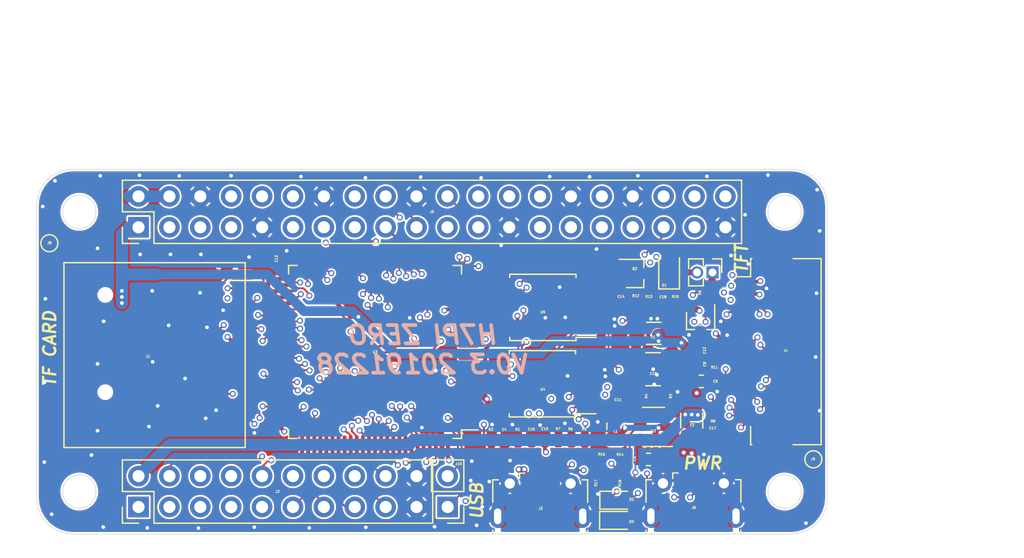
<source format=kicad_pcb>
(kicad_pcb (version 20171130) (host pcbnew "(5.1.4)-1")
  (title_block (title "H7PI Zero") (date 2019-12-28) (rev 0.3) (company HTCTEK) (comment 1 fuhua.chen) (comment 2 fuhua.chen))
  (layers (0 F.Cu signal) (1 In1.Cu signal hide) (2 In2.Cu signal hide) (31 B.Cu signal hide) (34 B.Paste user) (35 F.Paste user) (36 B.SilkS user) (37 F.SilkS user) (38 B.Mask user) (39 F.Mask user) (44 Edge.Cuts user))
  (net 0 "")
  (net 1 GND)
  (net 2 /VBUS)
  (net 3 "Net-(C4-Pad1)")
  (net 4 "Net-(C9-Pad2)")
  (net 5 "Net-(C9-Pad1)")
  (net 6 "Net-(C10-Pad1)")
  (net 7 /3V3)
  (net 8 "Net-(C13-Pad1)")
  (net 9 "Net-(C14-Pad1)")
  (net 10 /TFT_RST)
  (net 11 "Net-(C18-Pad1)")
  (net 12 "Net-(D2-Pad2)")
  (net 13 "Net-(D2-Pad1)")
  (net 14 "Net-(D3-Pad2)")
  (net 15 /TF_CDN)
  (net 16 /TF_CMD)
  (net 17 /TF_CLK)
  (net 18 /TF_DATA0)
  (net 19 /TF_DATA1)
  (net 20 /TF_DATA3)
  (net 21 /TF_DATA2)
  (net 22 /IO1)
  (net 23 /IO2)
  (net 24 /IO3)
  (net 25 /IO4)
  (net 26 /IO5)
  (net 27 /IO6)
  (net 28 /IO15)
  (net 29 /IO7)
  (net 30 /IO14)
  (net 31 /IO8)
  (net 32 /IO13)
  (net 33 /IO9)
  (net 34 /IO12)
  (net 35 "Net-(J4-Pad3)")
  (net 36 /TFT_CS)
  (net 37 /TFT_RS)
  (net 38 /TFT_WR)
  (net 39 /TFT_RD)
  (net 40 /TFT_DB8)
  (net 41 /TFT_DB9)
  (net 42 /TFT_DB10)
  (net 43 /TFT_DB11)
  (net 44 /TFT_DB12)
  (net 45 /TFT_DB13)
  (net 46 /TFT_DB14)
  (net 47 /TFT_DB15)
  (net 48 /PI_SDA1)
  (net 49 /PI_SCL1)
  (net 50 /PI_GPIO7)
  (net 51 /PI_TXD)
  (net 52 /PI_RXD)
  (net 53 /PI_GPIO0)
  (net 54 /PI_GPIO1)
  (net 55 /PI_GPIO2)
  (net 56 /PI_GPIO3)
  (net 57 /PI_GPIO4)
  (net 58 /PI_GPIO5)
  (net 59 /PI_MOSI)
  (net 60 /PI_MISO)
  (net 61 /PI_GPIO6)
  (net 62 /PI_SCK)
  (net 63 /PI_CE0)
  (net 64 /PI_CE1)
  (net 65 /PI_SDA0)
  (net 66 /PI_SCL0)
  (net 67 /PI_GPIO21)
  (net 68 /PI_GPIO22)
  (net 69 /PI_GPIO26)
  (net 70 /PI_GPIO23)
  (net 71 /PI_GPIO24)
  (net 72 /PI_GPIO27)
  (net 73 /PI_GPIO25)
  (net 74 /PI_GPIO28)
  (net 75 /PI_GPIO29)
  (net 76 "Net-(Q1-Pad3)")
  (net 77 /TFT_BL)
  (net 78 "Net-(Q2-Pad1)")
  (net 79 "Net-(R2-Pad1)")
  (net 80 "Net-(R3-Pad2)")
  (net 81 /QSPI_CS)
  (net 82 /FLASH_CS)
  (net 83 /BUZZER)
  (net 84 /QSPI_IO2)
  (net 85 /FLASH_MISO)
  (net 86 /FLASH_MOSI)
  (net 87 /QSPI_IO3)
  (net 88 /QSPI_SCK)
  (net 89 /FLASH_SCK)
  (net 90 /QSPI_IO0)
  (net 91 /USB_N)
  (net 92 /USB_P)
  (net 93 /QSPI_IO1)
  (net 94 /IO10)
  (net 95 /IO11)
  (net 96 "Net-(F2-Pad2)")
  (net 97 "Net-(D3-Pad1)")
  (net 98 /IO16)
  (net 99 "Net-(R16-Pad2)")
  (module PinHeader_1x02_P2.54mm_Vertical (layer F.Cu) (at 163.79 87.77 180)
    (fp_text reference J10 (at -0.9 3.55) (layer F.SilkS) (effects (font (size 0.2 0.2) (thickness 0.05))))
    (fp_text value DNP)
    (pad 2 thru_hole oval (at 0 2.54 180) (size 1.7 1.7) (drill 1) (layers *.Cu *.Mask) (net 92 /USB_P))
    (pad 1 thru_hole rect (at 0 0 180) (size 1.7 1.7) (drill 1) (layers *.Cu *.Mask) (net 91 /USB_N))
  )
  (module Connector_MicroSD_TF_XKB_XKTF-015-N_14.75x17.5mm (layer F.Cu) (at 139.64 75.28 270)
    (fp_text reference J1 (at 0.11 0.5 180) (layer F.SilkS) (effects (font (size 0.2 0.2) (thickness 0.05))))
    (fp_text value XKTF-015-N)
    (pad 11 smd rect (at -7.75 3.6 270) (size 1.2 2.2) (layers F.Cu F.Paste F.Mask) (net 1 GND))
    (pad 13 smd rect (at 7.75 3.6 270) (size 1.2 2.2) (layers F.Cu F.Paste F.Mask) (net 1 GND))
    (pad 10 smd rect (at -7.8 -6 270) (size 1.2 1.5) (layers F.Cu F.Paste F.Mask) (net 1 GND))
    (pad 12 smd rect (at 6.85 -6 270) (size 1.6 1.5) (layers F.Cu F.Paste F.Mask) (net 1 GND))
    (pad "" np_thru_hole circle (at -4.95 4 270) (size 1 1) (drill 1) (layers *.Cu *.Mask))
    (pad "" np_thru_hole circle (at 3.05 4 270) (size 1 1) (drill 1) (layers *.Cu *.Mask))
    (pad 9 smd rect (at -6.55 -7.25 270) (size 0.7 1.6) (layers F.Cu F.Paste F.Mask) (net 15 /TF_CDN))
    (pad 3 smd rect (at 0 -7.25 270) (size 0.7 1.6) (layers F.Cu F.Paste F.Mask) (net 16 /TF_CMD))
    (pad 4 smd rect (at -1.1 -7.25 270) (size 0.7 1.6) (layers F.Cu F.Paste F.Mask) (net 7 /3V3))
    (pad 5 smd rect (at -2.2 -7.25 270) (size 0.7 1.6) (layers F.Cu F.Paste F.Mask) (net 17 /TF_CLK))
    (pad 6 smd rect (at -3.3 -7.25 270) (size 0.7 1.6) (layers F.Cu F.Paste F.Mask) (net 1 GND))
    (pad 7 smd rect (at -4.4 -7.25 270) (size 0.7 1.6) (layers F.Cu F.Paste F.Mask) (net 18 /TF_DATA0))
    (pad 8 smd rect (at -5.5 -7.25 270) (size 0.7 1.6) (layers F.Cu F.Paste F.Mask) (net 19 /TF_DATA1))
    (pad 2 smd rect (at 1.1 -7.25 270) (size 0.7 1.6) (layers F.Cu F.Paste F.Mask) (net 20 /TF_DATA3))
    (pad 1 smd rect (at 2.2 -7.25 270) (size 0.7 1.6) (layers F.Cu F.Paste F.Mask) (net 21 /TF_DATA2))
  )
  (module C_0402_1005Metric (layer F.Cu) (at 168.47 82.11 270)
    (fp_text reference C4 (at -0.71 0.03 180) (layer F.SilkS) (effects (font (size 0.2 0.2) (thickness 0.05))))
    (fp_text value 100nF)
    (pad 2 smd roundrect (at 0.485 0 270) (size 0.59 0.64) (layers F.Cu F.Paste F.Mask) (net 1 GND))
    (pad 1 smd roundrect (at -0.485 0 270) (size 0.59 0.64) (layers F.Cu F.Paste F.Mask) (net 3 "Net-(C4-Pad1)"))
  )
  (module C_0603_1608Metric (layer F.Cu) (at 184.65 77.44)
    (fp_text reference C5 (at 1.16 0 180) (layer F.SilkS) (effects (font (size 0.2 0.2) (thickness 0.05))))
    (fp_text value 1uF)
    (pad 1 smd roundrect (at -0.7875 0) (size 0.875 0.95) (layers F.Cu F.Paste F.Mask) (net 2 /VBUS))
    (pad 2 smd roundrect (at 0.7875 0) (size 0.875 0.95) (layers F.Cu F.Paste F.Mask) (net 1 GND))
  )
  (module C_0402_1005Metric (layer F.Cu) (at 184.16 76.05 180)
    (fp_text reference C8 (at -0.76 0.02 90) (layer F.SilkS) (effects (font (size 0.2 0.2) (thickness 0.05))))
    (fp_text value 100nF)
    (pad 1 smd roundrect (at -0.485 0 180) (size 0.59 0.64) (layers F.Cu F.Paste F.Mask) (net 1 GND))
    (pad 2 smd roundrect (at 0.485 0 180) (size 0.59 0.64) (layers F.Cu F.Paste F.Mask) (net 2 /VBUS))
  )
  (module C_0603_1608Metric (layer F.Cu) (at 180.3 83.86)
    (fp_text reference C9 (at -1.15 -0.07 90) (layer F.SilkS) (effects (font (size 0.2 0.2) (thickness 0.05))))
    (fp_text value 1uF)
    (pad 2 smd roundrect (at 0.7875 0) (size 0.875 0.95) (layers F.Cu F.Paste F.Mask) (net 4 "Net-(C9-Pad2)"))
    (pad 1 smd roundrect (at -0.7875 0) (size 0.875 0.95) (layers F.Cu F.Paste F.Mask) (net 5 "Net-(C9-Pad1)"))
  )
  (module C_1210_3225Metric (layer F.Cu) (at 180.68 76.44)
    (fp_text reference C10 (at 0.02 0.36) (layer F.SilkS) (effects (font (size 0.2 0.2) (thickness 0.05))))
    (fp_text value 100uF/10V)
    (pad 2 smd roundrect (at 1.4 0) (size 1.25 2.65) (layers F.Cu F.Paste F.Mask) (roundrect_rratio 0.2) (net 1 GND))
    (pad 1 smd roundrect (at -1.4 0) (size 1.25 2.65) (layers F.Cu F.Paste F.Mask) (roundrect_rratio 0.2) (net 6 "Net-(C10-Pad1)"))
  )
  (module C_0402_1005Metric (layer F.Cu) (at 177.78 78.225 270)
    (fp_text reference C11 (at 0.725 -0.01 180) (layer F.SilkS) (effects (font (size 0.2 0.2) (thickness 0.05))))
    (fp_text value 100nF)
    (pad 1 smd roundrect (at -0.485 0 270) (size 0.59 0.64) (layers F.Cu F.Paste F.Mask) (net 1 GND))
    (pad 2 smd roundrect (at 0.485 0 270) (size 0.59 0.64) (layers F.Cu F.Paste F.Mask) (net 6 "Net-(C10-Pad1)"))
  )
  (module C_0402_1005Metric (layer F.Cu) (at 184.15 74.92 180)
    (fp_text reference C12 (at -0.76 0.02 90) (layer F.SilkS) (effects (font (size 0.2 0.2) (thickness 0.05))))
    (fp_text value 100nF)
    (pad 2 smd roundrect (at 0.485 0 180) (size 0.59 0.64) (layers F.Cu F.Paste F.Mask) (net 7 /3V3))
    (pad 1 smd roundrect (at -0.485 0 180) (size 0.59 0.64) (layers F.Cu F.Paste F.Mask) (net 1 GND))
  )
  (module C_0402_1005Metric (layer F.Cu) (at 148.97 67.39 180)
    (fp_text reference C13 (at -0.74 0.03 90) (layer F.SilkS) (effects (font (size 0.2 0.2) (thickness 0.05))))
    (fp_text value 10uF)
    (pad 2 smd roundrect (at 0.485 0 180) (size 0.59 0.64) (layers F.Cu F.Paste F.Mask) (net 1 GND))
    (pad 1 smd roundrect (at -0.485 0 180) (size 0.59 0.64) (layers F.Cu F.Paste F.Mask) (net 8 "Net-(C13-Pad1)"))
  )
  (module C_0402_1005Metric (layer F.Cu) (at 178.08 71.17 270)
    (fp_text reference C14 (at -0.7 0.04 180) (layer F.SilkS) (effects (font (size 0.2 0.2) (thickness 0.05))))
    (fp_text value 10uF)
    (pad 1 smd roundrect (at -0.485 0 270) (size 0.59 0.64) (layers F.Cu F.Paste F.Mask) (net 9 "Net-(C14-Pad1)"))
    (pad 2 smd roundrect (at 0.485 0 270) (size 0.59 0.64) (layers F.Cu F.Paste F.Mask) (net 1 GND))
  )
  (module C_0402_1005Metric (layer F.Cu) (at 171.79 82.085 270)
    (fp_text reference C15 (at -0.745 0.02 180) (layer F.SilkS) (effects (font (size 0.2 0.2) (thickness 0.05))))
    (fp_text value 100nF)
    (pad 2 smd roundrect (at 0.485 0 270) (size 0.59 0.64) (layers F.Cu F.Paste F.Mask) (net 7 /3V3))
    (pad 1 smd roundrect (at -0.485 0 270) (size 0.59 0.64) (layers F.Cu F.Paste F.Mask) (net 1 GND))
  )
  (module C_0402_1005Metric (layer F.Cu) (at 170.69 82.09 270)
    (fp_text reference C16 (at -0.72 0.02 180) (layer F.SilkS) (effects (font (size 0.2 0.2) (thickness 0.05))))
    (fp_text value 100nF)
    (pad 1 smd roundrect (at -0.485 0 270) (size 0.59 0.64) (layers F.Cu F.Paste F.Mask) (net 1 GND))
    (pad 2 smd roundrect (at 0.485 0 270) (size 0.59 0.64) (layers F.Cu F.Paste F.Mask) (net 7 /3V3))
  )
  (module C_0402_1005Metric (layer F.Cu) (at 185.6 82 90)
    (fp_text reference C17 (at 0.71 -0.02 180) (layer F.SilkS) (effects (font (size 0.2 0.2) (thickness 0.05))))
    (fp_text value 100nF)
    (pad 2 smd roundrect (at 0.485 0 90) (size 0.59 0.64) (layers F.Cu F.Paste F.Mask) (net 10 /TFT_RST))
    (pad 1 smd roundrect (at -0.485 0 90) (size 0.59 0.64) (layers F.Cu F.Paste F.Mask) (net 1 GND))
  )
  (module C_0402_1005Metric (layer F.Cu) (at 181.48 71.21 270)
    (fp_text reference C18 (at -0.71 -0.01 180) (layer F.SilkS) (effects (font (size 0.2 0.2) (thickness 0.05))))
    (fp_text value 100nF)
    (pad 2 smd roundrect (at 0.485 0 270) (size 0.59 0.64) (layers F.Cu F.Paste F.Mask) (net 1 GND))
    (pad 1 smd roundrect (at -0.485 0 270) (size 0.59 0.64) (layers F.Cu F.Paste F.Mask) (net 11 "Net-(C18-Pad1)"))
  )
  (module D_SOD-323 (layer F.Cu) (at 182 68.34 90)
    (fp_text reference D1 (at -1.2 -0.4 180) (layer F.SilkS) (effects (font (size 0.2 0.2) (thickness 0.05))))
    (fp_text value 1N5819WS)
    (pad 1 smd rect (at -1.05 0 90) (size 0.6 0.45) (layers F.Cu F.Paste F.Mask) (net 2 /VBUS))
    (pad 2 smd rect (at 1.05 0 90) (size 0.6 0.45) (layers F.Cu F.Paste F.Mask) (net 11 "Net-(C18-Pad1)"))
  )
  (module Fuse_1206_3216Metric (layer F.Cu) (at 180.74 73.49)
    (fp_text reference F1 (at -0.05 0.33) (layer F.SilkS) (effects (font (size 0.2 0.2) (thickness 0.05))))
    (fp_text value 0458002.DR)
    (pad 2 smd roundrect (at 1.4 0) (size 1.25 1.75) (layers F.Cu F.Paste F.Mask) (roundrect_rratio 0.2) (net 7 /3V3))
    (pad 1 smd roundrect (at -1.4 0) (size 1.25 1.75) (layers F.Cu F.Paste F.Mask) (roundrect_rratio 0.2) (net 6 "Net-(C10-Pad1)"))
  )
  (module Fuse_1206_3216Metric (layer F.Cu) (at 183.86 80.66 270)
    (fp_text reference F2 (at 0.37 -0.02 180) (layer F.SilkS) (effects (font (size 0.2 0.2) (thickness 0.05))))
    (fp_text value 0458002.DR)
    (pad 1 smd roundrect (at -1.4 0 270) (size 1.25 1.75) (layers F.Cu F.Paste F.Mask) (roundrect_rratio 0.2) (net 2 /VBUS))
    (pad 2 smd roundrect (at 1.4 0 270) (size 1.25 1.75) (layers F.Cu F.Paste F.Mask) (roundrect_rratio 0.2) (net 96 "Net-(F2-Pad2)"))
  )
  (module USB_Micro-B_Molex-105017-0001 (layer F.Cu) (at 171.4 87.3)
    (fp_text reference J3 (at 0.03 0.59) (layer F.SilkS) (effects (font (size 0.2 0.2) (thickness 0.05))))
    (fp_text value microUSB)
    (pad 6 smd rect (at -2.9 1.2375) (size 1.2 1.9) (layers F.Cu F.Mask) (net 1 GND))
    (pad 6 smd rect (at 2.9 1.2375) (size 1.2 1.9) (layers F.Cu F.Mask) (net 1 GND))
    (pad 6 thru_hole oval (at 3.5 1.2375) (size 1.2 1.9) (drill oval 0.6 1.3) (layers *.Cu *.Mask) (net 1 GND))
    (pad 6 thru_hole oval (at -3.5 1.2375 180) (size 1.2 1.9) (drill oval 0.6 1.3) (layers *.Cu *.Mask) (net 1 GND))
    (pad 6 smd rect (at -1 1.2375) (size 1.5 1.9) (layers F.Cu F.Paste F.Mask) (net 1 GND))
    (pad 6 thru_hole circle (at 2.5 -1.4625) (size 1.45 1.45) (drill 0.85) (layers *.Cu *.Mask) (net 1 GND))
    (pad 3 smd rect (at 0 -1.4625) (size 0.4 1.35) (layers F.Cu F.Paste F.Mask) (net 92 /USB_P))
    (pad 4 smd rect (at 0.65 -1.4625) (size 0.4 1.35) (layers F.Cu F.Paste F.Mask))
    (pad 5 smd rect (at 1.3 -1.4625) (size 0.4 1.35) (layers F.Cu F.Paste F.Mask) (net 1 GND))
    (pad 1 smd rect (at -1.3 -1.4625) (size 0.4 1.35) (layers F.Cu F.Paste F.Mask) (net 96 "Net-(F2-Pad2)"))
    (pad 2 smd rect (at -0.65 -1.4625) (size 0.4 1.35) (layers F.Cu F.Paste F.Mask) (net 91 /USB_N))
    (pad 6 thru_hole circle (at -2.5 -1.4625) (size 1.45 1.45) (drill 0.85) (layers *.Cu *.Mask) (net 1 GND))
    (pad 6 smd rect (at 1 1.2375) (size 1.5 1.9) (layers F.Cu F.Paste F.Mask) (net 1 GND))
  )
  (module PinHeader_2x20_P2.54mm_Vertical (layer F.Cu) (at 138.37 64.77 90)
    (fp_text reference J5 (at 1.27 24.12 180) (layer F.SilkS) (effects (font (size 0.2 0.2) (thickness 0.05))))
    (fp_text value Header_2x20)
    (pad 1 thru_hole rect (at 0 0 90) (size 1.7 1.7) (drill 1) (layers *.Cu *.Mask) (net 7 /3V3))
    (pad 2 thru_hole oval (at 2.54 0 90) (size 1.7 1.7) (drill 1) (layers *.Cu *.Mask) (net 2 /VBUS))
    (pad 3 thru_hole oval (at 0 2.54 90) (size 1.7 1.7) (drill 1) (layers *.Cu *.Mask) (net 48 /PI_SDA1))
    (pad 4 thru_hole oval (at 2.54 2.54 90) (size 1.7 1.7) (drill 1) (layers *.Cu *.Mask) (net 2 /VBUS))
    (pad 5 thru_hole oval (at 0 5.08 90) (size 1.7 1.7) (drill 1) (layers *.Cu *.Mask) (net 49 /PI_SCL1))
    (pad 6 thru_hole oval (at 2.54 5.08 90) (size 1.7 1.7) (drill 1) (layers *.Cu *.Mask) (net 1 GND))
    (pad 7 thru_hole oval (at 0 7.62 90) (size 1.7 1.7) (drill 1) (layers *.Cu *.Mask) (net 50 /PI_GPIO7))
    (pad 8 thru_hole oval (at 2.54 7.62 90) (size 1.7 1.7) (drill 1) (layers *.Cu *.Mask) (net 51 /PI_TXD))
    (pad 9 thru_hole oval (at 0 10.16 90) (size 1.7 1.7) (drill 1) (layers *.Cu *.Mask) (net 1 GND))
    (pad 10 thru_hole oval (at 2.54 10.16 90) (size 1.7 1.7) (drill 1) (layers *.Cu *.Mask) (net 52 /PI_RXD))
    (pad 11 thru_hole oval (at 0 12.7 90) (size 1.7 1.7) (drill 1) (layers *.Cu *.Mask) (net 53 /PI_GPIO0))
    (pad 12 thru_hole oval (at 2.54 12.7 90) (size 1.7 1.7) (drill 1) (layers *.Cu *.Mask) (net 54 /PI_GPIO1))
    (pad 13 thru_hole oval (at 0 15.24 90) (size 1.7 1.7) (drill 1) (layers *.Cu *.Mask) (net 55 /PI_GPIO2))
    (pad 14 thru_hole oval (at 2.54 15.24 90) (size 1.7 1.7) (drill 1) (layers *.Cu *.Mask) (net 1 GND))
    (pad 15 thru_hole oval (at 0 17.78 90) (size 1.7 1.7) (drill 1) (layers *.Cu *.Mask) (net 56 /PI_GPIO3))
    (pad 16 thru_hole oval (at 2.54 17.78 90) (size 1.7 1.7) (drill 1) (layers *.Cu *.Mask) (net 57 /PI_GPIO4))
    (pad 17 thru_hole oval (at 0 20.32 90) (size 1.7 1.7) (drill 1) (layers *.Cu *.Mask) (net 7 /3V3))
    (pad 18 thru_hole oval (at 2.54 20.32 90) (size 1.7 1.7) (drill 1) (layers *.Cu *.Mask) (net 58 /PI_GPIO5))
    (pad 19 thru_hole oval (at 0 22.86 90) (size 1.7 1.7) (drill 1) (layers *.Cu *.Mask) (net 59 /PI_MOSI))
    (pad 20 thru_hole oval (at 2.54 22.86 90) (size 1.7 1.7) (drill 1) (layers *.Cu *.Mask) (net 1 GND))
    (pad 21 thru_hole oval (at 0 25.4 90) (size 1.7 1.7) (drill 1) (layers *.Cu *.Mask) (net 60 /PI_MISO))
    (pad 22 thru_hole oval (at 2.54 25.4 90) (size 1.7 1.7) (drill 1) (layers *.Cu *.Mask) (net 61 /PI_GPIO6))
    (pad 23 thru_hole oval (at 0 27.94 90) (size 1.7 1.7) (drill 1) (layers *.Cu *.Mask) (net 62 /PI_SCK))
    (pad 24 thru_hole oval (at 2.54 27.94 90) (size 1.7 1.7) (drill 1) (layers *.Cu *.Mask) (net 63 /PI_CE0))
    (pad 25 thru_hole oval (at 0 30.48 90) (size 1.7 1.7) (drill 1) (layers *.Cu *.Mask) (net 1 GND))
    (pad 26 thru_hole oval (at 2.54 30.48 90) (size 1.7 1.7) (drill 1) (layers *.Cu *.Mask) (net 64 /PI_CE1))
    (pad 27 thru_hole oval (at 0 33.02 90) (size 1.7 1.7) (drill 1) (layers *.Cu *.Mask) (net 65 /PI_SDA0))
    (pad 28 thru_hole oval (at 2.54 33.02 90) (size 1.7 1.7) (drill 1) (layers *.Cu *.Mask) (net 66 /PI_SCL0))
    (pad 29 thru_hole oval (at 0 35.56 90) (size 1.7 1.7) (drill 1) (layers *.Cu *.Mask) (net 67 /PI_GPIO21))
    (pad 30 thru_hole oval (at 2.54 35.56 90) (size 1.7 1.7) (drill 1) (layers *.Cu *.Mask) (net 1 GND))
    (pad 31 thru_hole oval (at 0 38.1 90) (size 1.7 1.7) (drill 1) (layers *.Cu *.Mask) (net 68 /PI_GPIO22))
    (pad 32 thru_hole oval (at 2.54 38.1 90) (size 1.7 1.7) (drill 1) (layers *.Cu *.Mask) (net 69 /PI_GPIO26))
    (pad 33 thru_hole oval (at 0 40.64 90) (size 1.7 1.7) (drill 1) (layers *.Cu *.Mask) (net 70 /PI_GPIO23))
    (pad 34 thru_hole oval (at 2.54 40.64 90) (size 1.7 1.7) (drill 1) (layers *.Cu *.Mask) (net 1 GND))
    (pad 35 thru_hole oval (at 0 43.18 90) (size 1.7 1.7) (drill 1) (layers *.Cu *.Mask) (net 71 /PI_GPIO24))
    (pad 36 thru_hole oval (at 2.54 43.18 90) (size 1.7 1.7) (drill 1) (layers *.Cu *.Mask) (net 72 /PI_GPIO27))
    (pad 37 thru_hole oval (at 0 45.72 90) (size 1.7 1.7) (drill 1) (layers *.Cu *.Mask) (net 73 /PI_GPIO25))
    (pad 38 thru_hole oval (at 2.54 45.72 90) (size 1.7 1.7) (drill 1) (layers *.Cu *.Mask) (net 74 /PI_GPIO28))
    (pad 39 thru_hole oval (at 0 48.26 90) (size 1.7 1.7) (drill 1) (layers *.Cu *.Mask) (net 1 GND))
    (pad 40 thru_hole oval (at 2.54 48.26 90) (size 1.7 1.7) (drill 1) (layers *.Cu *.Mask) (net 75 /PI_GPIO29))
  )
  (module USB_Micro-B_Molex-105017-0001 (layer F.Cu) (at 184 87.29)
    (fp_text reference J6 (at 0.03 0.52) (layer F.SilkS) (effects (font (size 0.2 0.2) (thickness 0.05))))
    (fp_text value microUSB)
    (pad 6 smd rect (at 1 1.2375) (size 1.5 1.9) (layers F.Cu F.Paste F.Mask) (net 1 GND))
    (pad 6 thru_hole circle (at -2.5 -1.4625) (size 1.45 1.45) (drill 0.85) (layers *.Cu *.Mask) (net 1 GND))
    (pad 2 smd rect (at -0.65 -1.4625) (size 0.4 1.35) (layers F.Cu F.Paste F.Mask) (net 91 /USB_N))
    (pad 1 smd rect (at -1.3 -1.4625) (size 0.4 1.35) (layers F.Cu F.Paste F.Mask) (net 96 "Net-(F2-Pad2)"))
    (pad 5 smd rect (at 1.3 -1.4625) (size 0.4 1.35) (layers F.Cu F.Paste F.Mask) (net 1 GND))
    (pad 4 smd rect (at 0.65 -1.4625) (size 0.4 1.35) (layers F.Cu F.Paste F.Mask))
    (pad 3 smd rect (at 0 -1.4625) (size 0.4 1.35) (layers F.Cu F.Paste F.Mask) (net 92 /USB_P))
    (pad 6 thru_hole circle (at 2.5 -1.4625) (size 1.45 1.45) (drill 0.85) (layers *.Cu *.Mask) (net 1 GND))
    (pad 6 smd rect (at -1 1.2375) (size 1.5 1.9) (layers F.Cu F.Paste F.Mask) (net 1 GND))
    (pad 6 thru_hole oval (at -3.5 1.2375 180) (size 1.2 1.9) (drill oval 0.6 1.3) (layers *.Cu *.Mask) (net 1 GND))
    (pad 6 thru_hole oval (at 3.5 1.2375) (size 1.2 1.9) (drill oval 0.6 1.3) (layers *.Cu *.Mask) (net 1 GND))
    (pad 6 smd rect (at 2.9 1.2375) (size 1.2 1.9) (layers F.Cu F.Mask) (net 1 GND))
    (pad 6 smd rect (at -2.9 1.2375) (size 1.2 1.9) (layers F.Cu F.Mask) (net 1 GND))
  )
  (module SOT-323_SC-70 (layer F.Cu) (at 184.59 72.45 270)
    (fp_text reference Q1 (at 0.33 0 180) (layer F.SilkS) (effects (font (size 0.2 0.2) (thickness 0.05))))
    (fp_text value CJ2101)
    (pad 3 smd rect (at 1 0 180) (size 0.45 0.7) (layers F.Cu F.Paste F.Mask) (net 76 "Net-(Q1-Pad3)"))
    (pad 2 smd rect (at -1 0.65 180) (size 0.45 0.7) (layers F.Cu F.Paste F.Mask) (net 7 /3V3))
    (pad 1 smd rect (at -1 -0.65 180) (size 0.45 0.7) (layers F.Cu F.Paste F.Mask) (net 77 /TFT_BL))
  )
  (module SOT-323_SC-70 (layer F.Cu) (at 179.19 68.57)
    (fp_text reference Q2 (at -0.02 -0.39) (layer F.SilkS) (effects (font (size 0.2 0.2) (thickness 0.05))))
    (fp_text value CJ2102)
    (pad 1 smd rect (at -1 -0.65 270) (size 0.45 0.7) (layers F.Cu F.Paste F.Mask) (net 78 "Net-(Q2-Pad1)"))
    (pad 2 smd rect (at -1 0.65 270) (size 0.45 0.7) (layers F.Cu F.Paste F.Mask) (net 1 GND))
    (pad 3 smd rect (at 1 0 270) (size 0.45 0.7) (layers F.Cu F.Paste F.Mask) (net 11 "Net-(C18-Pad1)"))
  )
  (module R_0402_1005Metric (layer F.Cu) (at 169.57 82.11 90)
    (fp_text reference R1 (at 0.72 -0.02 180) (layer F.SilkS) (effects (font (size 0.2 0.2) (thickness 0.05))))
    (fp_text value 10k)
    (pad 1 smd roundrect (at -0.485 0 90) (size 0.59 0.64) (layers F.Cu F.Paste F.Mask) (net 7 /3V3))
    (pad 2 smd roundrect (at 0.485 0 90) (size 0.59 0.64) (layers F.Cu F.Paste F.Mask) (net 3 "Net-(C4-Pad1)"))
  )
  (module R_0402_1005Metric (layer F.Cu) (at 181.39 78.66)
    (fp_text reference R2 (at 0.74 0 90) (layer F.SilkS) (effects (font (size 0.2 0.2) (thickness 0.05))))
    (fp_text value 33k)
    (pad 1 smd roundrect (at -0.485 0) (size 0.59 0.64) (layers F.Cu F.Paste F.Mask) (net 79 "Net-(R2-Pad1)"))
    (pad 2 smd roundrect (at 0.485 0) (size 0.59 0.64) (layers F.Cu F.Paste F.Mask) (net 1 GND))
  )
  (module R_0402_1005Metric (layer F.Cu) (at 167.39 82.14 270)
    (fp_text reference R3 (at -0.74 0.05 180) (layer F.SilkS) (effects (font (size 0.2 0.2) (thickness 0.05))))
    (fp_text value 10k)
    (pad 1 smd roundrect (at -0.485 0 270) (size 0.59 0.64) (layers F.Cu F.Paste F.Mask) (net 1 GND))
    (pad 2 smd roundrect (at 0.485 0 270) (size 0.59 0.64) (layers F.Cu F.Paste F.Mask) (net 80 "Net-(R3-Pad2)"))
  )
  (module R_0402_1005Metric (layer F.Cu) (at 179.37 78.66 180)
    (fp_text reference R4 (at -0.76 0 90) (layer F.SilkS) (effects (font (size 0.2 0.2) (thickness 0.05))))
    (fp_text value 100k)
    (pad 1 smd roundrect (at -0.485 0 180) (size 0.59 0.64) (layers F.Cu F.Paste F.Mask) (net 79 "Net-(R2-Pad1)"))
    (pad 2 smd roundrect (at 0.485 0 180) (size 0.59 0.64) (layers F.Cu F.Paste F.Mask) (net 6 "Net-(C10-Pad1)"))
  )
  (module R_0402_1005Metric (layer F.Cu) (at 175.07 82.12 270)
    (fp_text reference R5 (at -0.74 0.05 180) (layer F.SilkS) (effects (font (size 0.2 0.2) (thickness 0.05))))
    (fp_text value 10k)
    (pad 2 smd roundrect (at 0.485 0 270) (size 0.59 0.64) (layers F.Cu F.Paste F.Mask) (net 7 /3V3))
    (pad 1 smd roundrect (at -0.485 0 270) (size 0.59 0.64) (layers F.Cu F.Paste F.Mask) (net 15 /TF_CDN))
  )
  (module R_0402_1005Metric (layer F.Cu) (at 173.97 82.1 90)
    (fp_text reference R6 (at 0.74 -0.08 180) (layer F.SilkS) (effects (font (size 0.2 0.2) (thickness 0.05))))
    (fp_text value 10k)
    (pad 1 smd roundrect (at -0.485 0 90) (size 0.59 0.64) (layers F.Cu F.Paste F.Mask) (net 7 /3V3))
    (pad 2 smd roundrect (at 0.485 0 90) (size 0.59 0.64) (layers F.Cu F.Paste F.Mask) (net 81 /QSPI_CS))
  )
  (module R_0402_1005Metric (layer F.Cu) (at 172.89 82.08 90)
    (fp_text reference R7 (at 0.73 -0.03 180) (layer F.SilkS) (effects (font (size 0.2 0.2) (thickness 0.05))))
    (fp_text value 10k)
    (pad 2 smd roundrect (at 0.485 0 90) (size 0.59 0.64) (layers F.Cu F.Paste F.Mask) (net 82 /FLASH_CS))
    (pad 1 smd roundrect (at -0.485 0 90) (size 0.59 0.64) (layers F.Cu F.Paste F.Mask) (net 7 /3V3))
  )
  (module R_0402_1005Metric (layer F.Cu) (at 185.62 79.99 270)
    (fp_text reference R8 (at 0.73 0.01 180) (layer F.SilkS) (effects (font (size 0.2 0.2) (thickness 0.05))))
    (fp_text value 10k)
    (pad 1 smd roundrect (at -0.485 0 270) (size 0.59 0.64) (layers F.Cu F.Paste F.Mask) (net 7 /3V3))
    (pad 2 smd roundrect (at 0.485 0 270) (size 0.59 0.64) (layers F.Cu F.Paste F.Mask) (net 10 /TFT_RST))
  )
  (module R_0402_1005Metric (layer F.Cu) (at 185.3 70.15)
    (fp_text reference R9 (at -0.76 0 90) (layer F.SilkS) (effects (font (size 0.2 0.2) (thickness 0.05))))
    (fp_text value 10k)
    (pad 1 smd roundrect (at -0.485 0) (size 0.59 0.64) (layers F.Cu F.Paste F.Mask) (net 7 /3V3))
    (pad 2 smd roundrect (at 0.485 0) (size 0.59 0.64) (layers F.Cu F.Paste F.Mask) (net 36 /TFT_CS))
  )
  (module R_0402_1005Metric (layer F.Cu) (at 182.56 71.24 90)
    (fp_text reference R10 (at 0.77 -0.05 180) (layer F.SilkS) (effects (font (size 0.2 0.2) (thickness 0.05))))
    (fp_text value 10k)
    (pad 2 smd roundrect (at 0.485 0 90) (size 0.59 0.64) (layers F.Cu F.Paste F.Mask) (net 77 /TFT_BL))
    (pad 1 smd roundrect (at -0.485 0 90) (size 0.59 0.64) (layers F.Cu F.Paste F.Mask) (net 7 /3V3))
  )
  (module R_0402_1005Metric (layer F.Cu) (at 185.72 75.55 270)
    (fp_text reference R11 (at 0.74 -0.01 180) (layer F.SilkS) (effects (font (size 0.2 0.2) (thickness 0.05))))
    (fp_text value 4.7)
    (pad 2 smd roundrect (at 0.485 0 270) (size 0.59 0.64) (layers F.Cu F.Paste F.Mask) (net 35 "Net-(J4-Pad3)"))
    (pad 1 smd roundrect (at -0.485 0 270) (size 0.59 0.64) (layers F.Cu F.Paste F.Mask) (net 76 "Net-(Q1-Pad3)"))
  )
  (module R_0402_1005Metric (layer F.Cu) (at 179.23 71.18 90)
    (fp_text reference R12 (at 0.77 0.02 180) (layer F.SilkS) (effects (font (size 0.2 0.2) (thickness 0.05))))
    (fp_text value 1k)
    (pad 2 smd roundrect (at 0.485 0 90) (size 0.59 0.64) (layers F.Cu F.Paste F.Mask) (net 78 "Net-(Q2-Pad1)"))
    (pad 1 smd roundrect (at -0.485 0 90) (size 0.59 0.64) (layers F.Cu F.Paste F.Mask) (net 83 /BUZZER))
  )
  (module R_0402_1005Metric (layer F.Cu) (at 180.37 71.2 270)
    (fp_text reference R13 (at -0.73 0.04 180) (layer F.SilkS) (effects (font (size 0.2 0.2) (thickness 0.05))))
    (fp_text value 10k)
    (pad 2 smd roundrect (at 0.485 0 270) (size 0.59 0.64) (layers F.Cu F.Paste F.Mask) (net 1 GND))
    (pad 1 smd roundrect (at -0.485 0 270) (size 0.59 0.64) (layers F.Cu F.Paste F.Mask) (net 78 "Net-(Q2-Pad1)"))
  )
  (module SOT-23-6 (layer F.Cu) (at 180.72 81.19 180)
    (fp_text reference U2 (at 0 -0.33) (layer F.SilkS) (effects (font (size 0.2 0.2) (thickness 0.05))))
    (fp_text value MT1470)
    (pad 5 smd rect (at 1.1 0 180) (size 1.06 0.65) (layers F.Cu F.Paste F.Mask) (net 99 "Net-(R16-Pad2)"))
    (pad 6 smd rect (at 1.1 -0.95 180) (size 1.06 0.65) (layers F.Cu F.Paste F.Mask) (net 5 "Net-(C9-Pad1)"))
    (pad 4 smd rect (at 1.1 0.95 180) (size 1.06 0.65) (layers F.Cu F.Paste F.Mask) (net 79 "Net-(R2-Pad1)"))
    (pad 3 smd rect (at -1.1 0.95 180) (size 1.06 0.65) (layers F.Cu F.Paste F.Mask) (net 2 /VBUS))
    (pad 2 smd rect (at -1.1 0 180) (size 1.06 0.65) (layers F.Cu F.Paste F.Mask) (net 4 "Net-(C9-Pad2)"))
    (pad 1 smd rect (at -1.1 -0.95 180) (size 1.06 0.65) (layers F.Cu F.Paste F.Mask) (net 1 GND))
  )
  (module LQFP-100_14x14mm_P0.5mm (layer F.Cu) (at 157.82 75.02 180)
    (fp_text reference U3 (at 0 0) (layer F.SilkS) (effects (font (size 0.2 0.2) (thickness 0.05))))
    (fp_text value STM32H750VBT6)
    (pad 1 smd roundrect (at -7.675 -6 180) (size 1.6 0.3) (layers F.Cu F.Paste F.Mask) (net 84 /QSPI_IO2))
    (pad 2 smd roundrect (at -7.675 -5.5 180) (size 1.6 0.3) (layers F.Cu F.Paste F.Mask) (net 53 /PI_GPIO0))
    (pad 3 smd roundrect (at -7.675 -5 180) (size 1.6 0.3) (layers F.Cu F.Paste F.Mask) (net 54 /PI_GPIO1))
    (pad 4 smd roundrect (at -7.675 -4.5 180) (size 1.6 0.3) (layers F.Cu F.Paste F.Mask) (net 55 /PI_GPIO2))
    (pad 5 smd roundrect (at -7.675 -4 180) (size 1.6 0.3) (layers F.Cu F.Paste F.Mask) (net 56 /PI_GPIO3))
    (pad 6 smd roundrect (at -7.675 -3.5 180) (size 1.6 0.3) (layers F.Cu F.Paste F.Mask) (net 7 /3V3))
    (pad 7 smd roundrect (at -7.675 -3 180) (size 1.6 0.3) (layers F.Cu F.Paste F.Mask) (net 57 /PI_GPIO4))
    (pad 8 smd roundrect (at -7.675 -2.5 180) (size 1.6 0.3) (layers F.Cu F.Paste F.Mask) (net 12 "Net-(D2-Pad2)"))
    (pad 9 smd roundrect (at -7.675 -2 180) (size 1.6 0.3) (layers F.Cu F.Paste F.Mask) (net 14 "Net-(D3-Pad2)"))
    (pad 10 smd roundrect (at -7.675 -1.5 180) (size 1.6 0.3) (layers F.Cu F.Paste F.Mask) (net 1 GND))
    (pad 11 smd roundrect (at -7.675 -1 180) (size 1.6 0.3) (layers F.Cu F.Paste F.Mask) (net 7 /3V3))
    (pad 12 smd roundrect (at -7.675 -0.5 180) (size 1.6 0.3) (layers F.Cu F.Paste F.Mask))
    (pad 13 smd roundrect (at -7.675 0 180) (size 1.6 0.3) (layers F.Cu F.Paste F.Mask))
    (pad 14 smd roundrect (at -7.675 0.5 180) (size 1.6 0.3) (layers F.Cu F.Paste F.Mask) (net 3 "Net-(C4-Pad1)"))
    (pad 15 smd roundrect (at -7.675 1 180) (size 1.6 0.3) (layers F.Cu F.Paste F.Mask) (net 58 /PI_GPIO5))
    (pad 16 smd roundrect (at -7.675 1.5 180) (size 1.6 0.3) (layers F.Cu F.Paste F.Mask) (net 17 /TF_CLK))
    (pad 17 smd roundrect (at -7.675 2 180) (size 1.6 0.3) (layers F.Cu F.Paste F.Mask) (net 85 /FLASH_MISO))
    (pad 18 smd roundrect (at -7.675 2.5 180) (size 1.6 0.3) (layers F.Cu F.Paste F.Mask) (net 86 /FLASH_MOSI))
    (pad 19 smd roundrect (at -7.675 3 180) (size 1.6 0.3) (layers F.Cu F.Paste F.Mask) (net 1 GND))
    (pad 20 smd roundrect (at -7.675 3.5 180) (size 1.6 0.3) (layers F.Cu F.Paste F.Mask) (net 7 /3V3))
    (pad 21 smd roundrect (at -7.675 4 180) (size 1.6 0.3) (layers F.Cu F.Paste F.Mask) (net 7 /3V3))
    (pad 22 smd roundrect (at -7.675 4.5 180) (size 1.6 0.3) (layers F.Cu F.Paste F.Mask) (net 16 /TF_CMD))
    (pad 23 smd roundrect (at -7.675 5 180) (size 1.6 0.3) (layers F.Cu F.Paste F.Mask) (net 87 /QSPI_IO3))
    (pad 24 smd roundrect (at -7.675 5.5 180) (size 1.6 0.3) (layers F.Cu F.Paste F.Mask) (net 61 /PI_GPIO6))
    (pad 25 smd roundrect (at -7.675 6 180) (size 1.6 0.3) (layers F.Cu F.Paste F.Mask) (net 50 /PI_GPIO7))
    (pad 26 smd roundrect (at -6 7.675 180) (size 0.3 1.6) (layers F.Cu F.Paste F.Mask) (net 1 GND))
    (pad 27 smd roundrect (at -5.5 7.675 180) (size 0.3 1.6) (layers F.Cu F.Paste F.Mask) (net 7 /3V3))
    (pad 28 smd roundrect (at -5 7.675 180) (size 0.3 1.6) (layers F.Cu F.Paste F.Mask) (net 67 /PI_GPIO21))
    (pad 29 smd roundrect (at -4.5 7.675 180) (size 0.3 1.6) (layers F.Cu F.Paste F.Mask) (net 68 /PI_GPIO22))
    (pad 30 smd roundrect (at -4 7.675 180) (size 0.3 1.6) (layers F.Cu F.Paste F.Mask) (net 70 /PI_GPIO23))
    (pad 31 smd roundrect (at -3.5 7.675 180) (size 0.3 1.6) (layers F.Cu F.Paste F.Mask) (net 71 /PI_GPIO24))
    (pad 32 smd roundrect (at -3 7.675 180) (size 0.3 1.6) (layers F.Cu F.Paste F.Mask) (net 73 /PI_GPIO25))
    (pad 33 smd roundrect (at -2.5 7.675 180) (size 0.3 1.6) (layers F.Cu F.Paste F.Mask) (net 69 /PI_GPIO26))
    (pad 34 smd roundrect (at -2 7.675 180) (size 0.3 1.6) (layers F.Cu F.Paste F.Mask) (net 72 /PI_GPIO27))
    (pad 35 smd roundrect (at -1.5 7.675 180) (size 0.3 1.6) (layers F.Cu F.Paste F.Mask) (net 74 /PI_GPIO28))
    (pad 36 smd roundrect (at -1 7.675 180) (size 0.3 1.6) (layers F.Cu F.Paste F.Mask) (net 88 /QSPI_SCK))
    (pad 37 smd roundrect (at -0.5 7.675 180) (size 0.3 1.6) (layers F.Cu F.Paste F.Mask) (net 44 /TFT_DB12))
    (pad 38 smd roundrect (at 0 7.675 180) (size 0.3 1.6) (layers F.Cu F.Paste F.Mask) (net 45 /TFT_DB13))
    (pad 39 smd roundrect (at 0.5 7.675 180) (size 0.3 1.6) (layers F.Cu F.Paste F.Mask) (net 46 /TFT_DB14))
    (pad 40 smd roundrect (at 1 7.675 180) (size 0.3 1.6) (layers F.Cu F.Paste F.Mask) (net 47 /TFT_DB15))
    (pad 41 smd roundrect (at 1.5 7.675 180) (size 0.3 1.6) (layers F.Cu F.Paste F.Mask) (net 63 /PI_CE0))
    (pad 42 smd roundrect (at 2 7.675 180) (size 0.3 1.6) (layers F.Cu F.Paste F.Mask) (net 62 /PI_SCK))
    (pad 43 smd roundrect (at 2.5 7.675 180) (size 0.3 1.6) (layers F.Cu F.Paste F.Mask) (net 60 /PI_MISO))
    (pad 44 smd roundrect (at 3 7.675 180) (size 0.3 1.6) (layers F.Cu F.Paste F.Mask) (net 59 /PI_MOSI))
    (pad 45 smd roundrect (at 3.5 7.675 180) (size 0.3 1.6) (layers F.Cu F.Paste F.Mask) (net 64 /PI_CE1))
    (pad 46 smd roundrect (at 4 7.675 180) (size 0.3 1.6) (layers F.Cu F.Paste F.Mask) (net 49 /PI_SCL1))
    (pad 47 smd roundrect (at 4.5 7.675 180) (size 0.3 1.6) (layers F.Cu F.Paste F.Mask) (net 48 /PI_SDA1))
    (pad 48 smd roundrect (at 5 7.675 180) (size 0.3 1.6) (layers F.Cu F.Paste F.Mask) (net 8 "Net-(C13-Pad1)"))
    (pad 49 smd roundrect (at 5.5 7.675 180) (size 0.3 1.6) (layers F.Cu F.Paste F.Mask) (net 1 GND))
    (pad 50 smd roundrect (at 6 7.675 180) (size 0.3 1.6) (layers F.Cu F.Paste F.Mask) (net 7 /3V3))
    (pad 51 smd roundrect (at 7.675 6 180) (size 1.6 0.3) (layers F.Cu F.Paste F.Mask) (net 82 /FLASH_CS))
    (pad 52 smd roundrect (at 7.675 5.5 180) (size 1.6 0.3) (layers F.Cu F.Paste F.Mask) (net 89 /FLASH_SCK))
    (pad 53 smd roundrect (at 7.675 5 180) (size 1.6 0.3) (layers F.Cu F.Paste F.Mask) (net 18 /TF_DATA0))
    (pad 54 smd roundrect (at 7.675 4.5 180) (size 1.6 0.3) (layers F.Cu F.Paste F.Mask) (net 19 /TF_DATA1))
    (pad 55 smd roundrect (at 7.675 4 180) (size 1.6 0.3) (layers F.Cu F.Paste F.Mask) (net 15 /TF_CDN))
    (pad 56 smd roundrect (at 7.675 3.5 180) (size 1.6 0.3) (layers F.Cu F.Paste F.Mask) (net 75 /PI_GPIO29))
    (pad 57 smd roundrect (at 7.675 3 180) (size 1.6 0.3) (layers F.Cu F.Paste F.Mask) (net 22 /IO1))
    (pad 58 smd roundrect (at 7.675 2.5 180) (size 1.6 0.3) (layers F.Cu F.Paste F.Mask) (net 37 /TFT_RS))
    (pad 59 smd roundrect (at 7.675 2 180) (size 1.6 0.3) (layers F.Cu F.Paste F.Mask) (net 83 /BUZZER))
    (pad 60 smd roundrect (at 7.675 1.5 180) (size 1.6 0.3) (layers F.Cu F.Paste F.Mask) (net 23 /IO2))
    (pad 61 smd roundrect (at 7.675 1 180) (size 1.6 0.3) (layers F.Cu F.Paste F.Mask) (net 40 /TFT_DB8))
    (pad 62 smd roundrect (at 7.675 0.5 180) (size 1.6 0.3) (layers F.Cu F.Paste F.Mask) (net 41 /TFT_DB9))
    (pad 63 smd roundrect (at 7.675 0 180) (size 1.6 0.3) (layers F.Cu F.Paste F.Mask) (net 77 /TFT_BL))
    (pad 64 smd roundrect (at 7.675 -0.5 180) (size 1.6 0.3) (layers F.Cu F.Paste F.Mask) (net 36 /TFT_CS))
    (pad 65 smd roundrect (at 7.675 -1 180) (size 1.6 0.3) (layers F.Cu F.Paste F.Mask) (net 10 /TFT_RST))
    (pad 66 smd roundrect (at 7.675 -1.5 180) (size 1.6 0.3) (layers F.Cu F.Paste F.Mask) (net 90 /QSPI_IO0))
    (pad 67 smd roundrect (at 7.675 -2 180) (size 1.6 0.3) (layers F.Cu F.Paste F.Mask) (net 24 /IO3))
    (pad 68 smd roundrect (at 7.675 -2.5 180) (size 1.6 0.3) (layers F.Cu F.Paste F.Mask) (net 51 /PI_TXD))
    (pad 69 smd roundrect (at 7.675 -3 180) (size 1.6 0.3) (layers F.Cu F.Paste F.Mask) (net 52 /PI_RXD))
    (pad 70 smd roundrect (at 7.675 -3.5 180) (size 1.6 0.3) (layers F.Cu F.Paste F.Mask) (net 91 /USB_N))
    (pad 71 smd roundrect (at 7.675 -4 180) (size 1.6 0.3) (layers F.Cu F.Paste F.Mask) (net 92 /USB_P))
    (pad 72 smd roundrect (at 7.675 -4.5 180) (size 1.6 0.3) (layers F.Cu F.Paste F.Mask) (net 25 /IO4))
    (pad 73 smd roundrect (at 7.675 -5 180) (size 1.6 0.3) (layers F.Cu F.Paste F.Mask) (net 9 "Net-(C14-Pad1)"))
    (pad 74 smd roundrect (at 7.675 -5.5 180) (size 1.6 0.3) (layers F.Cu F.Paste F.Mask) (net 1 GND))
    (pad 75 smd roundrect (at 7.675 -6 180) (size 1.6 0.3) (layers F.Cu F.Paste F.Mask) (net 7 /3V3))
    (pad 76 smd roundrect (at 6 -7.675 180) (size 0.3 1.6) (layers F.Cu F.Paste F.Mask) (net 26 /IO5))
    (pad 77 smd roundrect (at 5.5 -7.675 180) (size 0.3 1.6) (layers F.Cu F.Paste F.Mask) (net 27 /IO6))
    (pad 78 smd roundrect (at 5 -7.675 180) (size 0.3 1.6) (layers F.Cu F.Paste F.Mask) (net 93 /QSPI_IO1))
    (pad 79 smd roundrect (at 4.5 -7.675 180) (size 0.3 1.6) (layers F.Cu F.Paste F.Mask) (net 29 /IO7))
    (pad 80 smd roundrect (at 4 -7.675 180) (size 0.3 1.6) (layers F.Cu F.Paste F.Mask) (net 31 /IO8))
    (pad 81 smd roundrect (at 3.5 -7.675 180) (size 0.3 1.6) (layers F.Cu F.Paste F.Mask) (net 42 /TFT_DB10))
    (pad 82 smd roundrect (at 3 -7.675 180) (size 0.3 1.6) (layers F.Cu F.Paste F.Mask) (net 43 /TFT_DB11))
    (pad 83 smd roundrect (at 2.5 -7.675 180) (size 0.3 1.6) (layers F.Cu F.Paste F.Mask) (net 33 /IO9))
    (pad 84 smd roundrect (at 2 -7.675 180) (size 0.3 1.6) (layers F.Cu F.Paste F.Mask) (net 94 /IO10))
    (pad 85 smd roundrect (at 1.5 -7.675 180) (size 0.3 1.6) (layers F.Cu F.Paste F.Mask) (net 39 /TFT_RD))
    (pad 86 smd roundrect (at 1 -7.675 180) (size 0.3 1.6) (layers F.Cu F.Paste F.Mask) (net 38 /TFT_WR))
    (pad 87 smd roundrect (at 0.5 -7.675 180) (size 0.3 1.6) (layers F.Cu F.Paste F.Mask) (net 95 /IO11))
    (pad 88 smd roundrect (at 0 -7.675 180) (size 0.3 1.6) (layers F.Cu F.Paste F.Mask) (net 34 /IO12))
    (pad 89 smd roundrect (at -0.5 -7.675 180) (size 0.3 1.6) (layers F.Cu F.Paste F.Mask) (net 21 /TF_DATA2))
    (pad 90 smd roundrect (at -1 -7.675 180) (size 0.3 1.6) (layers F.Cu F.Paste F.Mask) (net 20 /TF_DATA3))
    (pad 91 smd roundrect (at -1.5 -7.675 180) (size 0.3 1.6) (layers F.Cu F.Paste F.Mask) (net 32 /IO13))
    (pad 92 smd roundrect (at -2 -7.675 180) (size 0.3 1.6) (layers F.Cu F.Paste F.Mask) (net 81 /QSPI_CS))
    (pad 93 smd roundrect (at -2.5 -7.675 180) (size 0.3 1.6) (layers F.Cu F.Paste F.Mask) (net 65 /PI_SDA0))
    (pad 94 smd roundrect (at -3 -7.675 180) (size 0.3 1.6) (layers F.Cu F.Paste F.Mask) (net 80 "Net-(R3-Pad2)"))
    (pad 95 smd roundrect (at -3.5 -7.675 180) (size 0.3 1.6) (layers F.Cu F.Paste F.Mask) (net 66 /PI_SCL0))
    (pad 96 smd roundrect (at -4 -7.675 180) (size 0.3 1.6) (layers F.Cu F.Paste F.Mask) (net 30 /IO14))
    (pad 97 smd roundrect (at -4.5 -7.675 180) (size 0.3 1.6) (layers F.Cu F.Paste F.Mask) (net 28 /IO15))
    (pad 98 smd roundrect (at -5 -7.675 180) (size 0.3 1.6) (layers F.Cu F.Paste F.Mask) (net 98 /IO16))
    (pad 99 smd roundrect (at -5.5 -7.675 180) (size 0.3 1.6) (layers F.Cu F.Paste F.Mask) (net 1 GND))
    (pad 100 smd roundrect (at -6 -7.675 180) (size 0.3 1.6) (layers F.Cu F.Paste F.Mask) (net 7 /3V3))
  )
  (module L_0805_2012Metric_Pad1.15x1.40mm_HandSolder (layer F.Cu) (at 177.59 81.13 90)
    (fp_text reference L1 (at -0.44 0.01 180) (layer F.SilkS) (effects (font (size 0.2 0.2) (thickness 0.05))))
    (fp_text value CIGT201610LH2R2MNE)
    (pad 1 smd roundrect (at -1.025 0 90) (size 1.15 1.4) (layers F.Cu F.Paste F.Mask) (roundrect_rratio 0.217391) (net 4 "Net-(C9-Pad2)"))
    (pad 2 smd roundrect (at 1.025 0 90) (size 1.15 1.4) (layers F.Cu F.Paste F.Mask) (roundrect_rratio 0.217391) (net 6 "Net-(C10-Pad1)"))
  )
  (module LED_0603_1608Metric (layer F.Cu) (at 177.79 87.21)
    (fp_text reference D2 (at 1.12 -0.07) (layer F.SilkS) (effects (font (size 0.2 0.2) (thickness 0.05))))
    (fp_text value 19-217_GHC-YR1S2_3T)
    (pad 1 smd roundrect (at -0.7875 0) (size 0.875 0.95) (layers F.Cu F.Paste F.Mask) (net 13 "Net-(D2-Pad1)"))
    (pad 2 smd roundrect (at 0.7875 0) (size 0.875 0.95) (layers F.Cu F.Paste F.Mask) (net 12 "Net-(D2-Pad2)"))
  )
  (module LED_0603_1608Metric (layer F.Cu) (at 177.77 88.87)
    (fp_text reference D3 (at 1.14 0.1) (layer F.SilkS) (effects (font (size 0.2 0.2) (thickness 0.05))))
    (fp_text value 19-217-R6C-AL1M2VY-3T)
    (pad 2 smd roundrect (at 0.7875 0) (size 0.875 0.95) (layers F.Cu F.Paste F.Mask) (net 14 "Net-(D3-Pad2)"))
    (pad 1 smd roundrect (at -0.7875 0) (size 0.875 0.95) (layers F.Cu F.Paste F.Mask) (net 97 "Net-(D3-Pad1)"))
  )
  (module R_0402_1005Metric (layer F.Cu) (at 177.97 84.15 270)
    (fp_text reference R14 (at -0.69 0 180) (layer F.SilkS) (effects (font (size 0.2 0.2) (thickness 0.05))))
    (fp_text value 10k)
    (pad 2 smd roundrect (at 0.485 0 270) (size 0.59 0.64) (layers F.Cu F.Paste F.Mask) (net 13 "Net-(D2-Pad1)"))
    (pad 1 smd roundrect (at -0.485 0 270) (size 0.59 0.64) (layers F.Cu F.Paste F.Mask) (net 1 GND))
  )
  (module R_0402_1005Metric (layer F.Cu) (at 176.5 84.14 270)
    (fp_text reference R15 (at -0.7 0.06 180) (layer F.SilkS) (effects (font (size 0.2 0.2) (thickness 0.05))))
    (fp_text value 10k)
    (pad 2 smd roundrect (at 0.485 0 270) (size 0.59 0.64) (layers F.Cu F.Paste F.Mask) (net 97 "Net-(D3-Pad1)"))
    (pad 1 smd roundrect (at -0.485 0 270) (size 0.59 0.64) (layers F.Cu F.Paste F.Mask) (net 1 GND))
  )
  (module Connector_PinHeader_1.27mm:PinHeader_1x02_P1.27mm_Vertical (layer F.Cu) (at 185.57 68.48 270)
    (fp_text reference J7 (at 1.32 -0.86 180) (layer F.SilkS) (effects (font (size 0.2 0.2) (thickness 0.05))))
    (fp_text value Header_1x2)
    (pad 1 thru_hole rect (at 0 0 270) (size 1 1) (drill 0.65) (layers *.Cu *.Mask) (net 2 /VBUS))
    (pad 2 thru_hole oval (at 0 1.27 270) (size 1 1) (drill 0.65) (layers *.Cu *.Mask) (net 11 "Net-(C18-Pad1)"))
  )
  (module SOIC-8_5.23x5.23mm_P1.27mm (layer F.Cu) (at 171.58 77.64 180)
    (fp_text reference U4 (at -0.03 -0.46) (layer F.SilkS) (effects (font (size 0.2 0.2) (thickness 0.05))))
    (fp_text value W25Q64JVSSIQ)
    (pad 1 smd roundrect (at -3.6 -1.905 180) (size 1.6 0.6) (layers F.Cu F.Paste F.Mask) (net 81 /QSPI_CS))
    (pad 2 smd roundrect (at -3.6 -0.635 180) (size 1.6 0.6) (layers F.Cu F.Paste F.Mask) (net 93 /QSPI_IO1))
    (pad 3 smd roundrect (at -3.6 0.635 180) (size 1.6 0.6) (layers F.Cu F.Paste F.Mask) (net 84 /QSPI_IO2))
    (pad 4 smd roundrect (at -3.6 1.905 180) (size 1.6 0.6) (layers F.Cu F.Paste F.Mask) (net 1 GND))
    (pad 5 smd roundrect (at 3.6 1.905 180) (size 1.6 0.6) (layers F.Cu F.Paste F.Mask) (net 90 /QSPI_IO0))
    (pad 6 smd roundrect (at 3.6 0.635 180) (size 1.6 0.6) (layers F.Cu F.Paste F.Mask) (net 88 /QSPI_SCK))
    (pad 7 smd roundrect (at 3.6 -0.635 180) (size 1.6 0.6) (layers F.Cu F.Paste F.Mask) (net 87 /QSPI_IO3))
    (pad 8 smd roundrect (at 3.6 -1.905 180) (size 1.6 0.6) (layers F.Cu F.Paste F.Mask) (net 7 /3V3))
  )
  (module SOIC-8_5.23x5.23mm_P1.27mm (layer F.Cu) (at 171.62 71.36 180)
    (fp_text reference U5 (at 0 -0.38) (layer F.SilkS) (effects (font (size 0.2 0.2) (thickness 0.05))))
    (fp_text value W25Q64JVSSIQ)
    (pad 8 smd roundrect (at 3.6 -1.905 180) (size 1.6 0.6) (layers F.Cu F.Paste F.Mask) (net 7 /3V3))
    (pad 7 smd roundrect (at 3.6 -0.635 180) (size 1.6 0.6) (layers F.Cu F.Paste F.Mask))
    (pad 6 smd roundrect (at 3.6 0.635 180) (size 1.6 0.6) (layers F.Cu F.Paste F.Mask) (net 89 /FLASH_SCK))
    (pad 5 smd roundrect (at 3.6 1.905 180) (size 1.6 0.6) (layers F.Cu F.Paste F.Mask) (net 86 /FLASH_MOSI))
    (pad 4 smd roundrect (at -3.6 1.905 180) (size 1.6 0.6) (layers F.Cu F.Paste F.Mask) (net 1 GND))
    (pad 3 smd roundrect (at -3.6 0.635 180) (size 1.6 0.6) (layers F.Cu F.Paste F.Mask))
    (pad 2 smd roundrect (at -3.6 -0.635 180) (size 1.6 0.6) (layers F.Cu F.Paste F.Mask) (net 85 /FLASH_MISO))
    (pad 1 smd roundrect (at -3.6 -1.905 180) (size 1.6 0.6) (layers F.Cu F.Paste F.Mask) (net 82 /FLASH_CS))
  )
  (module PinHeader_2x10_P2.54mm_Vertical (layer F.Cu) (at 138.37 87.77 90)
    (fp_text reference J2 (at 1.27 11.43 180) (layer F.SilkS) (effects (font (size 0.2 0.2) (thickness 0.05))))
    (fp_text value Header_2x10)
    (pad 1 thru_hole rect (at 0 0 90) (size 1.7 1.7) (drill 1) (layers *.Cu *.Mask) (net 7 /3V3))
    (pad 2 thru_hole oval (at 2.54 0 90) (size 1.7 1.7) (drill 1) (layers *.Cu *.Mask) (net 2 /VBUS))
    (pad 3 thru_hole oval (at 0 2.54 90) (size 1.7 1.7) (drill 1) (layers *.Cu *.Mask) (net 22 /IO1))
    (pad 4 thru_hole oval (at 2.54 2.54 90) (size 1.7 1.7) (drill 1) (layers *.Cu *.Mask) (net 98 /IO16))
    (pad 5 thru_hole oval (at 0 5.08 90) (size 1.7 1.7) (drill 1) (layers *.Cu *.Mask) (net 23 /IO2))
    (pad 6 thru_hole oval (at 2.54 5.08 90) (size 1.7 1.7) (drill 1) (layers *.Cu *.Mask) (net 28 /IO15))
    (pad 7 thru_hole oval (at 0 7.62 90) (size 1.7 1.7) (drill 1) (layers *.Cu *.Mask) (net 24 /IO3))
    (pad 8 thru_hole oval (at 2.54 7.62 90) (size 1.7 1.7) (drill 1) (layers *.Cu *.Mask) (net 30 /IO14))
    (pad 9 thru_hole oval (at 0 10.16 90) (size 1.7 1.7) (drill 1) (layers *.Cu *.Mask) (net 25 /IO4))
    (pad 10 thru_hole oval (at 2.54 10.16 90) (size 1.7 1.7) (drill 1) (layers *.Cu *.Mask) (net 32 /IO13))
    (pad 11 thru_hole oval (at 0 12.7 90) (size 1.7 1.7) (drill 1) (layers *.Cu *.Mask) (net 26 /IO5))
    (pad 12 thru_hole oval (at 2.54 12.7 90) (size 1.7 1.7) (drill 1) (layers *.Cu *.Mask) (net 34 /IO12))
    (pad 13 thru_hole oval (at 0 15.24 90) (size 1.7 1.7) (drill 1) (layers *.Cu *.Mask) (net 27 /IO6))
    (pad 14 thru_hole oval (at 2.54 15.24 90) (size 1.7 1.7) (drill 1) (layers *.Cu *.Mask) (net 95 /IO11))
    (pad 15 thru_hole oval (at 0 17.78 90) (size 1.7 1.7) (drill 1) (layers *.Cu *.Mask) (net 29 /IO7))
    (pad 16 thru_hole oval (at 2.54 17.78 90) (size 1.7 1.7) (drill 1) (layers *.Cu *.Mask) (net 94 /IO10))
    (pad 17 thru_hole oval (at 0 20.32 90) (size 1.7 1.7) (drill 1) (layers *.Cu *.Mask) (net 31 /IO8))
    (pad 18 thru_hole oval (at 2.54 20.32 90) (size 1.7 1.7) (drill 1) (layers *.Cu *.Mask) (net 33 /IO9))
    (pad 19 thru_hole oval (at 0 22.86 90) (size 1.7 1.7) (drill 1) (layers *.Cu *.Mask) (net 1 GND))
    (pad 20 thru_hole oval (at 2.54 22.86 90) (size 1.7 1.7) (drill 1) (layers *.Cu *.Mask) (net 1 GND))
  )
  (module Connector_FPC_JS_AFC07-S24ECA-00_1x24-1MP_P0.5mm_UpSideContact (layer F.Cu) (at 190 75 90)
    (fp_text reference J4 (at 0.09 1.57 180) (layer F.SilkS) (effects (font (size 0.2 0.2) (thickness 0.05))))
    (fp_text value AFC07-S24ECA-00)
    (pad MP smd rect (at 7.65 0.5 90) (size 1.8 3.2) (layers F.Cu F.Paste F.Mask) (net 1 GND))
    (pad MP smd rect (at -7.65 0.5 90) (size 1.8 3.2) (layers F.Cu F.Paste F.Mask) (net 1 GND))
    (pad 24 smd rect (at -5.75 -1.85 90) (size 0.3 1.3) (layers F.Cu F.Paste F.Mask) (net 47 /TFT_DB15))
    (pad 23 smd rect (at -5.25 -1.85 90) (size 0.3 1.3) (layers F.Cu F.Paste F.Mask) (net 46 /TFT_DB14))
    (pad 22 smd rect (at -4.75 -1.85 90) (size 0.3 1.3) (layers F.Cu F.Paste F.Mask) (net 45 /TFT_DB13))
    (pad 21 smd rect (at -4.25 -1.85 90) (size 0.3 1.3) (layers F.Cu F.Paste F.Mask) (net 44 /TFT_DB12))
    (pad 20 smd rect (at -3.75 -1.85 90) (size 0.3 1.3) (layers F.Cu F.Paste F.Mask) (net 43 /TFT_DB11))
    (pad 19 smd rect (at -3.25 -1.85 90) (size 0.3 1.3) (layers F.Cu F.Paste F.Mask) (net 42 /TFT_DB10))
    (pad 18 smd rect (at -2.75 -1.85 90) (size 0.3 1.3) (layers F.Cu F.Paste F.Mask) (net 41 /TFT_DB9))
    (pad 17 smd rect (at -2.25 -1.85 90) (size 0.3 1.3) (layers F.Cu F.Paste F.Mask) (net 40 /TFT_DB8))
    (pad 16 smd rect (at -1.75 -1.85 90) (size 0.3 1.3) (layers F.Cu F.Paste F.Mask) (net 1 GND))
    (pad 15 smd rect (at -1.25 -1.85 90) (size 0.3 1.3) (layers F.Cu F.Paste F.Mask) (net 1 GND))
    (pad 14 smd rect (at -0.75 -1.85 90) (size 0.3 1.3) (layers F.Cu F.Paste F.Mask) (net 1 GND))
    (pad 13 smd rect (at -0.25 -1.85 90) (size 0.3 1.3) (layers F.Cu F.Paste F.Mask) (net 1 GND))
    (pad 12 smd rect (at 0.25 -1.85 90) (size 0.3 1.3) (layers F.Cu F.Paste F.Mask) (net 1 GND))
    (pad 11 smd rect (at 0.75 -1.85 90) (size 0.3 1.3) (layers F.Cu F.Paste F.Mask) (net 1 GND))
    (pad 10 smd rect (at 1.25 -1.85 90) (size 0.3 1.3) (layers F.Cu F.Paste F.Mask) (net 1 GND))
    (pad 9 smd rect (at 1.75 -1.85 90) (size 0.3 1.3) (layers F.Cu F.Paste F.Mask) (net 1 GND))
    (pad 8 smd rect (at 2.25 -1.85 90) (size 0.3 1.3) (layers F.Cu F.Paste F.Mask) (net 39 /TFT_RD))
    (pad 7 smd rect (at 2.75 -1.85 90) (size 0.3 1.3) (layers F.Cu F.Paste F.Mask) (net 38 /TFT_WR))
    (pad 6 smd rect (at 3.25 -1.85 90) (size 0.3 1.3) (layers F.Cu F.Paste F.Mask) (net 37 /TFT_RS))
    (pad 5 smd rect (at 3.75 -1.85 90) (size 0.3 1.3) (layers F.Cu F.Paste F.Mask) (net 36 /TFT_CS))
    (pad 4 smd rect (at 4.25 -1.85 90) (size 0.3 1.3) (layers F.Cu F.Paste F.Mask) (net 10 /TFT_RST))
    (pad 3 smd rect (at 4.75 -1.85 90) (size 0.3 1.3) (layers F.Cu F.Paste F.Mask) (net 35 "Net-(J4-Pad3)"))
    (pad 2 smd rect (at 5.25 -1.85 90) (size 0.3 1.3) (layers F.Cu F.Paste F.Mask) (net 1 GND))
    (pad 1 smd rect (at 5.75 -1.85 90) (size 0.3 1.3) (layers F.Cu F.Paste F.Mask) (net 7 /3V3))
  )
  (module TestPoint:TestPoint_Pad_D1.0mm (layer F.Cu) (at 131.04 66.08)
    (fp_text reference J8 (at 0 -0.028) (layer F.SilkS) (effects (font (size 0.2 0.2) (thickness 0.05))))
    (fp_text value Header_1x1)
    (pad 1 smd circle (at 0 0) (size 1 1) (layers F.Cu F.Mask) (net 1 GND))
  )
  (module TestPoint:TestPoint_Pad_D1.0mm (layer F.Cu) (at 193.86 83.85)
    (fp_text reference J9 (at -0.03 -0.018) (layer F.SilkS) (effects (font (size 0.2 0.2) (thickness 0.05))))
    (fp_text value Header_1x1)
    (pad 1 smd circle (at 0 0) (size 1 1) (layers F.Cu F.Mask) (net 1 GND))
  )
  (module R_0402_1005Metric (layer F.Cu) (at 178.67 85.83 180)
    (fp_text reference R16 (at 0.72 0.02 90) (layer F.SilkS) (effects (font (size 0.2 0.2) (thickness 0.05))))
    (fp_text value 100k)
    (pad 1 smd roundrect (at -0.485 0 180) (size 0.59 0.64) (layers F.Cu F.Paste F.Mask) (net 2 /VBUS))
    (pad 2 smd roundrect (at 0.485 0 180) (size 0.59 0.64) (layers F.Cu F.Paste F.Mask) (net 99 "Net-(R16-Pad2)"))
  )
  (module R_0402_1005Metric (layer F.Cu) (at 176.71 85.83 180)
    (fp_text reference R17 (at 0.73 0.03 90) (layer F.SilkS) (effects (font (size 0.2 0.2) (thickness 0.05))))
    (fp_text value 33k)
    (pad 2 smd roundrect (at 0.485 0 180) (size 0.59 0.64) (layers F.Cu F.Paste F.Mask) (net 1 GND))
    (pad 1 smd roundrect (at -0.485 0 180) (size 0.59 0.64) (layers F.Cu F.Paste F.Mask) (net 99 "Net-(R16-Pad2)"))
  )
  (gr_text TFT (at 187.96 67.35 90) (layer F.SilkS) (effects (font (size 1 1) (thickness 0.2) italic)))
  (gr_text "TF CARD" (at 131.07 74.74 90) (layer F.SilkS) (effects (font (size 1 1) (thickness 0.2) italic)))
  (gr_text PWR (at 184.74 84.17) (layer F.SilkS) (effects (font (size 1 1) (thickness 0.2) italic)))
  (gr_text USB (at 166.19 87.25 90) (layer F.SilkS) (effects (font (size 1 1) (thickness 0.2) italic)))
  (gr_text "H7PI ZERO\nV0.3 20191228" (at 161.79 74.84) (layer B.SilkS) (effects (font (size 1.5 1.5) (thickness 0.3) italic) (justify mirror)))
  (gr_circle (center 133.5 86.5) (end 134.875 86.5) (layer Edge.Cuts) (width 0.05))
  (gr_circle (center 191.5 63.5) (end 192.875 63.5) (layer Edge.Cuts) (width 0.05))
  (gr_circle (center 191.5 86.5) (end 192.875 86.5) (layer Edge.Cuts) (width 0.05))
  (gr_circle (center 133.5 63.5) (end 134.875 63.5) (layer Edge.Cuts) (width 0.05))
  (gr_arc (start 133 63) (end 133 60) (angle -90) (layer Edge.Cuts) (width 0.05))
  (gr_arc (start 133 87) (end 130 87) (angle -90) (layer Edge.Cuts) (width 0.05))
  (gr_arc (start 192 87) (end 192 90) (angle -90) (layer Edge.Cuts) (width 0.05))
  (gr_arc (start 192 63) (end 195 63) (angle -90) (layer Edge.Cuts) (width 0.05))
  (gr_line (start 130 87) (end 130 63) (layer Edge.Cuts) (width 0.05))
  (gr_line (start 192 90) (end 133 90) (layer Edge.Cuts) (width 0.05))
  (gr_line (start 195 63) (end 195 87) (layer Edge.Cuts) (width 0.05))
  (gr_line (start 133 60) (end 192 60) (layer Edge.Cuts) (width 0.05))
  (segment (start 181.875 76.645) (end 182.08 76.44) (width 0.8) (layer F.Cu) (net 1))
  (segment (start 181.875 78.66) (end 181.875 76.645) (width 0.8) (layer F.Cu) (net 1))
  (via (at 180.992789 76.897667) (size 0.5) (drill 0.3) (layers F.Cu B.Cu) (net 1))
  (segment (start 184.635 76.04) (end 184.645 76.05) (width 0.3) (layer F.Cu) (net 1))
  (segment (start 184.635 74.92) (end 184.635 76.04) (width 0.3) (layer F.Cu) (net 1))
  (segment (start 184.645 76.6475) (end 185.4375 77.44) (width 0.3) (layer F.Cu) (net 1))
  (segment (start 184.645 76.05) (end 184.645 76.6475) (width 0.3) (layer F.Cu) (net 1))
  (via (at 147.46 67.22) (size 0.5) (drill 0.3) (layers F.Cu B.Cu) (net 1))
  (segment (start 148.485 67.39) (end 147.63 67.39) (width 0.3) (layer F.Cu) (net 1))
  (segment (start 147.63 67.39) (end 147.46 67.22) (width 0.3) (layer F.Cu) (net 1))
  (via (at 145.33 71.59) (size 0.5) (drill 0.3) (layers F.Cu B.Cu) (net 1))
  (segment (start 146.89 71.98) (end 145.72 71.98) (width 0.3) (layer F.Cu) (net 1))
  (segment (start 145.72 71.98) (end 145.33 71.59) (width 0.3) (layer F.Cu) (net 1))
  (via (at 177.52 72.88) (size 0.5) (drill 0.3) (layers F.Cu B.Cu) (net 1))
  (via (at 177.5 72.32) (size 0.5) (drill 0.3) (layers F.Cu B.Cu) (net 1))
  (segment (start 167.53 81.655) (end 168.47 82.595) (width 0.3) (layer F.Cu) (net 1))
  (segment (start 167.39 81.655) (end 167.53 81.655) (width 0.3) (layer F.Cu) (net 1))
  (via (at 150.55 66.7) (size 0.5) (drill 0.3) (layers F.Cu B.Cu) (net 1))
  (via (at 131.5 60.95) (size 0.5) (drill 0.3) (layers F.Cu B.Cu) (net 1))
  (via (at 135.22 60.54) (size 0.5) (drill 0.3) (layers F.Cu B.Cu) (net 1))
  (via (at 130.71 70.65) (size 0.5) (drill 0.3) (layers F.Cu B.Cu) (net 1))
  (via (at 130.65 77.5) (size 0.5) (drill 0.3) (layers F.Cu B.Cu) (net 1))
  (via (at 130.62 84.08) (size 0.5) (drill 0.3) (layers F.Cu B.Cu) (net 1))
  (via (at 131.23 88.37) (size 0.5) (drill 0.3) (layers F.Cu B.Cu) (net 1))
  (via (at 135.47 89.42) (size 0.5) (drill 0.3) (layers F.Cu B.Cu) (net 1))
  (via (at 139.09 89.49) (size 0.5) (drill 0.3) (layers F.Cu B.Cu) (net 1))
  (via (at 143.3 89.51) (size 0.5) (drill 0.3) (layers F.Cu B.Cu) (net 1))
  (via (at 147.89 89.43) (size 0.5) (drill 0.3) (layers F.Cu B.Cu) (net 1))
  (via (at 152.41 89.49) (size 0.5) (drill 0.3) (layers F.Cu B.Cu) (net 1))
  (via (at 157.06 89.44) (size 0.5) (drill 0.3) (layers F.Cu B.Cu) (net 1))
  (via (at 162.71 89.39) (size 0.5) (drill 0.3) (layers F.Cu B.Cu) (net 1))
  (via (at 166.17 89.28) (size 0.5) (drill 0.3) (layers F.Cu B.Cu) (net 1))
  (via (at 193.25 89.1) (size 0.5) (drill 0.3) (layers F.Cu B.Cu) (net 1))
  (via (at 194.38 79.85) (size 0.5) (drill 0.3) (layers F.Cu B.Cu) (net 1))
  (via (at 194.05 75.44) (size 0.5) (drill 0.3) (layers F.Cu B.Cu) (net 1))
  (via (at 194.12 70.19) (size 0.5) (drill 0.3) (layers F.Cu B.Cu) (net 1))
  (via (at 194.38 65.07) (size 0.5) (drill 0.3) (layers F.Cu B.Cu) (net 1))
  (via (at 194.17 61.68) (size 0.5) (drill 0.3) (layers F.Cu B.Cu) (net 1))
  (via (at 190.13 60.48) (size 0.5) (drill 0.3) (layers F.Cu B.Cu) (net 1))
  (via (at 185.11 60.58) (size 0.5) (drill 0.3) (layers F.Cu B.Cu) (net 1))
  (via (at 179.43 60.53) (size 0.5) (drill 0.3) (layers F.Cu B.Cu) (net 1))
  (via (at 175.46 60.61) (size 0.5) (drill 0.3) (layers F.Cu B.Cu) (net 1))
  (via (at 172.18 60.6) (size 0.5) (drill 0.3) (layers F.Cu B.Cu) (net 1))
  (via (at 166.54 60.7) (size 0.5) (drill 0.3) (layers F.Cu B.Cu) (net 1))
  (via (at 161.57 60.64) (size 0.5) (drill 0.3) (layers F.Cu B.Cu) (net 1))
  (via (at 157.03 60.7) (size 0.5) (drill 0.3) (layers F.Cu B.Cu) (net 1))
  (via (at 151.73 60.6) (size 0.5) (drill 0.3) (layers F.Cu B.Cu) (net 1))
  (via (at 145.98 60.53) (size 0.5) (drill 0.3) (layers F.Cu B.Cu) (net 1))
  (via (at 141.72 60.54) (size 0.5) (drill 0.3) (layers F.Cu B.Cu) (net 1))
  (via (at 138.45 60.49) (size 0.5) (drill 0.3) (layers F.Cu B.Cu) (net 1))
  (via (at 143.43 70.16) (size 0.5) (drill 0.3) (layers F.Cu B.Cu) (net 1))
  (via (at 140.85 72.84) (size 0.5) (drill 0.3) (layers F.Cu B.Cu) (net 1))
  (via (at 143.89 80.48) (size 0.5) (drill 0.3) (layers F.Cu B.Cu) (net 1))
  (via (at 188.51 67.79) (size 0.5) (drill 0.3) (layers F.Cu B.Cu) (net 1))
  (via (at 187.09 67.09) (size 0.5) (drill 0.3) (layers F.Cu B.Cu) (net 1))
  (via (at 188.24 63.74) (size 0.5) (drill 0.3) (layers F.Cu B.Cu) (net 1))
  (via (at 180.78 77.69) (size 0.5) (drill 0.3) (layers F.Cu B.Cu) (net 1))
  (via (at 173.43 80.89) (size 0.5) (drill 0.3) (layers F.Cu B.Cu) (net 1))
  (via (at 176.03 66.56) (size 0.5) (drill 0.3) (layers F.Cu B.Cu) (net 1))
  (via (at 171.82 72.21) (size 0.5) (drill 0.3) (layers F.Cu B.Cu) (net 1))
  (via (at 173.46 72.18) (size 0.5) (drill 0.3) (layers F.Cu B.Cu) (net 1))
  (via (at 139.23 81.16) (size 0.5) (drill 0.3) (layers F.Cu B.Cu) (net 1))
  (via (at 139.534223 75.834871) (size 0.5) (drill 0.3) (layers F.Cu B.Cu) (net 1))
  (via (at 135.5 72.5) (size 0.5) (drill 0.3) (layers F.Cu B.Cu) (net 1))
  (via (at 135 76) (size 0.5) (drill 0.3) (layers F.Cu B.Cu) (net 1))
  (via (at 135 81.5) (size 0.5) (drill 0.3) (layers F.Cu B.Cu) (net 1))
  (via (at 134.5 83.5) (size 0.5) (drill 0.3) (layers F.Cu B.Cu) (net 1))
  (via (at 135 66.5) (size 0.5) (drill 0.3) (layers F.Cu B.Cu) (net 1))
  (via (at 141 67) (size 0.5) (drill 0.3) (layers F.Cu B.Cu) (net 1))
  (via (at 143.5 67) (size 0.5) (drill 0.3) (layers F.Cu B.Cu) (net 1))
  (via (at 139.5 70) (size 0.5) (drill 0.3) (layers F.Cu B.Cu) (net 1))
  (via (at 144 73) (size 0.5) (drill 0.3) (layers F.Cu B.Cu) (net 1))
  (via (at 161.665067 81.242967) (size 0.5) (drill 0.3) (layers F.Cu B.Cu) (net 1))
  (via (at 167.445332 80.990168) (size 0.5) (drill 0.3) (layers F.Cu B.Cu) (net 1))
  (via (at 169.11 80.990043) (size 0.5) (drill 0.3) (layers F.Cu B.Cu) (net 1))
  (via (at 171.39 81.034022) (size 0.5) (drill 0.3) (layers F.Cu B.Cu) (net 1))
  (via (at 176.71 76.49) (size 0.5) (drill 0.3) (layers F.Cu B.Cu) (net 1))
  (via (at 180.689558 76.43801) (size 0.5) (drill 0.3) (layers F.Cu B.Cu) (net 1))
  (via (at 160.66812 72.217969) (size 0.5) (drill 0.3) (layers F.Cu B.Cu) (net 1))
  (segment (start 161.30613 72.855979) (end 160.918119 72.467968) (width 0.3) (layer F.Cu) (net 1))
  (segment (start 165.495 72.02) (end 164.206325 72.02) (width 0.3) (layer F.Cu) (net 1))
  (segment (start 160.918119 72.467968) (end 160.66812 72.217969) (width 0.3) (layer F.Cu) (net 1))
  (segment (start 163.370346 72.855979) (end 161.30613 72.855979) (width 0.3) (layer F.Cu) (net 1))
  (via (at 162.820947 76.556063) (size 0.5) (drill 0.3) (layers F.Cu B.Cu) (net 1))
  (segment (start 163.070946 76.306064) (end 162.820947 76.556063) (width 0.3) (layer F.Cu) (net 1))
  (segment (start 164.206325 72.02) (end 163.370346 72.855979) (width 0.3) (layer F.Cu) (net 1))
  (segment (start 163.380219 75.996791) (end 163.070946 76.306064) (width 0.3) (layer F.Cu) (net 1))
  (segment (start 165.495 76.52) (end 164.426576 76.52) (width 0.3) (layer F.Cu) (net 1))
  (segment (start 163.903367 75.996791) (end 163.380219 75.996791) (width 0.3) (layer F.Cu) (net 1))
  (segment (start 164.426576 76.52) (end 163.903367 75.996791) (width 0.3) (layer F.Cu) (net 1))
  (via (at 183.633709 73.61801) (size 0.5) (drill 0.3) (layers F.Cu B.Cu) (net 1))
  (segment (start 184.300832 74.585832) (end 184.300832 74.285133) (width 0.3) (layer F.Cu) (net 1))
  (segment (start 184.300832 74.285133) (end 183.633709 73.61801) (width 0.3) (layer F.Cu) (net 1))
  (segment (start 184.635 74.92) (end 184.300832 74.585832) (width 0.3) (layer F.Cu) (net 1))
  (via (at 180.507939 72.28798) (size 0.5) (drill 0.3) (layers F.Cu B.Cu) (net 1))
  (via (at 181.030514 72.28798) (size 0.5) (drill 0.3) (layers F.Cu B.Cu) (net 1))
  (via (at 176.76 77.03) (size 0.5) (drill 0.3) (layers F.Cu B.Cu) (net 1))
  (segment (start 178.08 71.74) (end 177.5 72.32) (width 0.3) (layer F.Cu) (net 1))
  (segment (start 178.08 71.655) (end 178.08 71.74) (width 0.3) (layer F.Cu) (net 1))
  (via (at 142.20084 77.203151) (size 0.5) (drill 0.3) (layers F.Cu B.Cu) (net 1))
  (via (at 139.945442 79.458548) (size 0.5) (drill 0.3) (layers F.Cu B.Cu) (net 1))
  (via (at 144.749533 79.814457) (size 0.5) (drill 0.3) (layers F.Cu B.Cu) (net 1))
  (via (at 173.647113 76.991948) (size 0.5) (drill 0.3) (layers F.Cu B.Cu) (net 1))
  (via (at 182.692778 78.308788) (size 0.5) (drill 0.3) (layers F.Cu B.Cu) (net 1))
  (via (at 185.95 78.28) (size 0.5) (drill 0.3) (layers F.Cu B.Cu) (net 1))
  (via (at 186.77 73.64) (size 0.5) (drill 0.3) (layers F.Cu B.Cu) (net 1))
  (via (at 186.25 72.5) (size 0.5) (drill 0.3) (layers F.Cu B.Cu) (net 1))
  (segment (start 189.97 69.75) (end 190.01 69.79) (width 0.3) (layer F.Cu) (net 1))
  (via (at 190.01 69.79) (size 0.5) (drill 0.3) (layers F.Cu B.Cu) (net 1))
  (segment (start 188.15 69.75) (end 189.97 69.75) (width 0.3) (layer F.Cu) (net 1))
  (via (at 166.63 87.76) (size 0.5) (drill 0.3) (layers F.Cu B.Cu) (net 1))
  (via (at 130.49 63.06) (size 0.5) (drill 0.3) (layers F.Cu B.Cu) (net 1))
  (via (at 173 69.69) (size 0.5) (drill 0.3) (layers F.Cu B.Cu) (net 1))
  (via (at 184.865868 83.458476) (size 0.5) (drill 0.3) (layers F.Cu B.Cu) (net 1))
  (segment (start 184.865868 83.219132) (end 184.865868 83.458476) (width 0.3) (layer F.Cu) (net 1))
  (segment (start 185.6 82.485) (end 184.865868 83.219132) (width 0.3) (layer F.Cu) (net 1))
  (via (at 138.5 67) (size 0.5) (drill 0.3) (layers F.Cu B.Cu) (net 1))
  (via (at 168.18801 66.25) (size 0.5) (drill 0.3) (layers F.Cu B.Cu) (net 1))
  (segment (start 152.21 66.13) (end 151 66.13) (width 0.3) (layer F.Cu) (net 1))
  (segment (start 150.55 66.58) (end 150.55 66.7) (width 0.3) (layer F.Cu) (net 1))
  (segment (start 151 66.13) (end 150.55 66.58) (width 0.3) (layer F.Cu) (net 1))
  (segment (start 152.32 67.345) (end 152.32 66.24) (width 0.3) (layer F.Cu) (net 1))
  (segment (start 152.32 66.24) (end 152.21 66.13) (width 0.3) (layer F.Cu) (net 1))
  (via (at 147.902021 81.68) (size 0.5) (drill 0.3) (layers F.Cu B.Cu) (net 1))
  (via (at 176.135348 80.774001) (size 0.5) (drill 0.3) (layers F.Cu B.Cu) (net 1))
  (segment (start 176.225 85.83) (end 176.225 86.615002) (width 0.152) (layer F.Cu) (net 1))
  (segment (start 176.225 86.615002) (end 176.14 86.700002) (width 0.152) (layer F.Cu) (net 1))
  (via (at 176.14 86.700002) (size 0.5) (drill 0.3) (layers F.Cu B.Cu) (net 1))
  (segment (start 163.32 81.795) (end 162.767967 81.242967) (width 0.3) (layer F.Cu) (net 1))
  (segment (start 162.767967 81.242967) (end 162.01862 81.242967) (width 0.3) (layer F.Cu) (net 1))
  (segment (start 163.32 82.695) (end 163.32 81.795) (width 0.3) (layer F.Cu) (net 1))
  (segment (start 162.01862 81.242967) (end 161.665067 81.242967) (width 0.3) (layer F.Cu) (net 1))
  (via (at 165.77 84) (size 0.5) (drill 0.3) (layers F.Cu B.Cu) (net 1))
  (via (at 168.92 83.95) (size 0.5) (drill 0.3) (layers F.Cu B.Cu) (net 1))
  (via (at 165.69 85.59) (size 0.5) (drill 0.3) (layers F.Cu B.Cu) (net 1))
  (via (at 167.21 85.68) (size 0.5) (drill 0.3) (layers F.Cu B.Cu) (net 1))
  (segment (start 183.86 79.26) (end 182.8 79.26) (width 0.8) (layer F.Cu) (net 2))
  (segment (start 183.86 77.4425) (end 183.8625 77.44) (width 0.8) (layer F.Cu) (net 2))
  (segment (start 183.675 77.2525) (end 183.675 76.05) (width 0.8) (layer F.Cu) (net 2))
  (segment (start 183.8625 77.44) (end 183.675 77.2525) (width 0.8) (layer F.Cu) (net 2))
  (via (at 184.27 78.4) (size 0.5) (drill 0.3) (layers F.Cu B.Cu) (net 2))
  (segment (start 183.93 78.06) (end 184.27 78.4) (width 0.152) (layer F.Cu) (net 2))
  (segment (start 183.86 78.06) (end 183.93 78.06) (width 0.152) (layer F.Cu) (net 2))
  (segment (start 183.86 79.26) (end 183.86 78.06) (width 0.8) (layer F.Cu) (net 2))
  (segment (start 183.86 78.06) (end 183.86 77.4425) (width 0.8) (layer F.Cu) (net 2))
  (segment (start 183.8625 77.9925) (end 184.27 78.4) (width 0.8) (layer F.Cu) (net 2))
  (segment (start 183.8625 77.44) (end 183.8625 77.9925) (width 0.8) (layer F.Cu) (net 2))
  (segment (start 184.27 78.85) (end 183.86 79.26) (width 0.8) (layer F.Cu) (net 2))
  (segment (start 184.27 78.4) (end 184.27 78.85) (width 0.8) (layer F.Cu) (net 2))
  (via (at 183.86 80.17) (size 0.5) (drill 0.3) (layers F.Cu B.Cu) (net 2))
  (segment (start 183.86 79.26) (end 183.86 80.17) (width 1) (layer F.Cu) (net 2))
  (via (at 183.33 80.17) (size 0.5) (drill 0.3) (layers F.Cu B.Cu) (net 2))
  (via (at 184.36 80.2) (size 0.5) (drill 0.3) (layers F.Cu B.Cu) (net 2))
  (segment (start 184.33 80.17) (end 184.36 80.2) (width 1) (layer F.Cu) (net 2))
  (segment (start 183.33 80.17) (end 184.33 80.17) (width 1) (layer F.Cu) (net 2))
  (segment (start 182.150001 79.920001) (end 182.145 79.915) (width 1) (layer F.Cu) (net 2))
  (segment (start 183.080001 79.920001) (end 182.150001 79.920001) (width 1) (layer F.Cu) (net 2))
  (segment (start 183.33 80.17) (end 183.080001 79.920001) (width 1) (layer F.Cu) (net 2))
  (segment (start 182.8 79.26) (end 182.145 79.915) (width 0.8) (layer F.Cu) (net 2))
  (segment (start 182.145 79.915) (end 181.82 80.24) (width 0.8) (layer F.Cu) (net 2))
  (segment (start 137.6 62.23) (end 140.14 62.23) (width 1) (layer B.Cu) (net 2))
  (segment (start 185.57 69.07) (end 185.57 68.48) (width 0.5) (layer F.Cu) (net 2))
  (segment (start 185.23 69.41) (end 185.57 69.07) (width 0.5) (layer F.Cu) (net 2))
  (segment (start 182 69.39) (end 182.02 69.41) (width 0.5) (layer F.Cu) (net 2))
  (segment (start 182.02 69.41) (end 185.23 69.41) (width 0.5) (layer F.Cu) (net 2))
  (via (at 179.22801 84.928917) (size 0.5) (drill 0.3) (layers F.Cu B.Cu) (net 2))
  (segment (start 179.155 85.001927) (end 179.22801 84.928917) (width 0.152) (layer F.Cu) (net 2))
  (segment (start 179.155 85.83) (end 179.155 85.001927) (width 0.152) (layer F.Cu) (net 2))
  (segment (start 179.22801 84.575364) (end 179.22801 84.928917) (width 0.152) (layer B.Cu) (net 2))
  (segment (start 179.22801 82.275992) (end 179.22801 84.575364) (width 0.152) (layer B.Cu) (net 2))
  (segment (start 179.242001 82.262001) (end 179.22801 82.275992) (width 0.152) (layer B.Cu) (net 2))
  (segment (start 181.507999 82.262001) (end 179.242001 82.262001) (width 1) (layer B.Cu) (net 2))
  (segment (start 184.36 80.2) (end 183.57 80.2) (width 1) (layer B.Cu) (net 2))
  (segment (start 183.57 80.2) (end 181.507999 82.262001) (width 1) (layer B.Cu) (net 2))
  (segment (start 139.219999 84.380001) (end 138.37 85.23) (width 1) (layer B.Cu) (net 2))
  (segment (start 140.947999 82.652001) (end 139.219999 84.380001) (width 1) (layer B.Cu) (net 2))
  (segment (start 160.617999 82.652001) (end 140.947999 82.652001) (width 1) (layer B.Cu) (net 2))
  (segment (start 179.242001 82.262001) (end 161.007999 82.262001) (width 1) (layer B.Cu) (net 2))
  (segment (start 161.007999 82.262001) (end 160.617999 82.652001) (width 1) (layer B.Cu) (net 2))
  (segment (start 168.47 81.625) (end 169.57 81.625) (width 0.3) (layer F.Cu) (net 3))
  (segment (start 170.017197 74.451377) (end 170.267196 74.201378) (width 0.152) (layer F.Cu) (net 3))
  (segment (start 169.57 81.625) (end 169.904168 81.290832) (width 0.152) (layer F.Cu) (net 3))
  (segment (start 169.904168 81.290832) (end 169.904168 74.564406) (width 0.152) (layer F.Cu) (net 3))
  (segment (start 169.904168 74.564406) (end 170.017197 74.451377) (width 0.152) (layer F.Cu) (net 3))
  (via (at 170.267196 74.201378) (size 0.5) (drill 0.3) (layers F.Cu B.Cu) (net 3))
  (segment (start 166.916938 73.998062) (end 166.916938 73.96801) (width 0.152) (layer F.Cu) (net 3))
  (segment (start 166.395 74.52) (end 166.916938 73.998062) (width 0.152) (layer F.Cu) (net 3))
  (segment (start 165.495 74.52) (end 166.395 74.52) (width 0.152) (layer F.Cu) (net 3))
  (via (at 166.916938 73.96801) (size 0.5) (drill 0.3) (layers F.Cu B.Cu) (net 3))
  (segment (start 177.765 82.14) (end 177.75 82.155) (width 0.8) (layer F.Cu) (net 4))
  (segment (start 181.191398 81.19) (end 181.82 81.19) (width 0.5) (layer F.Cu) (net 4))
  (segment (start 180.887999 81.493399) (end 181.120699 81.260699) (width 0.5) (layer F.Cu) (net 4))
  (segment (start 180.887999 83.085499) (end 180.887999 81.493399) (width 0.5) (layer F.Cu) (net 4))
  (segment (start 181.0875 83.285) (end 180.887999 83.085499) (width 0.5) (layer F.Cu) (net 4))
  (segment (start 181.0875 83.86) (end 181.0875 83.285) (width 0.5) (layer F.Cu) (net 4))
  (segment (start 181.120699 81.260699) (end 181.191398 81.19) (width 0.5) (layer F.Cu) (net 4))
  (via (at 181.120699 81.260699) (size 0.5) (drill 0.3) (layers F.Cu B.Cu) (net 4))
  (segment (start 181.120699 81.260699) (end 178.404689 81.260699) (width 0.5) (layer B.Cu) (net 4))
  (via (at 178.384043 81.240053) (size 0.5) (drill 0.3) (layers F.Cu B.Cu) (net 4))
  (segment (start 178.404689 81.260699) (end 178.384043 81.240053) (width 0.5) (layer B.Cu) (net 4))
  (segment (start 178.384043 81.360957) (end 178.384043 81.240053) (width 0.5) (layer F.Cu) (net 4))
  (segment (start 177.75 82.155) (end 177.59 82.155) (width 0.5) (layer F.Cu) (net 4))
  (segment (start 177.59 82.155) (end 178.384043 81.360957) (width 0.5) (layer F.Cu) (net 4))
  (segment (start 179.5125 82.2475) (end 179.62 82.14) (width 0.8) (layer F.Cu) (net 5))
  (segment (start 179.5125 83.86) (end 179.5125 82.2475) (width 0.8) (layer F.Cu) (net 5))
  (segment (start 177.75 78.74) (end 177.78 78.71) (width 0.8) (layer F.Cu) (net 6))
  (segment (start 177.75 80.105) (end 177.75 78.74) (width 0.8) (layer F.Cu) (net 6))
  (segment (start 178.835 78.71) (end 178.885 78.66) (width 0.8) (layer F.Cu) (net 6))
  (segment (start 177.78 78.71) (end 178.835 78.71) (width 0.8) (layer F.Cu) (net 6))
  (segment (start 178.885 76.835) (end 179.28 76.44) (width 0.8) (layer F.Cu) (net 6))
  (segment (start 178.885 78.66) (end 178.885 76.835) (width 0.8) (layer F.Cu) (net 6))
  (segment (start 179.28 73.55) (end 179.34 73.49) (width 0.8) (layer F.Cu) (net 6))
  (segment (start 179.28 76.44) (end 179.28 73.55) (width 0.8) (layer F.Cu) (net 6))
  (segment (start 182.14 73.49) (end 182.235 73.49) (width 0.8) (layer F.Cu) (net 7))
  (segment (start 182.14 73.49) (end 182.455 73.175) (width 0.8) (layer F.Cu) (net 7))
  (segment (start 182.56 73.815) (end 182.7275 73.9825) (width 0.8) (layer F.Cu) (net 7))
  (segment (start 182.56 72.36) (end 182.56 73.815) (width 0.8) (layer F.Cu) (net 7))
  (segment (start 182.7275 73.9825) (end 183.0125 74.2675) (width 0.8) (layer F.Cu) (net 7))
  (segment (start 182.235 73.49) (end 182.7275 73.9825) (width 0.8) (layer F.Cu) (net 7))
  (segment (start 182.56 73.07) (end 182.56 72.36) (width 0.8) (layer F.Cu) (net 7))
  (segment (start 182.56 72.36) (end 182.56 71.725) (width 0.8) (layer F.Cu) (net 7))
  (segment (start 183.665 71.725) (end 183.94 71.45) (width 0.8) (layer F.Cu) (net 7))
  (segment (start 182.56 71.725) (end 183.665 71.725) (width 0.8) (layer F.Cu) (net 7))
  (segment (start 175.06 82.595) (end 175.07 82.605) (width 0.3) (layer F.Cu) (net 7))
  (segment (start 169.57 82.595) (end 175.06 82.595) (width 0.3) (layer F.Cu) (net 7))
  (segment (start 165.495 71.02) (end 165.495 71.52) (width 0.2) (layer F.Cu) (net 7))
  (via (at 181.09 73.62) (size 0.5) (drill 0.3) (layers F.Cu B.Cu) (net 7))
  (segment (start 166.395 78.52) (end 165.495 78.52) (width 0.3) (layer F.Cu) (net 7))
  (segment (start 167.60929 79.17429) (end 167.04929 79.17429) (width 0.3) (layer F.Cu) (net 7))
  (segment (start 167.98 79.545) (end 167.60929 79.17429) (width 0.3) (layer F.Cu) (net 7))
  (segment (start 166.395 76.02) (end 166.87799 76.50299) (width 0.3) (layer F.Cu) (net 7))
  (segment (start 165.495 76.02) (end 166.395 76.02) (width 0.3) (layer F.Cu) (net 7))
  (segment (start 167.04929 79.17429) (end 166.395 78.52) (width 0.3) (layer F.Cu) (net 7))
  (segment (start 166.79 78.52) (end 166.87799 78.60799) (width 0.3) (layer F.Cu) (net 7))
  (segment (start 165.495 78.52) (end 166.79 78.52) (width 0.3) (layer F.Cu) (net 7))
  (segment (start 166.87799 76.50299) (end 166.87799 78.60799) (width 0.3) (layer F.Cu) (net 7))
  (segment (start 166.58598 76.02) (end 166.87799 75.72799) (width 0.3) (layer F.Cu) (net 7))
  (segment (start 166.395 76.02) (end 166.58598 76.02) (width 0.3) (layer F.Cu) (net 7))
  (segment (start 166.87799 76.50299) (end 166.87799 75.72799) (width 0.3) (layer F.Cu) (net 7))
  (segment (start 166.87799 75.72799) (end 166.87799 74.80701) (width 0.3) (layer F.Cu) (net 7))
  (segment (start 168.02 73.665) (end 168.02 73.265) (width 0.3) (layer F.Cu) (net 7))
  (segment (start 166.87799 74.80701) (end 168.02 73.665) (width 0.3) (layer F.Cu) (net 7))
  (via (at 156.45 72.14) (size 0.5) (drill 0.3) (layers F.Cu B.Cu) (net 7))
  (segment (start 156.096447 72.14) (end 156.45 72.14) (width 0.3) (layer F.Cu) (net 7))
  (segment (start 155.781826 72.14) (end 156.096447 72.14) (width 0.3) (layer F.Cu) (net 7))
  (segment (start 151.82 67.345) (end 151.82 68.178174) (width 0.3) (layer F.Cu) (net 7))
  (segment (start 151.82 68.178174) (end 155.781826 72.14) (width 0.3) (layer F.Cu) (net 7))
  (via (at 145.69 73.79) (size 0.5) (drill 0.3) (layers F.Cu B.Cu) (net 7))
  (segment (start 146.89 74.18) (end 146.08 74.18) (width 0.3) (layer F.Cu) (net 7))
  (segment (start 146.08 74.18) (end 145.69 73.79) (width 0.3) (layer F.Cu) (net 7))
  (segment (start 182.455 73.175) (end 182.56 73.07) (width 0.8) (layer F.Cu) (net 7))
  (via (at 181.14 74.13) (size 0.5) (drill 0.3) (layers F.Cu B.Cu) (net 7))
  (segment (start 182.01 73.62) (end 182.14 73.49) (width 1) (layer F.Cu) (net 7))
  (segment (start 181.09 73.62) (end 182.01 73.62) (width 1) (layer F.Cu) (net 7))
  (segment (start 181.5 74.13) (end 182.14 73.49) (width 1) (layer F.Cu) (net 7))
  (segment (start 181.14 74.13) (end 181.5 74.13) (width 1) (layer F.Cu) (net 7))
  (segment (start 183.0125 74.2675) (end 183.665 74.92) (width 0.8) (layer F.Cu) (net 7))
  (via (at 183.0125 74.2675) (size 0.5) (drill 0.3) (layers F.Cu B.Cu) (net 7))
  (segment (start 181.2775 74.2675) (end 181.14 74.13) (width 0.8) (layer B.Cu) (net 7))
  (segment (start 183.0125 74.2675) (end 181.2775 74.2675) (width 0.8) (layer B.Cu) (net 7))
  (segment (start 181.09 74.08) (end 181.14 74.13) (width 0.8) (layer B.Cu) (net 7))
  (segment (start 181.09 73.62) (end 181.09 74.08) (width 0.8) (layer B.Cu) (net 7))
  (segment (start 181.14 74.13) (end 172.47 74.13) (width 0.8) (layer B.Cu) (net 7))
  (segment (start 172.47 74.13) (end 171.44 75.16) (width 0.8) (layer B.Cu) (net 7))
  (segment (start 159.47 75.16) (end 156.45 72.14) (width 0.8) (layer B.Cu) (net 7))
  (segment (start 171.44 75.16) (end 159.47 75.16) (width 0.8) (layer B.Cu) (net 7))
  (via (at 137 70) (size 0.5) (drill 0.3) (layers F.Cu B.Cu) (net 7))
  (via (at 137 70.5) (size 0.5) (drill 0.3) (layers F.Cu B.Cu) (net 7))
  (via (at 137 71) (size 0.5) (drill 0.3) (layers F.Cu B.Cu) (net 7))
  (segment (start 137 65.37) (end 137.6 64.77) (width 1) (layer B.Cu) (net 7))
  (segment (start 137.35 68.65) (end 137 69) (width 1) (layer B.Cu) (net 7))
  (segment (start 139.83 68.65) (end 137.35 68.65) (width 1) (layer B.Cu) (net 7))
  (segment (start 137 71) (end 137 69) (width 1) (layer B.Cu) (net 7))
  (segment (start 137 69) (end 137 65.37) (width 1) (layer B.Cu) (net 7))
  (segment (start 167.023754 79.148754) (end 167.023754 78.892001) (width 0.3) (layer F.Cu) (net 7))
  (segment (start 167.023754 78.757994) (end 167.023754 78.892001) (width 0.3) (layer F.Cu) (net 7))
  (segment (start 166.87799 78.61223) (end 167.023754 78.757994) (width 0.3) (layer F.Cu) (net 7))
  (segment (start 167.04929 79.17429) (end 167.023754 79.148754) (width 0.3) (layer F.Cu) (net 7))
  (segment (start 166.87799 78.60799) (end 166.87799 78.61223) (width 0.3) (layer F.Cu) (net 7))
  (via (at 167.023754 78.892001) (size 0.5) (drill 0.3) (layers F.Cu B.Cu) (net 7))
  (segment (start 148.958323 68.65) (end 139.83 68.65) (width 0.8) (layer B.Cu) (net 7))
  (segment (start 156.45 72.14) (end 155.975506 71.665506) (width 0.8) (layer B.Cu) (net 7))
  (segment (start 155.975506 71.665506) (end 151.973829 71.665506) (width 0.8) (layer B.Cu) (net 7))
  (segment (start 151.973829 71.665506) (end 148.958323 68.65) (width 0.8) (layer B.Cu) (net 7))
  (segment (start 165.495 71.52) (end 163.616702 71.52) (width 0.3) (layer F.Cu) (net 7))
  (segment (start 163.616702 71.52) (end 163.52 71.616702) (width 0.3) (layer F.Cu) (net 7))
  (via (at 163.52 71.616702) (size 0.5) (drill 0.3) (layers F.Cu B.Cu) (net 7))
  (segment (start 150.145 81.02) (end 150.145 81.355) (width 0.3) (layer F.Cu) (net 7))
  (segment (start 150.145 81.355) (end 150.36 81.57) (width 0.3) (layer F.Cu) (net 7))
  (via (at 150.36 81.57) (size 0.5) (drill 0.3) (layers F.Cu B.Cu) (net 7))
  (via (at 172.307055 78.863987) (size 0.5) (drill 0.3) (layers F.Cu B.Cu) (net 7))
  (via (at 185.43 78.71) (size 0.5) (drill 0.3) (layers F.Cu B.Cu) (net 7))
  (segment (start 185.62 79.505) (end 185.62 78.9) (width 0.152) (layer F.Cu) (net 7))
  (segment (start 185.62 78.9) (end 185.43 78.71) (width 0.152) (layer F.Cu) (net 7))
  (segment (start 184.151652 71.631215) (end 184.505205 71.631215) (width 0.3) (layer F.Cu) (net 7))
  (via (at 184.505205 71.631215) (size 0.5) (drill 0.3) (layers F.Cu B.Cu) (net 7))
  (segment (start 183.94 71.45) (end 184.465 71.45) (width 0.3) (layer F.Cu) (net 7))
  (segment (start 184.465 71.45) (end 184.505205 71.490205) (width 0.3) (layer F.Cu) (net 7))
  (segment (start 184.505205 71.490205) (end 184.505205 71.631215) (width 0.3) (layer F.Cu) (net 7))
  (segment (start 183.665 71.725) (end 183.758785 71.631215) (width 0.3) (layer F.Cu) (net 7))
  (segment (start 183.758785 71.631215) (end 184.151652 71.631215) (width 0.3) (layer F.Cu) (net 7))
  (segment (start 188.15 69.25) (end 189.44799 69.25) (width 0.3) (layer F.Cu) (net 7))
  (via (at 189.5 69.19799) (size 0.5) (drill 0.3) (layers F.Cu B.Cu) (net 7))
  (segment (start 189.44799 69.25) (end 189.5 69.19799) (width 0.3) (layer F.Cu) (net 7))
  (segment (start 163.32 66.445) (end 163.32 67.345) (width 0.2) (layer F.Cu) (net 7))
  (segment (start 162.885 66.01) (end 163.32 66.445) (width 0.2) (layer F.Cu) (net 7))
  (segment (start 158.69 64.77) (end 159.93 66.01) (width 0.2) (layer F.Cu) (net 7))
  (segment (start 159.93 66.01) (end 162.885 66.01) (width 0.2) (layer F.Cu) (net 7))
  (via (at 169.52602 72.050001) (size 0.5) (drill 0.3) (layers F.Cu B.Cu) (net 7))
  (segment (start 169.52602 72.403554) (end 169.52602 72.050001) (width 0.3) (layer F.Cu) (net 7))
  (segment (start 168.02 73.265) (end 168.92 73.265) (width 0.3) (layer F.Cu) (net 7))
  (segment (start 184.142815 70.15) (end 183.948834 70.343981) (width 0.152) (layer F.Cu) (net 7))
  (segment (start 184.815 70.15) (end 184.142815 70.15) (width 0.152) (layer F.Cu) (net 7))
  (segment (start 169.52602 72.65898) (end 169.52602 72.403554) (width 0.3) (layer F.Cu) (net 7))
  (via (at 183.948834 70.343981) (size 0.5) (drill 0.3) (layers F.Cu B.Cu) (net 7))
  (segment (start 168.92 73.265) (end 169.52602 72.65898) (width 0.3) (layer F.Cu) (net 7))
  (via (at 163.907426 83.93476) (size 0.5) (drill 0.3) (layers F.Cu B.Cu) (net 7))
  (segment (start 163.82 82.695) (end 163.82 83.847334) (width 0.3) (layer F.Cu) (net 7))
  (segment (start 163.82 83.847334) (end 163.907426 83.93476) (width 0.3) (layer F.Cu) (net 7))
  (via (at 171.873729 83.259981) (size 0.5) (drill 0.3) (layers F.Cu B.Cu) (net 7))
  (segment (start 171.79 83.176252) (end 171.873729 83.259981) (width 0.3) (layer F.Cu) (net 7))
  (segment (start 171.79 82.57) (end 171.79 83.176252) (width 0.3) (layer F.Cu) (net 7))
  (segment (start 149.789168 63.980832) (end 149.789168 67.055832) (width 0.152) (layer F.Cu) (net 8))
  (segment (start 149.789168 67.055832) (end 149.455 67.39) (width 0.152) (layer F.Cu) (net 8))
  (segment (start 152.82 67.345) (end 152.82 66.205412) (width 0.152) (layer F.Cu) (net 8))
  (segment (start 152.366577 65.751989) (end 152.366577 63.766577) (width 0.152) (layer F.Cu) (net 8))
  (segment (start 152.366577 63.766577) (end 152.07 63.47) (width 0.152) (layer F.Cu) (net 8))
  (segment (start 152.82 66.205412) (end 152.366577 65.751989) (width 0.152) (layer F.Cu) (net 8))
  (segment (start 152.07 63.47) (end 150.3 63.47) (width 0.152) (layer F.Cu) (net 8))
  (segment (start 150.3 63.47) (end 149.789168 63.980832) (width 0.152) (layer F.Cu) (net 8))
  (segment (start 151.696968 79.771989) (end 151.946967 79.52199) (width 0.152) (layer F.Cu) (net 9))
  (segment (start 151.448957 80.02) (end 151.696968 79.771989) (width 0.152) (layer F.Cu) (net 9))
  (via (at 151.946967 79.52199) (size 0.5) (drill 0.3) (layers F.Cu B.Cu) (net 9))
  (segment (start 150.145 80.02) (end 151.448957 80.02) (width 0.152) (layer F.Cu) (net 9))
  (via (at 177.86 76.48) (size 0.5) (drill 0.3) (layers F.Cu B.Cu) (net 9))
  (segment (start 177.02 75.64) (end 177.610001 76.230001) (width 0.152) (layer F.Cu) (net 9))
  (segment (start 177.610001 76.230001) (end 177.86 76.48) (width 0.152) (layer F.Cu) (net 9))
  (segment (start 177.02 71.745) (end 177.02 75.64) (width 0.152) (layer F.Cu) (net 9))
  (segment (start 178.08 70.685) (end 177.02 71.745) (width 0.152) (layer F.Cu) (net 9))
  (segment (start 151.121011 76.096011) (end 151.970277 76.096011) (width 0.152) (layer F.Cu) (net 10))
  (segment (start 151.970277 76.096011) (end 152.058619 76.007669) (width 0.152) (layer F.Cu) (net 10))
  (segment (start 151.045 76.02) (end 151.121011 76.096011) (width 0.152) (layer F.Cu) (net 10))
  (segment (start 150.145 76.02) (end 151.045 76.02) (width 0.152) (layer F.Cu) (net 10))
  (via (at 152.058619 76.007669) (size 0.5) (drill 0.3) (layers F.Cu B.Cu) (net 10))
  (via (at 190.1 71.93) (size 0.5) (drill 0.3) (layers F.Cu B.Cu) (net 10))
  (segment (start 188.952 70.75) (end 190.1 71.898) (width 0.152) (layer F.Cu) (net 10))
  (segment (start 190.1 71.898) (end 190.1 71.93) (width 0.152) (layer F.Cu) (net 10))
  (segment (start 188.15 70.75) (end 188.952 70.75) (width 0.152) (layer F.Cu) (net 10))
  (via (at 186.65 76.43) (size 0.5) (drill 0.3) (layers F.Cu B.Cu) (net 10))
  (segment (start 186.649999 78.560001) (end 186.4 78.81) (width 0.152) (layer F.Cu) (net 10))
  (segment (start 186.65 76.43) (end 186.649999 78.560001) (width 0.152) (layer F.Cu) (net 10))
  (segment (start 186.4 80.115) (end 186.4 78.81) (width 0.152) (layer F.Cu) (net 10))
  (segment (start 186.04 80.475) (end 186.4 80.115) (width 0.152) (layer F.Cu) (net 10))
  (segment (start 185.62 80.475) (end 186.04 80.475) (width 0.152) (layer F.Cu) (net 10))
  (segment (start 185.62 81.495) (end 185.6 81.515) (width 0.152) (layer F.Cu) (net 10))
  (segment (start 185.62 80.475) (end 185.62 81.495) (width 0.152) (layer F.Cu) (net 10))
  (segment (start 180.19 69.435) (end 181.48 70.725) (width 0.5) (layer F.Cu) (net 11))
  (segment (start 180.19 68.57) (end 180.19 69.435) (width 0.5) (layer F.Cu) (net 11))
  (segment (start 184.3 68.48) (end 183.19 68.48) (width 0.5) (layer F.Cu) (net 11))
  (segment (start 183.19 68.48) (end 182 67.29) (width 0.5) (layer F.Cu) (net 11))
  (segment (start 181.79 67.29) (end 182 67.29) (width 0.5) (layer F.Cu) (net 11))
  (segment (start 180.19 68.57) (end 180.51 68.57) (width 0.5) (layer F.Cu) (net 11))
  (segment (start 180.51 68.57) (end 181.79 67.29) (width 0.5) (layer F.Cu) (net 11))
  (via (at 176.743046 78.541596) (size 0.5) (drill 0.3) (layers F.Cu B.Cu) (net 12))
  (via (at 164.069996 77.459958) (size 0.5) (drill 0.3) (layers F.Cu B.Cu) (net 12))
  (segment (start 164.130038 77.52) (end 164.069996 77.459958) (width 0.152) (layer F.Cu) (net 12))
  (segment (start 165.495 77.52) (end 164.130038 77.52) (width 0.152) (layer F.Cu) (net 12))
  (via (at 179.43 86.63) (size 0.5) (drill 0.3) (layers F.Cu B.Cu) (net 12))
  (segment (start 178.5775 87.21) (end 178.85 87.21) (width 0.152) (layer F.Cu) (net 12))
  (segment (start 178.85 87.21) (end 179.43 86.63) (width 0.152) (layer F.Cu) (net 12))
  (segment (start 177.97 84.635) (end 177.685 84.635) (width 0.152) (layer F.Cu) (net 13))
  (via (at 177.25 84.2) (size 0.5) (drill 0.3) (layers F.Cu B.Cu) (net 13))
  (segment (start 177.685 84.635) (end 177.25 84.2) (width 0.152) (layer F.Cu) (net 13))
  (segment (start 177.685153 86.527347) (end 177.685153 86.49801) (width 0.152) (layer F.Cu) (net 13))
  (segment (start 177.0025 87.21) (end 177.685153 86.527347) (width 0.152) (layer F.Cu) (net 13))
  (via (at 177.685153 86.49801) (size 0.5) (drill 0.3) (layers F.Cu B.Cu) (net 13))
  (via (at 176.91199 77.911852) (size 0.5) (drill 0.3) (layers F.Cu B.Cu) (net 14))
  (segment (start 165.495 77.02) (end 164.30748 77.02) (width 0.152) (layer F.Cu) (net 14))
  (segment (start 164.086272 76.798792) (end 163.888404 76.798792) (width 0.152) (layer F.Cu) (net 14))
  (via (at 163.638405 76.548793) (size 0.5) (drill 0.3) (layers F.Cu B.Cu) (net 14))
  (segment (start 164.30748 77.02) (end 164.086272 76.798792) (width 0.152) (layer F.Cu) (net 14))
  (segment (start 163.888404 76.798792) (end 163.638405 76.548793) (width 0.152) (layer F.Cu) (net 14))
  (via (at 180.184021 85.011279) (size 0.5) (drill 0.3) (layers F.Cu B.Cu) (net 14))
  (segment (start 180.184021 85.364832) (end 180.184021 85.011279) (width 0.152) (layer F.Cu) (net 14))
  (segment (start 180.184021 87.105979) (end 180.184021 85.364832) (width 0.152) (layer F.Cu) (net 14))
  (segment (start 178.5575 88.87) (end 178.5575 88.7325) (width 0.152) (layer F.Cu) (net 14))
  (segment (start 178.5575 88.7325) (end 180.184021 87.105979) (width 0.152) (layer F.Cu) (net 14))
  (segment (start 149.245 71.02) (end 150.145 71.02) (width 0.152) (layer F.Cu) (net 15))
  (segment (start 148.65 70.425) (end 149.245 71.02) (width 0.152) (layer F.Cu) (net 15))
  (segment (start 148.65 69.09) (end 148.65 70.425) (width 0.152) (layer F.Cu) (net 15))
  (segment (start 146.89 68.73) (end 148.29 68.73) (width 0.152) (layer F.Cu) (net 15))
  (segment (start 148.29 68.73) (end 148.65 69.09) (width 0.152) (layer F.Cu) (net 15))
  (via (at 175.11 80.91) (size 0.5) (drill 0.3) (layers F.Cu B.Cu) (net 15))
  (segment (start 175.11 81.595) (end 175.07 81.635) (width 0.152) (layer F.Cu) (net 15))
  (segment (start 175.11 80.91) (end 175.11 81.595) (width 0.152) (layer F.Cu) (net 15))
  (via (at 146.12 78.47) (size 0.5) (drill 0.3) (layers F.Cu B.Cu) (net 15))
  (segment (start 146.89 68.73) (end 145.938 68.73) (width 0.152) (layer F.Cu) (net 15))
  (segment (start 144.77 69.898) (end 144.77 77.473553) (width 0.152) (layer F.Cu) (net 15))
  (segment (start 144.77 77.473553) (end 145.766447 78.47) (width 0.152) (layer F.Cu) (net 15))
  (segment (start 145.938 68.73) (end 144.77 69.898) (width 0.152) (layer F.Cu) (net 15))
  (segment (start 145.766447 78.47) (end 146.12 78.47) (width 0.152) (layer F.Cu) (net 15))
  (via (at 145.38 72.8) (size 0.5) (drill 0.3) (layers F.Cu B.Cu) (net 16))
  (segment (start 146.44 75.28) (end 145.130001 73.970001) (width 0.152) (layer F.Cu) (net 16))
  (segment (start 145.130001 73.970001) (end 145.130001 73.049999) (width 0.152) (layer F.Cu) (net 16))
  (segment (start 146.89 75.28) (end 146.44 75.28) (width 0.152) (layer F.Cu) (net 16))
  (segment (start 145.130001 73.049999) (end 145.38 72.8) (width 0.152) (layer F.Cu) (net 16))
  (via (at 161.508391 72.178352) (size 0.5) (drill 0.3) (layers F.Cu B.Cu) (net 16))
  (segment (start 161.75839 72.428351) (end 161.508391 72.178352) (width 0.152) (layer F.Cu) (net 16))
  (segment (start 162.349442 72.430404) (end 161.760443 72.430404) (width 0.152) (layer F.Cu) (net 16))
  (segment (start 161.760443 72.430404) (end 161.75839 72.428351) (width 0.152) (layer F.Cu) (net 16))
  (segment (start 163.926504 70.52) (end 163.041998 71.404506) (width 0.152) (layer F.Cu) (net 16))
  (segment (start 165.495 70.52) (end 163.926504 70.52) (width 0.152) (layer F.Cu) (net 16))
  (segment (start 163.041998 71.404506) (end 163.041998 71.737848) (width 0.152) (layer F.Cu) (net 16))
  (segment (start 163.041998 71.737848) (end 162.349442 72.430404) (width 0.152) (layer F.Cu) (net 16))
  (via (at 148.46 73.14) (size 0.5) (drill 0.3) (layers F.Cu B.Cu) (net 17))
  (segment (start 146.89 73.08) (end 148.4 73.08) (width 0.152) (layer F.Cu) (net 17))
  (segment (start 148.4 73.08) (end 148.46 73.14) (width 0.152) (layer F.Cu) (net 17))
  (segment (start 165.495 73.52) (end 164.186434 73.52) (width 0.152) (layer F.Cu) (net 17))
  (via (at 163.847168 73.180734) (size 0.5) (drill 0.3) (layers F.Cu B.Cu) (net 17))
  (segment (start 164.097167 73.430733) (end 163.847168 73.180734) (width 0.152) (layer F.Cu) (net 17))
  (segment (start 164.186434 73.52) (end 164.097167 73.430733) (width 0.152) (layer F.Cu) (net 17))
  (segment (start 147.842 70.88) (end 148.14 70.582) (width 0.152) (layer F.Cu) (net 18))
  (via (at 148.14 70.57199) (size 0.5) (drill 0.3) (layers F.Cu B.Cu) (net 18))
  (segment (start 146.89 70.88) (end 147.842 70.88) (width 0.152) (layer F.Cu) (net 18))
  (segment (start 148.14 70.582) (end 148.14 70.57199) (width 0.152) (layer F.Cu) (net 18))
  (via (at 152.419791 70.396425) (size 0.5) (drill 0.3) (layers F.Cu B.Cu) (net 18))
  (segment (start 151.931297 69.787957) (end 152.419791 70.276451) (width 0.152) (layer F.Cu) (net 18))
  (segment (start 151.250372 70.02) (end 151.482415 69.787957) (width 0.152) (layer F.Cu) (net 18))
  (segment (start 152.419791 70.276451) (end 152.419791 70.396425) (width 0.152) (layer F.Cu) (net 18))
  (segment (start 151.482415 69.787957) (end 151.931297 69.787957) (width 0.152) (layer F.Cu) (net 18))
  (segment (start 150.145 70.02) (end 151.250372 70.02) (width 0.152) (layer F.Cu) (net 18))
  (segment (start 146.89 69.78) (end 145.69801 69.78) (width 0.152) (layer F.Cu) (net 19))
  (via (at 145.69801 69.78) (size 0.5) (drill 0.3) (layers F.Cu B.Cu) (net 19))
  (segment (start 151.461857 70.515957) (end 151.711856 70.265958) (width 0.152) (layer F.Cu) (net 19))
  (segment (start 150.145 70.52) (end 151.457814 70.52) (width 0.152) (layer F.Cu) (net 19))
  (via (at 151.711856 70.265958) (size 0.5) (drill 0.3) (layers F.Cu B.Cu) (net 19))
  (segment (start 151.457814 70.52) (end 151.461857 70.515957) (width 0.152) (layer F.Cu) (net 19))
  (via (at 159.4 81.19) (size 0.5) (drill 0.3) (layers F.Cu B.Cu) (net 20))
  (segment (start 158.82 82.695) (end 158.82 81.77) (width 0.152) (layer F.Cu) (net 20))
  (segment (start 158.82 81.77) (end 159.150001 81.439999) (width 0.152) (layer F.Cu) (net 20))
  (segment (start 159.150001 81.439999) (end 159.4 81.19) (width 0.152) (layer F.Cu) (net 20))
  (via (at 148.331406 80.450257) (size 0.5) (drill 0.3) (layers F.Cu B.Cu) (net 20))
  (segment (start 148.101999 79.867297) (end 148.331406 80.096704) (width 0.152) (layer F.Cu) (net 20))
  (segment (start 148.101999 77.141999) (end 148.101999 79.867297) (width 0.152) (layer F.Cu) (net 20))
  (segment (start 147.34 76.38) (end 148.101999 77.141999) (width 0.152) (layer F.Cu) (net 20))
  (segment (start 148.331406 80.096704) (end 148.331406 80.450257) (width 0.152) (layer F.Cu) (net 20))
  (segment (start 146.89 76.38) (end 147.34 76.38) (width 0.152) (layer F.Cu) (net 20))
  (segment (start 158.700001 80.939999) (end 158.95 80.69) (width 0.152) (layer F.Cu) (net 21))
  (segment (start 158.32 82.695) (end 158.32 81.32) (width 0.152) (layer F.Cu) (net 21))
  (segment (start 158.32 81.32) (end 158.700001 80.939999) (width 0.152) (layer F.Cu) (net 21))
  (via (at 158.95 80.69) (size 0.5) (drill 0.3) (layers F.Cu B.Cu) (net 21))
  (via (at 147.902021 80.940918) (size 0.5) (drill 0.3) (layers F.Cu B.Cu) (net 21))
  (segment (start 146.89 79.928897) (end 147.652022 80.690919) (width 0.152) (layer F.Cu) (net 21))
  (segment (start 147.652022 80.690919) (end 147.902021 80.940918) (width 0.152) (layer F.Cu) (net 21))
  (segment (start 146.89 77.48) (end 146.89 79.928897) (width 0.152) (layer F.Cu) (net 21))
  (segment (start 150.145 72.02) (end 148.247938 72.02) (width 0.152) (layer F.Cu) (net 22))
  (segment (start 148.247938 72.02) (end 148.205928 71.97799) (width 0.152) (layer F.Cu) (net 22))
  (via (at 148.205928 71.97799) (size 0.5) (drill 0.3) (layers F.Cu B.Cu) (net 22))
  (via (at 148.58 74.11) (size 0.5) (drill 0.3) (layers F.Cu B.Cu) (net 23))
  (segment (start 149.17 73.52) (end 150.145 73.52) (width 0.152) (layer F.Cu) (net 23))
  (segment (start 148.58 74.11) (end 149.17 73.52) (width 0.152) (layer F.Cu) (net 23))
  (via (at 148.64 76.81) (size 0.5) (drill 0.3) (layers F.Cu B.Cu) (net 24))
  (segment (start 148.85 77.02) (end 148.64 76.81) (width 0.152) (layer F.Cu) (net 24))
  (segment (start 150.145 77.02) (end 148.85 77.02) (width 0.152) (layer F.Cu) (net 24))
  (segment (start 150.145 79.52) (end 149.245 79.52) (width 0.152) (layer F.Cu) (net 25))
  (segment (start 148.60558 79.52) (end 148.580217 79.494637) (width 0.152) (layer F.Cu) (net 25))
  (via (at 148.580217 79.494637) (size 0.5) (drill 0.3) (layers F.Cu B.Cu) (net 25))
  (segment (start 150.145 79.52) (end 148.60558 79.52) (width 0.152) (layer F.Cu) (net 25))
  (segment (start 151.919999 86.920001) (end 151.07 87.77) (width 0.152) (layer F.Cu) (net 26))
  (segment (start 152.227988 86.612012) (end 151.919999 86.920001) (width 0.152) (layer F.Cu) (net 26))
  (segment (start 152.227988 84.117988) (end 152.227988 86.612012) (width 0.152) (layer F.Cu) (net 26))
  (segment (start 151.82 82.695) (end 151.82 83.71) (width 0.152) (layer F.Cu) (net 26))
  (segment (start 151.82 83.71) (end 152.227988 84.117988) (width 0.152) (layer F.Cu) (net 26))
  (segment (start 153.61 87.47) (end 153.61 87.77) (width 0.152) (layer F.Cu) (net 27))
  (segment (start 152.531999 86.391999) (end 153.61 87.47) (width 0.152) (layer F.Cu) (net 27))
  (segment (start 152.531999 83.806999) (end 152.531999 86.391999) (width 0.152) (layer F.Cu) (net 27))
  (segment (start 152.32 82.695) (end 152.32 83.595) (width 0.152) (layer F.Cu) (net 27))
  (segment (start 152.32 83.595) (end 152.531999 83.806999) (width 0.152) (layer F.Cu) (net 27))
  (segment (start 162.033949 83.881051) (end 162.033949 84.077962) (width 0.152) (layer F.Cu) (net 28))
  (segment (start 162.32 82.695) (end 162.32 83.595) (width 0.152) (layer F.Cu) (net 28))
  (via (at 162.033949 84.077962) (size 0.5) (drill 0.3) (layers F.Cu B.Cu) (net 28))
  (segment (start 162.32 83.595) (end 162.033949 83.881051) (width 0.152) (layer F.Cu) (net 28))
  (segment (start 155.38 87.77) (end 156.15 87.77) (width 0.152) (layer F.Cu) (net 29))
  (segment (start 153.32 83.595) (end 153.876999 84.151999) (width 0.152) (layer F.Cu) (net 29))
  (segment (start 153.876999 84.151999) (end 154.441999 84.151999) (width 0.152) (layer F.Cu) (net 29))
  (segment (start 154.441999 84.151999) (end 154.86 84.57) (width 0.152) (layer F.Cu) (net 29))
  (segment (start 154.86 84.57) (end 154.86 87.25) (width 0.152) (layer F.Cu) (net 29))
  (segment (start 153.32 82.695) (end 153.32 83.595) (width 0.152) (layer F.Cu) (net 29))
  (segment (start 154.86 87.25) (end 155.38 87.77) (width 0.152) (layer F.Cu) (net 29))
  (segment (start 161.285004 84.129996) (end 160.693553 84.129996) (width 0.152) (layer F.Cu) (net 30))
  (segment (start 161.82 82.695) (end 161.82 83.595) (width 0.152) (layer F.Cu) (net 30))
  (segment (start 160.693553 84.129996) (end 160.34 84.129996) (width 0.152) (layer F.Cu) (net 30))
  (segment (start 161.82 83.595) (end 161.285004 84.129996) (width 0.152) (layer F.Cu) (net 30))
  (via (at 160.34 84.129996) (size 0.5) (drill 0.3) (layers F.Cu B.Cu) (net 30))
  (segment (start 157.49 84.74) (end 156.896511 84.146511) (width 0.152) (layer F.Cu) (net 31))
  (segment (start 154.072988 83.847988) (end 153.82 83.595) (width 0.152) (layer F.Cu) (net 31))
  (segment (start 153.82 83.595) (end 153.82 82.695) (width 0.152) (layer F.Cu) (net 31))
  (segment (start 154.866447 84.146511) (end 154.567924 83.847988) (width 0.152) (layer F.Cu) (net 31))
  (segment (start 156.896511 84.146511) (end 154.866447 84.146511) (width 0.152) (layer F.Cu) (net 31))
  (segment (start 158.69 87.77) (end 157.49 86.57) (width 0.152) (layer F.Cu) (net 31))
  (segment (start 154.567924 83.847988) (end 154.072988 83.847988) (width 0.152) (layer F.Cu) (net 31))
  (segment (start 157.49 86.57) (end 157.49 84.74) (width 0.152) (layer F.Cu) (net 31))
  (segment (start 149.06199 83.92801) (end 149.28 83.92801) (width 0.152) (layer F.Cu) (net 32))
  (segment (start 147.76 85.23) (end 149.06199 83.92801) (width 0.152) (layer F.Cu) (net 32))
  (via (at 149.28 83.92801) (size 0.5) (drill 0.3) (layers F.Cu B.Cu) (net 32))
  (segment (start 159.32 83.954538) (end 159.444727 84.079265) (width 0.152) (layer F.Cu) (net 32))
  (segment (start 159.444727 84.079265) (end 159.694726 84.329264) (width 0.152) (layer F.Cu) (net 32))
  (segment (start 159.32 82.695) (end 159.32 83.954538) (width 0.152) (layer F.Cu) (net 32))
  (via (at 159.694726 84.329264) (size 0.5) (drill 0.3) (layers F.Cu B.Cu) (net 32))
  (segment (start 155.32 83.595) (end 155.32 82.695) (width 0.152) (layer F.Cu) (net 33))
  (segment (start 155.5675 83.8425) (end 155.32 83.595) (width 0.152) (layer F.Cu) (net 33))
  (segment (start 157.0525 83.8425) (end 155.5675 83.8425) (width 0.152) (layer F.Cu) (net 33))
  (segment (start 158.69 85.23) (end 158.44 85.23) (width 0.152) (layer F.Cu) (net 33))
  (segment (start 158.44 85.23) (end 157.0525 83.8425) (width 0.152) (layer F.Cu) (net 33))
  (via (at 158.126667 80.527562) (size 0.5) (drill 0.3) (layers F.Cu B.Cu) (net 34))
  (segment (start 157.82 81.795) (end 157.82 82.695) (width 0.152) (layer F.Cu) (net 34))
  (segment (start 157.82 81.187782) (end 157.82 81.795) (width 0.152) (layer F.Cu) (net 34))
  (segment (start 158.126667 80.881115) (end 157.82 81.187782) (width 0.152) (layer F.Cu) (net 34))
  (segment (start 158.126667 80.527562) (end 158.126667 80.881115) (width 0.152) (layer F.Cu) (net 34))
  (via (at 185.84 73.5) (size 0.5) (drill 0.3) (layers F.Cu B.Cu) (net 35))
  (segment (start 186.089999 73.749999) (end 185.84 73.5) (width 0.3) (layer F.Cu) (net 35))
  (segment (start 186.669999 74.329999) (end 186.089999 73.749999) (width 0.3) (layer F.Cu) (net 35))
  (segment (start 186.669999 75.505001) (end 186.669999 74.329999) (width 0.3) (layer F.Cu) (net 35))
  (segment (start 185.72 76.035) (end 186.14 76.035) (width 0.3) (layer F.Cu) (net 35))
  (segment (start 186.14 76.035) (end 186.669999 75.505001) (width 0.3) (layer F.Cu) (net 35))
  (via (at 189.43 70.30201) (size 0.5) (drill 0.3) (layers F.Cu B.Cu) (net 35))
  (segment (start 189.37799 70.25) (end 189.43 70.30201) (width 0.3) (layer F.Cu) (net 35))
  (segment (start 188.15 70.25) (end 189.37799 70.25) (width 0.3) (layer F.Cu) (net 35))
  (segment (start 150.145 75.52) (end 151.507304 75.52) (width 0.152) (layer F.Cu) (net 36))
  (segment (start 151.507304 75.52) (end 151.566854 75.57955) (width 0.152) (layer F.Cu) (net 36))
  (via (at 151.566854 75.57955) (size 0.5) (drill 0.3) (layers F.Cu B.Cu) (net 36))
  (segment (start 186.885 71.25) (end 185.785 70.15) (width 0.152) (layer F.Cu) (net 36))
  (segment (start 188.15 71.25) (end 186.885 71.25) (width 0.152) (layer F.Cu) (net 36))
  (via (at 189.43 71.93) (size 0.5) (drill 0.3) (layers F.Cu B.Cu) (net 36))
  (segment (start 189.43 71.728) (end 189.43 71.93) (width 0.152) (layer F.Cu) (net 36))
  (segment (start 188.952 71.25) (end 189.43 71.728) (width 0.152) (layer F.Cu) (net 36))
  (segment (start 188.15 71.25) (end 188.952 71.25) (width 0.152) (layer F.Cu) (net 36))
  (segment (start 151.574333 72.52) (end 151.645921 72.448412) (width 0.152) (layer F.Cu) (net 37))
  (via (at 151.645921 72.448412) (size 0.5) (drill 0.3) (layers F.Cu B.Cu) (net 37))
  (segment (start 150.145 72.52) (end 151.574333 72.52) (width 0.152) (layer F.Cu) (net 37))
  (via (at 186.724713 71.933226) (size 0.5) (drill 0.3) (layers F.Cu B.Cu) (net 37))
  (segment (start 188.15 71.75) (end 186.907939 71.75) (width 0.152) (layer F.Cu) (net 37))
  (segment (start 186.907939 71.75) (end 186.724713 71.933226) (width 0.152) (layer F.Cu) (net 37))
  (via (at 156.547844 81.479638) (size 0.5) (drill 0.3) (layers F.Cu B.Cu) (net 38))
  (segment (start 156.82 82.695) (end 156.82 81.751794) (width 0.152) (layer F.Cu) (net 38))
  (segment (start 156.797843 81.729637) (end 156.547844 81.479638) (width 0.152) (layer F.Cu) (net 38))
  (segment (start 156.82 81.751794) (end 156.797843 81.729637) (width 0.152) (layer F.Cu) (net 38))
  (via (at 189.557618 77.853038) (size 0.5) (drill 0.3) (layers F.Cu B.Cu) (net 38))
  (segment (start 189.911171 77.853038) (end 189.557618 77.853038) (width 0.152) (layer F.Cu) (net 38))
  (segment (start 190.144406 77.853038) (end 189.911171 77.853038) (width 0.152) (layer F.Cu) (net 38))
  (segment (start 190.91 77.087444) (end 190.144406 77.853038) (width 0.152) (layer F.Cu) (net 38))
  (segment (start 190.91 74.208) (end 190.91 77.087444) (width 0.152) (layer F.Cu) (net 38))
  (segment (start 188.15 72.25) (end 188.952 72.25) (width 0.152) (layer F.Cu) (net 38))
  (segment (start 188.952 72.25) (end 190.91 74.208) (width 0.152) (layer F.Cu) (net 38))
  (via (at 155.91 81.09) (size 0.5) (drill 0.3) (layers F.Cu B.Cu) (net 39))
  (segment (start 155.91 81.54764) (end 155.91 81.443553) (width 0.152) (layer F.Cu) (net 39))
  (segment (start 155.91 81.443553) (end 155.91 81.09) (width 0.152) (layer F.Cu) (net 39))
  (segment (start 156.32 82.695) (end 156.32 81.95764) (width 0.152) (layer F.Cu) (net 39))
  (segment (start 156.32 81.95764) (end 155.91 81.54764) (width 0.152) (layer F.Cu) (net 39))
  (segment (start 190.529999 76.770001) (end 190.209999 77.090001) (width 0.152) (layer F.Cu) (net 39))
  (segment (start 190.529999 74.327999) (end 190.529999 76.770001) (width 0.152) (layer F.Cu) (net 39))
  (segment (start 188.952 72.75) (end 190.529999 74.327999) (width 0.152) (layer F.Cu) (net 39))
  (segment (start 188.15 72.75) (end 188.952 72.75) (width 0.152) (layer F.Cu) (net 39))
  (segment (start 190.209999 77.090001) (end 189.96 77.34) (width 0.152) (layer F.Cu) (net 39))
  (via (at 189.96 77.34) (size 0.5) (drill 0.3) (layers F.Cu B.Cu) (net 39))
  (segment (start 150.145 74.02) (end 151.737984 74.02) (width 0.152) (layer F.Cu) (net 40))
  (segment (start 151.737984 74.02) (end 151.774337 74.056353) (width 0.152) (layer F.Cu) (net 40))
  (via (at 151.774337 74.056353) (size 0.5) (drill 0.3) (layers F.Cu B.Cu) (net 40))
  (via (at 189.263757 73.825454) (size 0.5) (drill 0.3) (layers F.Cu B.Cu) (net 40))
  (segment (start 189.029978 74.659441) (end 189.029978 74.059233) (width 0.152) (layer F.Cu) (net 40))
  (segment (start 189.029978 74.059233) (end 189.263757 73.825454) (width 0.152) (layer F.Cu) (net 40))
  (segment (start 189.27 74.899463) (end 189.029978 74.659441) (width 0.152) (layer F.Cu) (net 40))
  (segment (start 189.27 76.80262) (end 189.27 74.899463) (width 0.152) (layer F.Cu) (net 40))
  (segment (start 188.82262 77.25) (end 189.27 76.80262) (width 0.152) (layer F.Cu) (net 40))
  (segment (start 188.15 77.25) (end 188.82262 77.25) (width 0.152) (layer F.Cu) (net 40))
  (via (at 152.173382 74.57199) (size 0.5) (drill 0.3) (layers F.Cu B.Cu) (net 41))
  (segment (start 151.09699 74.57199) (end 152.173382 74.57199) (width 0.152) (layer F.Cu) (net 41))
  (segment (start 151.045 74.52) (end 151.09699 74.57199) (width 0.152) (layer F.Cu) (net 41))
  (segment (start 150.145 74.52) (end 151.045 74.52) (width 0.152) (layer F.Cu) (net 41))
  (segment (start 189.757978 74.679999) (end 189.507979 74.43) (width 0.152) (layer F.Cu) (net 41))
  (via (at 189.507979 74.43) (size 0.5) (drill 0.3) (layers F.Cu B.Cu) (net 41))
  (segment (start 189.757978 76.774578) (end 189.757978 74.679999) (width 0.152) (layer F.Cu) (net 41))
  (segment (start 188.782556 77.75) (end 189.757978 76.774578) (width 0.152) (layer F.Cu) (net 41))
  (segment (start 188.15 77.75) (end 188.782556 77.75) (width 0.152) (layer F.Cu) (net 41))
  (via (at 157.153614 80.701955) (size 0.5) (drill 0.3) (layers F.Cu B.Cu) (net 42))
  (segment (start 156.903615 80.451956) (end 157.153614 80.701955) (width 0.152) (layer F.Cu) (net 42))
  (segment (start 155.170624 80.191998) (end 156.643657 80.191998) (width 0.152) (layer F.Cu) (net 42))
  (segment (start 156.643657 80.191998) (end 156.903615 80.451956) (width 0.152) (layer F.Cu) (net 42))
  (segment (start 154.32 81.042622) (end 155.170624 80.191998) (width 0.152) (layer F.Cu) (net 42))
  (segment (start 154.32 82.695) (end 154.32 81.042622) (width 0.152) (layer F.Cu) (net 42))
  (via (at 189.475588 79.731984) (size 0.5) (drill 0.3) (layers F.Cu B.Cu) (net 42))
  (segment (start 189.725587 78.728451) (end 189.725587 79.481985) (width 0.152) (layer F.Cu) (net 42))
  (segment (start 188.15 78.25) (end 189.247136 78.25) (width 0.152) (layer F.Cu) (net 42))
  (segment (start 189.725587 79.481985) (end 189.475588 79.731984) (width 0.152) (layer F.Cu) (net 42))
  (segment (start 189.247136 78.25) (end 189.725587 78.728451) (width 0.152) (layer F.Cu) (net 42))
  (via (at 156.436062 80.671485) (size 0.5) (drill 0.3) (layers F.Cu B.Cu) (net 43))
  (segment (start 154.82 81.795) (end 154.761999 81.736999) (width 0.152) (layer F.Cu) (net 43))
  (segment (start 154.761999 81.030559) (end 155.18056 80.611998) (width 0.152) (layer F.Cu) (net 43))
  (segment (start 156.376575 80.611998) (end 156.436062 80.671485) (width 0.152) (layer F.Cu) (net 43))
  (segment (start 154.82 82.695) (end 154.82 81.795) (width 0.152) (layer F.Cu) (net 43))
  (segment (start 154.761999 81.736999) (end 154.761999 81.030559) (width 0.152) (layer F.Cu) (net 43))
  (segment (start 155.18056 80.611998) (end 156.376575 80.611998) (width 0.152) (layer F.Cu) (net 43))
  (segment (start 188.15 78.75) (end 188.952 78.75) (width 0.152) (layer F.Cu) (net 43))
  (segment (start 189.24 79.038) (end 189.24 79.12) (width 0.152) (layer F.Cu) (net 43))
  (segment (start 188.952 78.75) (end 189.24 79.038) (width 0.152) (layer F.Cu) (net 43))
  (via (at 189.24 79.12) (size 0.5) (drill 0.3) (layers F.Cu B.Cu) (net 43))
  (via (at 158.866868 71.339073) (size 0.5) (drill 0.3) (layers F.Cu B.Cu) (net 44))
  (segment (start 158.866868 70.98552) (end 158.866868 71.339073) (width 0.152) (layer F.Cu) (net 44))
  (segment (start 158.253009 68.311991) (end 158.253009 68.959298) (width 0.152) (layer F.Cu) (net 44))
  (segment (start 158.32 68.245) (end 158.253009 68.311991) (width 0.152) (layer F.Cu) (net 44))
  (segment (start 158.32 67.345) (end 158.32 68.245) (width 0.152) (layer F.Cu) (net 44))
  (segment (start 158.866868 69.573157) (end 158.866868 70.98552) (width 0.152) (layer F.Cu) (net 44))
  (segment (start 158.253009 68.959298) (end 158.866868 69.573157) (width 0.152) (layer F.Cu) (net 44))
  (via (at 187.06 70.74) (size 0.5) (drill 0.3) (layers F.Cu B.Cu) (net 44))
  (segment (start 187.102996 79.004996) (end 187.102996 78.963259) (width 0.152) (layer F.Cu) (net 44))
  (segment (start 187.348 79.25) (end 187.102996 79.004996) (width 0.152) (layer F.Cu) (net 44))
  (segment (start 188.15 79.25) (end 187.348 79.25) (width 0.152) (layer F.Cu) (net 44))
  (via (at 187.102996 78.963259) (size 0.5) (drill 0.3) (layers F.Cu B.Cu) (net 44))
  (via (at 158.141556 70.636564) (size 0.5) (drill 0.3) (layers F.Cu B.Cu) (net 45))
  (segment (start 157.948998 70.090453) (end 158.141556 70.283011) (width 0.152) (layer F.Cu) (net 45))
  (segment (start 158.141556 70.283011) (end 158.141556 70.636564) (width 0.152) (layer F.Cu) (net 45))
  (segment (start 157.82 68.342688) (end 157.948998 68.471686) (width 0.152) (layer F.Cu) (net 45))
  (segment (start 157.82 67.345) (end 157.82 68.342688) (width 0.152) (layer F.Cu) (net 45))
  (segment (start 157.948998 68.471686) (end 157.948998 70.090453) (width 0.152) (layer F.Cu) (net 45))
  (via (at 186.51 70.132021) (size 0.5) (drill 0.3) (layers F.Cu B.Cu) (net 45))
  (segment (start 188.15 79.75) (end 187.112488 79.75) (width 0.152) (layer F.Cu) (net 45))
  (via (at 186.962425 79.599937) (size 0.5) (drill 0.3) (layers F.Cu B.Cu) (net 45))
  (segment (start 187.112488 79.75) (end 186.962425 79.599937) (width 0.152) (layer F.Cu) (net 45))
  (via (at 157.492756 70.571951) (size 0.5) (drill 0.3) (layers F.Cu B.Cu) (net 46))
  (segment (start 157.644989 70.066165) (end 157.492756 70.218398) (width 0.152) (layer F.Cu) (net 46))
  (segment (start 157.644989 68.597613) (end 157.644989 70.066165) (width 0.152) (layer F.Cu) (net 46))
  (segment (start 157.32 68.272624) (end 157.644989 68.597613) (width 0.152) (layer F.Cu) (net 46))
  (segment (start 157.492756 70.218398) (end 157.492756 70.571951) (width 0.152) (layer F.Cu) (net 46))
  (segment (start 157.32 67.345) (end 157.32 68.272624) (width 0.152) (layer F.Cu) (net 46))
  (via (at 187.098499 69.579925) (size 0.5) (drill 0.3) (layers F.Cu B.Cu) (net 46))
  (via (at 186.939947 80.251562) (size 0.5) (drill 0.3) (layers F.Cu B.Cu) (net 46))
  (segment (start 188.15 80.25) (end 186.941509 80.25) (width 0.152) (layer F.Cu) (net 46))
  (segment (start 186.941509 80.25) (end 186.939947 80.251562) (width 0.152) (layer F.Cu) (net 46))
  (via (at 156.82201 70.268033) (size 0.5) (drill 0.3) (layers F.Cu B.Cu) (net 47))
  (segment (start 157.340978 69.749065) (end 157.072009 70.018034) (width 0.152) (layer F.Cu) (net 47))
  (segment (start 156.82 68.245) (end 157.340978 68.765978) (width 0.152) (layer F.Cu) (net 47))
  (segment (start 156.82 67.345) (end 156.82 68.245) (width 0.152) (layer F.Cu) (net 47))
  (segment (start 157.340978 68.765978) (end 157.340978 69.749065) (width 0.152) (layer F.Cu) (net 47))
  (segment (start 157.072009 70.018034) (end 156.82201 70.268033) (width 0.152) (layer F.Cu) (net 47))
  (via (at 187.2 68.7) (size 0.5) (drill 0.3) (layers F.Cu B.Cu) (net 47))
  (via (at 187.91 81.23) (size 0.5) (drill 0.3) (layers F.Cu B.Cu) (net 47))
  (segment (start 187.972 81.23) (end 187.91 81.23) (width 0.152) (layer F.Cu) (net 47))
  (segment (start 188.15 81.052) (end 187.972 81.23) (width 0.152) (layer F.Cu) (net 47))
  (segment (start 188.15 80.75) (end 188.15 81.052) (width 0.152) (layer F.Cu) (net 47))
  (segment (start 153.32 68.533428) (end 153.645873 68.859301) (width 0.152) (layer F.Cu) (net 48))
  (segment (start 153.645873 68.859301) (end 153.895872 69.1093) (width 0.152) (layer F.Cu) (net 48))
  (via (at 153.895872 69.1093) (size 0.5) (drill 0.3) (layers F.Cu B.Cu) (net 48))
  (segment (start 153.32 67.345) (end 153.32 68.533428) (width 0.152) (layer F.Cu) (net 48))
  (segment (start 153.82 68.245) (end 154.122016 68.547016) (width 0.152) (layer F.Cu) (net 49))
  (via (at 154.225957 68.547016) (size 0.5) (drill 0.3) (layers F.Cu B.Cu) (net 49))
  (segment (start 153.82 67.345) (end 153.82 68.245) (width 0.152) (layer F.Cu) (net 49))
  (segment (start 154.122016 68.547016) (end 154.225957 68.547016) (width 0.152) (layer F.Cu) (net 49))
  (via (at 145.687998 70.61) (size 0.5) (drill 0.3) (layers F.Cu B.Cu) (net 50))
  (segment (start 161.301353 69.612032) (end 159.09631 71.817075) (width 0.152) (layer F.Cu) (net 50))
  (segment (start 165.495 69.02) (end 165.27429 68.79929) (width 0.152) (layer F.Cu) (net 50))
  (segment (start 157.865098 71.817075) (end 157.455101 71.407078) (width 0.152) (layer F.Cu) (net 50))
  (segment (start 159.09631 71.817075) (end 157.865098 71.817075) (width 0.152) (layer F.Cu) (net 50))
  (via (at 157.205102 71.157079) (size 0.5) (drill 0.3) (layers F.Cu B.Cu) (net 50))
  (segment (start 164.930518 68.79929) (end 164.117776 69.612032) (width 0.152) (layer F.Cu) (net 50))
  (segment (start 157.455101 71.407078) (end 157.205102 71.157079) (width 0.152) (layer F.Cu) (net 50))
  (segment (start 165.27429 68.79929) (end 164.930518 68.79929) (width 0.152) (layer F.Cu) (net 50))
  (segment (start 164.117776 69.612032) (end 161.301353 69.612032) (width 0.152) (layer F.Cu) (net 50))
  (via (at 151.409978 77.5) (size 0.5) (drill 0.3) (layers F.Cu B.Cu) (net 51))
  (segment (start 150.145 77.52) (end 151.389978 77.52) (width 0.152) (layer F.Cu) (net 51))
  (segment (start 151.389978 77.52) (end 151.409978 77.5) (width 0.152) (layer F.Cu) (net 51))
  (via (at 151.46 78.19) (size 0.5) (drill 0.3) (layers F.Cu B.Cu) (net 52))
  (segment (start 150.145 78.02) (end 151.29 78.02) (width 0.152) (layer F.Cu) (net 52))
  (segment (start 151.29 78.02) (end 151.46 78.19) (width 0.152) (layer F.Cu) (net 52))
  (via (at 152.38199 78.116995) (size 0.5) (drill 0.3) (layers F.Cu B.Cu) (net 53))
  (segment (start 161.965231 78.116995) (end 152.735543 78.116995) (width 0.152) (layer F.Cu) (net 53))
  (segment (start 163.170299 79.322063) (end 161.965231 78.116995) (width 0.152) (layer F.Cu) (net 53))
  (segment (start 163.359 79.322063) (end 163.170299 79.322063) (width 0.152) (layer F.Cu) (net 53))
  (segment (start 164.556937 80.52) (end 163.359 79.322063) (width 0.152) (layer F.Cu) (net 53))
  (segment (start 152.735543 78.116995) (end 152.38199 78.116995) (width 0.152) (layer F.Cu) (net 53))
  (segment (start 165.495 80.52) (end 164.556937 80.52) (width 0.152) (layer F.Cu) (net 53))
  (via (at 153.259089 77.190548) (size 0.5) (drill 0.3) (layers F.Cu B.Cu) (net 54))
  (segment (start 153.509088 77.440547) (end 153.259089 77.190548) (width 0.152) (layer F.Cu) (net 54))
  (segment (start 163.296226 79.018054) (end 161.900226 77.622054) (width 0.152) (layer F.Cu) (net 54))
  (segment (start 153.690595 77.622054) (end 153.509088 77.440547) (width 0.152) (layer F.Cu) (net 54))
  (segment (start 163.484927 79.018054) (end 163.296226 79.018054) (width 0.152) (layer F.Cu) (net 54))
  (segment (start 164.486873 80.02) (end 163.484927 79.018054) (width 0.152) (layer F.Cu) (net 54))
  (segment (start 165.495 80.02) (end 164.486873 80.02) (width 0.152) (layer F.Cu) (net 54))
  (segment (start 161.900226 77.622054) (end 153.690595 77.622054) (width 0.152) (layer F.Cu) (net 54))
  (via (at 153.78 76.67) (size 0.5) (drill 0.3) (layers F.Cu B.Cu) (net 55))
  (segment (start 165.495 79.52) (end 164.416809 79.52) (width 0.152) (layer F.Cu) (net 55))
  (segment (start 163.422151 78.714043) (end 162.026152 77.318044) (width 0.152) (layer F.Cu) (net 55))
  (segment (start 154.029999 76.919999) (end 153.78 76.67) (width 0.152) (layer F.Cu) (net 55))
  (segment (start 162.026152 77.318044) (end 154.428043 77.318043) (width 0.152) (layer F.Cu) (net 55))
  (segment (start 163.610852 78.714043) (end 163.422151 78.714043) (width 0.152) (layer F.Cu) (net 55))
  (segment (start 164.416809 79.52) (end 163.610852 78.714043) (width 0.152) (layer F.Cu) (net 55))
  (segment (start 154.428043 77.318043) (end 154.029999 76.919999) (width 0.152) (layer F.Cu) (net 55))
  (via (at 156.140094 76.58602) (size 0.5) (drill 0.3) (layers F.Cu B.Cu) (net 56))
  (segment (start 163.548078 78.410034) (end 162.152077 77.014033) (width 0.152) (layer F.Cu) (net 56))
  (segment (start 163.736779 78.410034) (end 163.548078 78.410034) (width 0.152) (layer F.Cu) (net 56))
  (segment (start 165.495 79.02) (end 164.346745 79.02) (width 0.152) (layer F.Cu) (net 56))
  (segment (start 156.390093 76.836019) (end 156.140094 76.58602) (width 0.152) (layer F.Cu) (net 56))
  (segment (start 156.568107 77.014033) (end 156.390093 76.836019) (width 0.152) (layer F.Cu) (net 56))
  (segment (start 164.346745 79.02) (end 163.736779 78.410034) (width 0.152) (layer F.Cu) (net 56))
  (segment (start 162.152077 77.014033) (end 156.568107 77.014033) (width 0.152) (layer F.Cu) (net 56))
  (via (at 154.95 76.35) (size 0.5) (drill 0.3) (layers F.Cu B.Cu) (net 57))
  (segment (start 159.199061 76.710033) (end 158.589029 76.100001) (width 0.152) (layer F.Cu) (net 57))
  (segment (start 162.278013 76.710033) (end 159.199061 76.710033) (width 0.152) (layer F.Cu) (net 57))
  (segment (start 163.58798 78.02) (end 162.278013 76.710033) (width 0.152) (layer F.Cu) (net 57))
  (segment (start 155.199999 76.100001) (end 154.95 76.35) (width 0.152) (layer F.Cu) (net 57))
  (segment (start 165.495 78.02) (end 163.58798 78.02) (width 0.152) (layer F.Cu) (net 57))
  (segment (start 158.589029 76.100001) (end 155.199999 76.100001) (width 0.152) (layer F.Cu) (net 57))
  (via (at 155.8 73.344012) (size 0.5) (drill 0.3) (layers F.Cu B.Cu) (net 58))
  (segment (start 156.049999 73.594011) (end 155.8 73.344012) (width 0.152) (layer F.Cu) (net 58))
  (segment (start 157.01399 74.558002) (end 156.049999 73.594011) (width 0.152) (layer F.Cu) (net 58))
  (segment (start 162.33 73.47) (end 161.241998 74.558002) (width 0.152) (layer F.Cu) (net 58))
  (segment (start 163.958992 74) (end 163.428992 73.47) (width 0.152) (layer F.Cu) (net 58))
  (segment (start 165.475 74) (end 163.958992 74) (width 0.152) (layer F.Cu) (net 58))
  (segment (start 161.241998 74.558002) (end 157.01399 74.558002) (width 0.152) (layer F.Cu) (net 58))
  (segment (start 163.428992 73.47) (end 162.33 73.47) (width 0.152) (layer F.Cu) (net 58))
  (segment (start 165.495 74.02) (end 165.475 74) (width 0.152) (layer F.Cu) (net 58))
  (segment (start 161.23 64.337919) (end 161.23 64.77) (width 0.152) (layer F.Cu) (net 59))
  (segment (start 154.82 66.445) (end 154.782012 66.407012) (width 0.152) (layer F.Cu) (net 59))
  (segment (start 154.782012 66.407012) (end 154.782012 64.377988) (width 0.152) (layer F.Cu) (net 59))
  (segment (start 154.782012 64.377988) (end 155.783702 63.376298) (width 0.152) (layer F.Cu) (net 59))
  (segment (start 154.82 67.345) (end 154.82 66.445) (width 0.152) (layer F.Cu) (net 59))
  (segment (start 155.783702 63.376298) (end 160.268379 63.376298) (width 0.152) (layer F.Cu) (net 59))
  (segment (start 160.268379 63.376298) (end 161.23 64.337919) (width 0.152) (layer F.Cu) (net 59))
  (segment (start 159.581643 63.691643) (end 159.600001 63.710001) (width 0.152) (layer F.Cu) (net 60))
  (segment (start 155.32 67.345) (end 155.32 66.445) (width 0.152) (layer F.Cu) (net 60))
  (via (at 159.85 63.96) (size 0.5) (drill 0.3) (layers F.Cu B.Cu) (net 60))
  (segment (start 155.916999 65.848001) (end 156.667441 65.848001) (width 0.152) (layer F.Cu) (net 60))
  (segment (start 156.667441 65.848001) (end 157.228001 65.287441) (width 0.152) (layer F.Cu) (net 60))
  (segment (start 157.228001 65.287441) (end 157.228001 64.252559) (width 0.152) (layer F.Cu) (net 60))
  (segment (start 157.228001 64.252559) (end 157.788917 63.691643) (width 0.152) (layer F.Cu) (net 60))
  (segment (start 159.600001 63.710001) (end 159.85 63.96) (width 0.152) (layer F.Cu) (net 60))
  (segment (start 157.788917 63.691643) (end 159.581643 63.691643) (width 0.152) (layer F.Cu) (net 60))
  (segment (start 155.32 66.445) (end 155.916999 65.848001) (width 0.152) (layer F.Cu) (net 60))
  (segment (start 166.395 69.52) (end 167.55 68.365) (width 0.152) (layer F.Cu) (net 61))
  (segment (start 165.495 69.52) (end 166.395 69.52) (width 0.152) (layer F.Cu) (net 61))
  (segment (start 167.55 68.365) (end 167.55 64.13) (width 0.152) (layer F.Cu) (net 61))
  (segment (start 167.55 64.13) (end 166.89 63.47) (width 0.152) (layer F.Cu) (net 61))
  (segment (start 166.89 63.47) (end 165.01 63.47) (width 0.152) (layer F.Cu) (net 61))
  (segment (start 165.01 63.47) (end 163.77 62.23) (width 0.152) (layer F.Cu) (net 61))
  (via (at 157.88 65.92) (size 0.5) (drill 0.3) (layers F.Cu B.Cu) (net 62))
  (segment (start 157.526447 65.92) (end 157.88 65.92) (width 0.152) (layer F.Cu) (net 62))
  (segment (start 155.82 66.445) (end 156.112988 66.152012) (width 0.152) (layer F.Cu) (net 62))
  (segment (start 155.82 67.345) (end 155.82 66.445) (width 0.152) (layer F.Cu) (net 62))
  (segment (start 157.294435 66.152012) (end 157.526447 65.92) (width 0.152) (layer F.Cu) (net 62))
  (segment (start 156.112988 66.152012) (end 157.294435 66.152012) (width 0.152) (layer F.Cu) (net 62))
  (segment (start 156.580001 68.720001) (end 156.83 68.97) (width 0.152) (layer F.Cu) (net 63))
  (segment (start 156.32 67.345) (end 156.32 68.46) (width 0.152) (layer F.Cu) (net 63))
  (via (at 156.83 68.97) (size 0.5) (drill 0.3) (layers F.Cu B.Cu) (net 63))
  (segment (start 156.32 68.46) (end 156.580001 68.720001) (width 0.152) (layer F.Cu) (net 63))
  (segment (start 154.32 66.445) (end 153.865 65.99) (width 0.152) (layer F.Cu) (net 64))
  (segment (start 154.32 67.345) (end 154.32 66.445) (width 0.152) (layer F.Cu) (net 64))
  (via (at 153.77 66.03) (size 0.5) (drill 0.3) (layers F.Cu B.Cu) (net 64))
  (segment (start 153.865 65.99) (end 153.81 65.99) (width 0.152) (layer F.Cu) (net 64))
  (segment (start 153.81 65.99) (end 153.77 66.03) (width 0.152) (layer F.Cu) (net 64))
  (via (at 159.88 79.5) (size 0.5) (drill 0.3) (layers F.Cu B.Cu) (net 65))
  (via (at 171.31 80.07801) (size 0.5) (drill 0.3) (layers F.Cu B.Cu) (net 65))
  (segment (start 159.88 79.853553) (end 159.88 79.5) (width 0.152) (layer F.Cu) (net 65))
  (segment (start 159.88 80.532622) (end 159.88 79.853553) (width 0.152) (layer F.Cu) (net 65))
  (segment (start 160.32 82.695) (end 160.32 80.972622) (width 0.152) (layer F.Cu) (net 65))
  (segment (start 160.32 80.972622) (end 159.88 80.532622) (width 0.152) (layer F.Cu) (net 65))
  (via (at 170.457815 80.07801) (size 0.5) (drill 0.3) (layers F.Cu B.Cu) (net 66))
  (via (at 160.792738 79.475235) (size 0.5) (drill 0.3) (layers F.Cu B.Cu) (net 66))
  (segment (start 161.32 82.695) (end 161.32 81.795) (width 0.152) (layer F.Cu) (net 66))
  (segment (start 161.32 81.795) (end 161.15 81.625) (width 0.152) (layer F.Cu) (net 66))
  (segment (start 161.15 81.625) (end 161.15 79.832497) (width 0.152) (layer F.Cu) (net 66))
  (segment (start 161.042737 79.725234) (end 160.792738 79.475235) (width 0.152) (layer F.Cu) (net 66))
  (segment (start 161.15 79.832497) (end 161.042737 79.725234) (width 0.152) (layer F.Cu) (net 66))
  (segment (start 162.82 67.345) (end 162.82 68.223074) (width 0.152) (layer F.Cu) (net 67))
  (via (at 164.767057 67.20896) (size 0.5) (drill 0.3) (layers F.Cu B.Cu) (net 67))
  (segment (start 164.767057 67.626467) (end 164.767057 67.562513) (width 0.152) (layer F.Cu) (net 67))
  (segment (start 164.020514 68.37301) (end 164.767057 67.626467) (width 0.152) (layer F.Cu) (net 67))
  (segment (start 164.767057 67.562513) (end 164.767057 67.20896) (width 0.152) (layer F.Cu) (net 67))
  (segment (start 162.969936 68.37301) (end 164.020514 68.37301) (width 0.152) (layer F.Cu) (net 67))
  (segment (start 162.82 68.223074) (end 162.969936 68.37301) (width 0.152) (layer F.Cu) (net 67))
  (via (at 165.402218 67.361999) (size 0.5) (drill 0.3) (layers F.Cu B.Cu) (net 68))
  (segment (start 162.32 67.345) (end 162.32 68.15301) (width 0.152) (layer F.Cu) (net 68))
  (segment (start 165.152219 67.67232) (end 165.152219 67.611998) (width 0.152) (layer F.Cu) (net 68))
  (segment (start 162.32 68.15301) (end 163.041 68.87401) (width 0.152) (layer F.Cu) (net 68))
  (segment (start 163.041 68.87401) (end 163.950529 68.87401) (width 0.152) (layer F.Cu) (net 68))
  (segment (start 163.950529 68.87401) (end 165.152219 67.67232) (width 0.152) (layer F.Cu) (net 68))
  (segment (start 165.152219 67.611998) (end 165.402218 67.361999) (width 0.152) (layer F.Cu) (net 68))
  (segment (start 160.32 67.345) (end 160.32 68.740911) (width 0.152) (layer F.Cu) (net 69))
  (segment (start 160.32 68.740911) (end 160.371668 68.792579) (width 0.152) (layer F.Cu) (net 69))
  (via (at 160.371668 68.792579) (size 0.5) (drill 0.3) (layers F.Cu B.Cu) (net 69))
  (segment (start 162.915075 69.178021) (end 164.081916 69.178021) (width 0.152) (layer F.Cu) (net 70))
  (segment (start 165.289916 67.970021) (end 165.96579 67.970021) (width 0.152) (layer F.Cu) (net 70))
  (segment (start 161.82 67.345) (end 161.82 68.082946) (width 0.152) (layer F.Cu) (net 70))
  (segment (start 165.96579 67.970021) (end 166.319343 67.970021) (width 0.152) (layer F.Cu) (net 70))
  (segment (start 164.081916 69.178021) (end 165.289916 67.970021) (width 0.152) (layer F.Cu) (net 70))
  (segment (start 161.82 68.082946) (end 162.915075 69.178021) (width 0.152) (layer F.Cu) (net 70))
  (via (at 166.319343 67.970021) (size 0.5) (drill 0.3) (layers F.Cu B.Cu) (net 70))
  (via (at 179.983989 67.020715) (size 0.5) (drill 0.3) (layers F.Cu B.Cu) (net 71))
  (via (at 161.658565 68.617349) (size 0.5) (drill 0.3) (layers F.Cu B.Cu) (net 71))
  (segment (start 161.32 68.278784) (end 161.408566 68.36735) (width 0.152) (layer F.Cu) (net 71))
  (segment (start 161.408566 68.36735) (end 161.658565 68.617349) (width 0.152) (layer F.Cu) (net 71))
  (segment (start 161.32 67.345) (end 161.32 68.278784) (width 0.152) (layer F.Cu) (net 71))
  (segment (start 181.55 65.454704) (end 179.983989 67.020715) (width 0.152) (layer F.Cu) (net 71))
  (segment (start 181.55 64.77) (end 181.55 65.454704) (width 0.152) (layer F.Cu) (net 71))
  (via (at 180.446207 67.665779) (size 0.5) (drill 0.3) (layers F.Cu B.Cu) (net 72))
  (via (at 159.777155 68.524859) (size 0.5) (drill 0.3) (layers F.Cu B.Cu) (net 72))
  (segment (start 159.82 68.482014) (end 159.777155 68.524859) (width 0.152) (layer F.Cu) (net 72))
  (segment (start 159.82 67.345) (end 159.82 68.482014) (width 0.152) (layer F.Cu) (net 72))
  (segment (start 160.82 68.459807) (end 161.007229 68.647036) (width 0.152) (layer F.Cu) (net 73))
  (via (at 161.007229 68.647036) (size 0.5) (drill 0.3) (layers F.Cu B.Cu) (net 73))
  (segment (start 160.82 67.345) (end 160.82 68.459807) (width 0.152) (layer F.Cu) (net 73))
  (via (at 180.953959 67.203959) (size 0.5) (drill 0.3) (layers F.Cu B.Cu) (net 74))
  (segment (start 159.299153 68.265847) (end 159.299153 68.981544) (width 0.152) (layer F.Cu) (net 74))
  (segment (start 159.299153 68.981544) (end 159.322278 69.004669) (width 0.152) (layer F.Cu) (net 74))
  (segment (start 159.32 67.345) (end 159.32 68.245) (width 0.152) (layer F.Cu) (net 74))
  (segment (start 159.32 68.245) (end 159.299153 68.265847) (width 0.152) (layer F.Cu) (net 74))
  (via (at 159.322278 69.004669) (size 0.5) (drill 0.3) (layers F.Cu B.Cu) (net 74))
  (via (at 161.03 73.93) (size 0.5) (drill 0.3) (layers F.Cu B.Cu) (net 75))
  (segment (start 150.145 71.52) (end 154.627238 71.52) (width 0.152) (layer F.Cu) (net 75))
  (segment (start 154.627238 71.52) (end 155.989246 72.882008) (width 0.152) (layer F.Cu) (net 75))
  (segment (start 159.982008 72.882008) (end 160.780001 73.680001) (width 0.152) (layer F.Cu) (net 75))
  (segment (start 155.989246 72.882008) (end 159.982008 72.882008) (width 0.152) (layer F.Cu) (net 75))
  (segment (start 160.780001 73.680001) (end 161.03 73.93) (width 0.152) (layer F.Cu) (net 75))
  (via (at 184.066043 72.538764) (size 0.5) (drill 0.3) (layers F.Cu B.Cu) (net 75))
  (segment (start 185.72 74.58) (end 185.72 75.065) (width 0.8) (layer F.Cu) (net 76))
  (segment (start 184.59 73.45) (end 185.72 74.58) (width 0.8) (layer F.Cu) (net 76))
  (segment (start 150.145 75.02) (end 151.045 75.02) (width 0.152) (layer F.Cu) (net 77))
  (segment (start 151.045 75.02) (end 151.075 75.05) (width 0.152) (layer F.Cu) (net 77))
  (segment (start 151.075 75.05) (end 162.63 75.05) (width 0.152) (layer F.Cu) (net 77))
  (segment (start 162.63 74.76) (end 163.25 74.14) (width 0.152) (layer F.Cu) (net 77))
  (segment (start 162.63 75.05) (end 162.63 74.76) (width 0.152) (layer F.Cu) (net 77))
  (via (at 163.25 74.14) (size 0.5) (drill 0.3) (layers F.Cu B.Cu) (net 77))
  (segment (start 185 72.55) (end 185 71.69) (width 0.152) (layer F.Cu) (net 77))
  (segment (start 185 71.69) (end 185.24 71.45) (width 0.152) (layer F.Cu) (net 77))
  (via (at 185 72.55) (size 0.5) (drill 0.3) (layers F.Cu B.Cu) (net 77))
  (segment (start 185.24 71.325) (end 185.24 71.45) (width 0.152) (layer F.Cu) (net 77))
  (segment (start 184.736991 70.821991) (end 185.24 71.325) (width 0.152) (layer F.Cu) (net 77))
  (segment (start 182.98 70.755) (end 183.046991 70.821991) (width 0.152) (layer F.Cu) (net 77))
  (segment (start 183.046991 70.821991) (end 184.736991 70.821991) (width 0.152) (layer F.Cu) (net 77))
  (segment (start 182.56 70.755) (end 182.98 70.755) (width 0.152) (layer F.Cu) (net 77))
  (segment (start 179.23 68.96) (end 179.23 70.695) (width 0.5) (layer F.Cu) (net 78))
  (segment (start 178.19 67.92) (end 179.23 68.96) (width 0.5) (layer F.Cu) (net 78))
  (segment (start 179.25 70.715) (end 179.23 70.695) (width 0.5) (layer F.Cu) (net 78))
  (segment (start 180.37 70.715) (end 179.25 70.715) (width 0.5) (layer F.Cu) (net 78))
  (segment (start 179.855 80.005) (end 179.855 78.66) (width 0.8) (layer F.Cu) (net 79))
  (segment (start 179.62 80.24) (end 179.855 80.005) (width 0.8) (layer F.Cu) (net 79))
  (segment (start 180.905 78.66) (end 179.855 78.66) (width 0.8) (layer F.Cu) (net 79))
  (segment (start 166.767438 81.343596) (end 166.767438 80.990043) (width 0.152) (layer F.Cu) (net 80))
  (segment (start 167.39 82.625) (end 166.767438 82.002438) (width 0.152) (layer F.Cu) (net 80))
  (segment (start 166.767438 82.002438) (end 166.767438 81.343596) (width 0.152) (layer F.Cu) (net 80))
  (via (at 166.767438 80.990043) (size 0.5) (drill 0.3) (layers F.Cu B.Cu) (net 80))
  (via (at 160.437891 80.414503) (size 0.5) (drill 0.3) (layers F.Cu B.Cu) (net 80))
  (segment (start 160.82 80.796612) (end 160.68789 80.664502) (width 0.152) (layer F.Cu) (net 80))
  (segment (start 160.68789 80.664502) (end 160.437891 80.414503) (width 0.152) (layer F.Cu) (net 80))
  (segment (start 160.82 82.695) (end 160.82 80.796612) (width 0.152) (layer F.Cu) (net 80))
  (segment (start 173.97 79.84) (end 173.97 81.615) (width 0.152) (layer F.Cu) (net 81))
  (segment (start 175.18 79.545) (end 174.265 79.545) (width 0.152) (layer F.Cu) (net 81))
  (segment (start 174.265 79.545) (end 174.035 79.775) (width 0.152) (layer F.Cu) (net 81))
  (segment (start 174.035 79.775) (end 173.97 79.84) (width 0.152) (layer F.Cu) (net 81))
  (via (at 174.035 79.775) (size 0.5) (drill 0.3) (layers F.Cu B.Cu) (net 81))
  (via (at 159.19 79.46) (size 0.5) (drill 0.3) (layers F.Cu B.Cu) (net 81))
  (segment (start 159.439999 79.709999) (end 159.19 79.46) (width 0.152) (layer F.Cu) (net 81))
  (segment (start 159.439999 80.522557) (end 159.439999 79.709999) (width 0.152) (layer F.Cu) (net 81))
  (segment (start 159.82 81.795) (end 159.878001 81.736999) (width 0.152) (layer F.Cu) (net 81))
  (segment (start 159.878001 81.736999) (end 159.878001 80.960559) (width 0.152) (layer F.Cu) (net 81))
  (segment (start 159.82 82.695) (end 159.82 81.795) (width 0.152) (layer F.Cu) (net 81))
  (segment (start 159.878001 80.960559) (end 159.439999 80.522557) (width 0.152) (layer F.Cu) (net 81))
  (segment (start 152.301579 69.194341) (end 152.301579 69.440414) (width 0.152) (layer F.Cu) (net 82))
  (segment (start 150.145 69.02) (end 150.36571 68.79929) (width 0.152) (layer F.Cu) (net 82))
  (via (at 152.301579 69.440414) (size 0.5) (drill 0.3) (layers F.Cu B.Cu) (net 82))
  (segment (start 150.36571 68.79929) (end 151.906528 68.79929) (width 0.152) (layer F.Cu) (net 82))
  (segment (start 151.906528 68.79929) (end 152.301579 69.194341) (width 0.152) (layer F.Cu) (net 82))
  (segment (start 172.89 74.695) (end 172.89 81.2) (width 0.152) (layer F.Cu) (net 82))
  (segment (start 174.32 73.265) (end 172.89 74.695) (width 0.152) (layer F.Cu) (net 82))
  (segment (start 172.89 81.2) (end 172.89 81.595) (width 0.152) (layer F.Cu) (net 82))
  (segment (start 175.22 73.265) (end 174.32 73.265) (width 0.152) (layer F.Cu) (net 82))
  (via (at 169.710137 69.420343) (size 0.5) (drill 0.3) (layers F.Cu B.Cu) (net 82))
  (segment (start 176.71 72.675) (end 176.71 70.54) (width 0.152) (layer F.Cu) (net 82))
  (segment (start 176.12 73.265) (end 176.71 72.675) (width 0.152) (layer F.Cu) (net 82))
  (segment (start 169.960136 69.170344) (end 169.710137 69.420343) (width 0.152) (layer F.Cu) (net 82))
  (segment (start 175.22 73.265) (end 176.12 73.265) (width 0.152) (layer F.Cu) (net 82))
  (segment (start 176.71 70.54) (end 176.156581 69.986581) (width 0.152) (layer F.Cu) (net 82))
  (segment (start 176.156581 69.986581) (end 174.146581 69.986581) (width 0.152) (layer F.Cu) (net 82))
  (segment (start 174.146581 69.986581) (end 173.330344 69.170344) (width 0.152) (layer F.Cu) (net 82))
  (segment (start 173.330344 69.170344) (end 169.960136 69.170344) (width 0.152) (layer F.Cu) (net 82))
  (via (at 178.16 72.46) (size 0.5) (drill 0.3) (layers F.Cu B.Cu) (net 83))
  (segment (start 178.435 72.46) (end 179.23 71.665) (width 0.152) (layer F.Cu) (net 83))
  (segment (start 178.16 72.46) (end 178.435 72.46) (width 0.152) (layer F.Cu) (net 83))
  (segment (start 150.145 73.02) (end 151.57598 73.02) (width 0.152) (layer F.Cu) (net 83))
  (segment (start 151.57598 73.02) (end 151.656321 73.100341) (width 0.152) (layer F.Cu) (net 83))
  (via (at 151.656321 73.100341) (size 0.5) (drill 0.3) (layers F.Cu B.Cu) (net 83))
  (via (at 163.8 80.45) (size 0.5) (drill 0.3) (layers F.Cu B.Cu) (net 84))
  (segment (start 165.495 81.02) (end 164.595 81.02) (width 0.152) (layer F.Cu) (net 84))
  (segment (start 164.595 81.02) (end 164.025 80.45) (width 0.152) (layer F.Cu) (net 84))
  (segment (start 164.025 80.45) (end 163.8 80.45) (width 0.152) (layer F.Cu) (net 84))
  (via (at 174.562491 80.555948) (size 0.5) (drill 0.3) (layers F.Cu B.Cu) (net 84))
  (segment (start 176.241999 79.844434) (end 175.780484 80.305949) (width 0.152) (layer F.Cu) (net 84))
  (segment (start 175.780484 80.305949) (end 174.81249 80.305949) (width 0.152) (layer F.Cu) (net 84))
  (segment (start 174.81249 80.305949) (end 174.562491 80.555948) (width 0.152) (layer F.Cu) (net 84))
  (segment (start 176.08 77.005) (end 176.241999 77.166999) (width 0.152) (layer F.Cu) (net 84))
  (segment (start 175.18 77.005) (end 176.08 77.005) (width 0.152) (layer F.Cu) (net 84))
  (segment (start 176.241999 77.166999) (end 176.241999 79.844434) (width 0.152) (layer F.Cu) (net 84))
  (segment (start 169.713187 71.119948) (end 169.04801 71.785125) (width 0.152) (layer F.Cu) (net 85))
  (segment (start 169.04801 71.785125) (end 169.04801 72.30158) (width 0.152) (layer F.Cu) (net 85))
  (segment (start 166.395 73.02) (end 165.495 73.02) (width 0.152) (layer F.Cu) (net 85))
  (segment (start 175.22 71.995) (end 174.32 71.995) (width 0.152) (layer F.Cu) (net 85))
  (segment (start 174.32 71.995) (end 173.444948 71.119948) (width 0.152) (layer F.Cu) (net 85))
  (segment (start 173.444948 71.119948) (end 169.713187 71.119948) (width 0.152) (layer F.Cu) (net 85))
  (segment (start 169.04801 72.30158) (end 168.68959 72.66) (width 0.152) (layer F.Cu) (net 85))
  (segment (start 168.68959 72.66) (end 166.755 72.66) (width 0.152) (layer F.Cu) (net 85))
  (segment (start 166.755 72.66) (end 166.395 73.02) (width 0.152) (layer F.Cu) (net 85))
  (segment (start 167.12 69.455) (end 168.02 69.455) (width 0.152) (layer F.Cu) (net 86))
  (segment (start 166.78 69.795) (end 167.12 69.455) (width 0.152) (layer F.Cu) (net 86))
  (segment (start 166.78 72.135) (end 166.78 69.795) (width 0.152) (layer F.Cu) (net 86))
  (segment (start 166.395 72.52) (end 166.78 72.135) (width 0.152) (layer F.Cu) (net 86))
  (segment (start 165.495 72.52) (end 166.395 72.52) (width 0.152) (layer F.Cu) (net 86))
  (via (at 162.12 71.952402) (size 0.5) (drill 0.3) (layers F.Cu B.Cu) (net 87))
  (segment (start 163.698849 70.02) (end 162.12 71.598849) (width 0.152) (layer F.Cu) (net 87))
  (segment (start 165.495 70.02) (end 163.698849 70.02) (width 0.152) (layer F.Cu) (net 87))
  (segment (start 162.12 71.598849) (end 162.12 71.952402) (width 0.152) (layer F.Cu) (net 87))
  (segment (start 170.021166 72.956276) (end 170.021166 71.951502) (width 0.152) (layer F.Cu) (net 87))
  (segment (start 169.600157 73.377285) (end 170.021166 72.956276) (width 0.152) (layer F.Cu) (net 87))
  (segment (start 169.600157 77.554843) (end 169.600157 73.377285) (width 0.152) (layer F.Cu) (net 87))
  (via (at 170.021166 71.597949) (size 0.5) (drill 0.3) (layers F.Cu B.Cu) (net 87))
  (segment (start 167.98 78.275) (end 168.88 78.275) (width 0.152) (layer F.Cu) (net 87))
  (segment (start 170.021166 71.951502) (end 170.021166 71.597949) (width 0.152) (layer F.Cu) (net 87))
  (segment (start 168.88 78.275) (end 169.600157 77.554843) (width 0.152) (layer F.Cu) (net 87))
  (segment (start 169.121982 77.005) (end 169.122147 77.004835) (width 0.152) (layer F.Cu) (net 88))
  (segment (start 167.98 77.005) (end 169.121982 77.005) (width 0.152) (layer F.Cu) (net 88))
  (via (at 169.122147 77.004835) (size 0.5) (drill 0.3) (layers F.Cu B.Cu) (net 88))
  (segment (start 158.82 68.640867) (end 158.73101 68.729857) (width 0.152) (layer F.Cu) (net 88))
  (segment (start 158.82 67.345) (end 158.82 68.640867) (width 0.152) (layer F.Cu) (net 88))
  (via (at 158.73101 68.729857) (size 0.5) (drill 0.3) (layers F.Cu B.Cu) (net 88))
  (via (at 159.420598 76.232032) (size 0.5) (drill 0.3) (layers F.Cu B.Cu) (net 88))
  (segment (start 150.165 69.54) (end 150.145 69.52) (width 0.152) (layer F.Cu) (net 89))
  (segment (start 151.255053 69.309947) (end 151.306879 69.309947) (width 0.152) (layer F.Cu) (net 89))
  (segment (start 150.145 69.52) (end 151.045 69.52) (width 0.152) (layer F.Cu) (net 89))
  (segment (start 151.306879 69.309947) (end 151.660432 69.309947) (width 0.152) (layer F.Cu) (net 89))
  (segment (start 151.045 69.52) (end 151.255053 69.309947) (width 0.152) (layer F.Cu) (net 89))
  (via (at 151.660432 69.309947) (size 0.5) (drill 0.3) (layers F.Cu B.Cu) (net 89))
  (via (at 170.283975 69.729906) (size 0.5) (drill 0.3) (layers F.Cu B.Cu) (net 89))
  (segment (start 168.02 70.725) (end 169.288881 70.725) (width 0.152) (layer F.Cu) (net 89))
  (segment (start 169.288881 70.725) (end 170.033976 69.979905) (width 0.152) (layer F.Cu) (net 89))
  (segment (start 170.033976 69.979905) (end 170.283975 69.729906) (width 0.152) (layer F.Cu) (net 89))
  (segment (start 168.945926 76.10571) (end 169.002813 76.048823) (width 0.152) (layer F.Cu) (net 90))
  (segment (start 167.98 75.735) (end 168.35071 76.10571) (width 0.152) (layer F.Cu) (net 90))
  (via (at 169.002813 76.048823) (size 0.5) (drill 0.3) (layers F.Cu B.Cu) (net 90))
  (segment (start 168.35071 76.10571) (end 168.945926 76.10571) (width 0.152) (layer F.Cu) (net 90))
  (segment (start 152.408728 76.52) (end 152.431359 76.542631) (width 0.152) (layer F.Cu) (net 90))
  (via (at 152.431359 76.542631) (size 0.5) (drill 0.3) (layers F.Cu B.Cu) (net 90))
  (segment (start 150.145 76.52) (end 152.408728 76.52) (width 0.152) (layer F.Cu) (net 90))
  (segment (start 170.612502 86.801998) (end 170.75 86.6645) (width 0.152) (layer F.Cu) (net 91))
  (segment (start 170.75 86.6645) (end 170.75 85.8375) (width 0.152) (layer F.Cu) (net 91))
  (segment (start 164.768002 86.801998) (end 170.612502 86.801998) (width 0.152) (layer F.Cu) (net 91))
  (segment (start 163.8 87.77) (end 164.768002 86.801998) (width 0.152) (layer F.Cu) (net 91))
  (via (at 174.01 84.27) (size 0.5) (drill 0.3) (layers F.Cu B.Cu) (net 91))
  (via (at 182.42 86.97) (size 0.5) (drill 0.3) (layers F.Cu B.Cu) (net 91))
  (segment (start 183.35 86.6545) (end 183.35 85.8275) (width 0.152) (layer F.Cu) (net 91))
  (segment (start 183.0345 86.97) (end 183.35 86.6545) (width 0.152) (layer F.Cu) (net 91))
  (segment (start 182.42 86.97) (end 183.0345 86.97) (width 0.152) (layer F.Cu) (net 91))
  (segment (start 173.84 84.44) (end 174.01 84.27) (width 0.152) (layer F.Cu) (net 91))
  (segment (start 171.53 84.44) (end 173.84 84.44) (width 0.152) (layer F.Cu) (net 91))
  (segment (start 170.75 85.8375) (end 170.75 85.22) (width 0.152) (layer F.Cu) (net 91))
  (segment (start 170.75 85.22) (end 171.53 84.44) (width 0.152) (layer F.Cu) (net 91))
  (segment (start 158.80262 78.71) (end 151.235 78.71) (width 0.152) (layer F.Cu) (net 91))
  (segment (start 158.920642 78.591978) (end 158.80262 78.71) (width 0.152) (layer F.Cu) (net 91))
  (segment (start 161.261914 78.591978) (end 158.920642 78.591978) (width 0.152) (layer F.Cu) (net 91))
  (segment (start 151.045 78.52) (end 150.145 78.52) (width 0.152) (layer F.Cu) (net 91))
  (segment (start 164.911998 86.801998) (end 164.94 86.773996) (width 0.152) (layer F.Cu) (net 91))
  (segment (start 164.768002 86.801998) (end 164.911998 86.801998) (width 0.152) (layer F.Cu) (net 91))
  (segment (start 164.94 86.773996) (end 164.94 81.890064) (width 0.152) (layer F.Cu) (net 91))
  (segment (start 164.94 81.890064) (end 164.185926 81.13599) (width 0.152) (layer F.Cu) (net 91))
  (segment (start 151.235 78.71) (end 151.045 78.52) (width 0.152) (layer F.Cu) (net 91))
  (segment (start 164.185926 81.13599) (end 163.805925 81.135989) (width 0.152) (layer F.Cu) (net 91))
  (segment (start 163.805925 81.135989) (end 161.261914 78.591978) (width 0.152) (layer F.Cu) (net 91))
  (segment (start 159.046568 78.895988) (end 161.135988 78.895988) (width 0.152) (layer F.Cu) (net 92))
  (segment (start 158.922556 79.02) (end 159.046568 78.895988) (width 0.152) (layer F.Cu) (net 92))
  (segment (start 161.135988 78.895988) (end 163.68 81.44) (width 0.152) (layer F.Cu) (net 92))
  (segment (start 150.145 79.02) (end 158.922556 79.02) (width 0.152) (layer F.Cu) (net 92))
  (segment (start 164.06 81.44) (end 164.635989 82.015989) (width 0.152) (layer F.Cu) (net 92))
  (segment (start 163.68 81.44) (end 164.06 81.44) (width 0.152) (layer F.Cu) (net 92))
  (segment (start 164.635989 82.015989) (end 164.635989 84.394011) (width 0.152) (layer F.Cu) (net 92))
  (segment (start 164.635989 84.394011) (end 163.8 85.23) (width 0.152) (layer F.Cu) (net 92))
  (segment (start 171.4 86.6645) (end 170.8145 87.25) (width 0.152) (layer F.Cu) (net 92))
  (segment (start 171.4 85.8375) (end 171.4 86.6645) (width 0.152) (layer F.Cu) (net 92))
  (via (at 165.26 87.28) (size 0.5) (drill 0.3) (layers F.Cu B.Cu) (net 92))
  (segment (start 170.8145 87.25) (end 165.29 87.25) (width 0.152) (layer F.Cu) (net 92))
  (segment (start 165.29 87.25) (end 165.26 87.28) (width 0.152) (layer F.Cu) (net 92))
  (via (at 174.972275 84.74801) (size 0.5) (drill 0.3) (layers F.Cu B.Cu) (net 92))
  (via (at 183.72 86.98) (size 0.5) (drill 0.3) (layers F.Cu B.Cu) (net 92))
  (segment (start 184 86.7) (end 184 85.8275) (width 0.152) (layer F.Cu) (net 92))
  (segment (start 183.72 86.98) (end 184 86.7) (width 0.152) (layer F.Cu) (net 92))
  (segment (start 174.618722 84.74801) (end 174.972275 84.74801) (width 0.152) (layer F.Cu) (net 92))
  (segment (start 171.66249 84.74801) (end 174.618722 84.74801) (width 0.152) (layer F.Cu) (net 92))
  (segment (start 171.4 85.8375) (end 171.4 85.0105) (width 0.152) (layer F.Cu) (net 92))
  (segment (start 171.4 85.0105) (end 171.66249 84.74801) (width 0.152) (layer F.Cu) (net 92))
  (segment (start 152.82 80.124119) (end 152.888237 80.055882) (width 0.152) (layer F.Cu) (net 93))
  (segment (start 152.82 82.695) (end 152.82 80.124119) (width 0.152) (layer F.Cu) (net 93))
  (via (at 152.888237 80.055882) (size 0.5) (drill 0.3) (layers F.Cu B.Cu) (net 93))
  (via (at 173.75 78.72) (size 0.5) (drill 0.3) (layers F.Cu B.Cu) (net 93))
  (segment (start 175.18 78.275) (end 174.195 78.275) (width 0.152) (layer F.Cu) (net 93))
  (segment (start 174.195 78.275) (end 173.999999 78.470001) (width 0.152) (layer F.Cu) (net 93))
  (segment (start 173.999999 78.470001) (end 173.75 78.72) (width 0.152) (layer F.Cu) (net 93))
  (via (at 155.24 81.39) (size 0.5) (drill 0.3) (layers F.Cu B.Cu) (net 94))
  (segment (start 155.570825 81.639999) (end 155.82 81.889174) (width 0.152) (layer F.Cu) (net 94))
  (segment (start 155.24 81.39) (end 155.489999 81.639999) (width 0.152) (layer F.Cu) (net 94))
  (segment (start 155.82 81.889174) (end 155.82 82.695) (width 0.152) (layer F.Cu) (net 94))
  (segment (start 155.489999 81.639999) (end 155.570825 81.639999) (width 0.152) (layer F.Cu) (net 94))
  (segment (start 157.626221 80.257305) (end 157.565128 80.196212) (width 0.152) (layer F.Cu) (net 95))
  (segment (start 157.648665 80.257305) (end 157.626221 80.257305) (width 0.152) (layer F.Cu) (net 95))
  (via (at 157.565128 80.196212) (size 0.5) (drill 0.3) (layers F.Cu B.Cu) (net 95))
  (segment (start 157.648665 80.929181) (end 157.648665 80.279749) (width 0.152) (layer F.Cu) (net 95))
  (segment (start 157.648665 80.279749) (end 157.565128 80.196212) (width 0.152) (layer F.Cu) (net 95))
  (segment (start 157.32 81.257846) (end 157.648665 80.929181) (width 0.152) (layer F.Cu) (net 95))
  (segment (start 157.32 82.695) (end 157.32 81.257846) (width 0.152) (layer F.Cu) (net 95))
  (segment (start 182.59 84.96) (end 182.7 85.07) (width 0.5) (layer F.Cu) (net 96))
  (segment (start 170.1 85.8375) (end 170.1 84.97) (width 0.5) (layer F.Cu) (net 96))
  (segment (start 170.1 84.97) (end 169.92 84.97) (width 0.5) (layer F.Cu) (net 96))
  (via (at 169.63 84.68) (size 0.5) (drill 0.3) (layers F.Cu B.Cu) (net 96))
  (segment (start 169.92 84.97) (end 169.63 84.68) (width 0.5) (layer F.Cu) (net 96))
  (via (at 170.09 84.67) (size 0.5) (drill 0.3) (layers F.Cu B.Cu) (net 96))
  (segment (start 169.63 84.68) (end 170.08 84.68) (width 0.5) (layer F.Cu) (net 96))
  (segment (start 170.08 84.68) (end 170.09 84.67) (width 0.5) (layer F.Cu) (net 96))
  (segment (start 170.09 85.8275) (end 170.1 85.8375) (width 0.5) (layer F.Cu) (net 96))
  (segment (start 170.09 84.67) (end 170.09 85.8275) (width 0.5) (layer F.Cu) (net 96))
  (segment (start 183.86 82.06) (end 183.86 83.35) (width 0.8) (layer F.Cu) (net 96))
  (segment (start 183.804999 83.294999) (end 183.558554 83.294999) (width 0.8) (layer F.Cu) (net 96))
  (segment (start 183.558554 83.294999) (end 183.205001 83.294999) (width 0.8) (layer F.Cu) (net 96))
  (segment (start 183.86 83.35) (end 183.804999 83.294999) (width 0.8) (layer F.Cu) (net 96))
  (via (at 183.205001 83.294999) (size 0.5) (drill 0.3) (layers F.Cu B.Cu) (net 96))
  (segment (start 183.526447 83.683553) (end 183.610024 83.599976) (width 0.8) (layer F.Cu) (net 96))
  (segment (start 183.610024 83.599976) (end 183.860023 83.349977) (width 0.8) (layer F.Cu) (net 96))
  (segment (start 183.86 83.35) (end 183.860023 83.349977) (width 0.8) (layer F.Cu) (net 96))
  (via (at 183.860023 83.349977) (size 0.5) (drill 0.3) (layers F.Cu B.Cu) (net 96))
  (segment (start 182.7 85.07) (end 182.7 85.8275) (width 0.5) (layer F.Cu) (net 96))
  (segment (start 182.59 84.62) (end 182.59 84.96) (width 0.8) (layer F.Cu) (net 96))
  (segment (start 183.205001 84.004999) (end 182.59 84.62) (width 0.8) (layer F.Cu) (net 96))
  (segment (start 183.205001 83.294999) (end 183.205001 84.004999) (width 0.8) (layer F.Cu) (net 96))
  (segment (start 183.205001 82.714999) (end 183.86 82.06) (width 0.8) (layer F.Cu) (net 96))
  (segment (start 183.205001 83.294999) (end 183.205001 82.714999) (width 0.8) (layer F.Cu) (net 96))
  (segment (start 183.860023 83.349977) (end 183.860023 83.979977) (width 0.8) (layer F.Cu) (net 96))
  (segment (start 183.860023 83.979977) (end 183.239501 84.600499) (width 0.8) (layer F.Cu) (net 96))
  (segment (start 182.688898 84.62) (end 182.59 84.62) (width 0.8) (layer F.Cu) (net 96))
  (segment (start 182.708399 84.600499) (end 182.688898 84.62) (width 0.8) (layer F.Cu) (net 96))
  (segment (start 183.239501 84.600499) (end 182.708399 84.600499) (width 0.8) (layer F.Cu) (net 96))
  (segment (start 176.9825 88.87) (end 175.581998 87.469498) (width 0.152) (layer F.Cu) (net 97))
  (segment (start 176.165832 84.959168) (end 176.5 84.625) (width 0.152) (layer F.Cu) (net 97))
  (segment (start 175.581998 85.543002) (end 176.165832 84.959168) (width 0.152) (layer F.Cu) (net 97))
  (segment (start 175.581998 87.469498) (end 175.581998 85.543002) (width 0.152) (layer F.Cu) (net 97))
  (via (at 148.53 83.61) (size 0.5) (drill 0.3) (layers F.Cu B.Cu) (net 98))
  (segment (start 140.989999 84.380001) (end 140.14 85.23) (width 0.152) (layer F.Cu) (net 98))
  (segment (start 141.510001 83.859999) (end 140.989999 84.380001) (width 0.152) (layer F.Cu) (net 98))
  (segment (start 148.280001 83.859999) (end 141.510001 83.859999) (width 0.152) (layer F.Cu) (net 98))
  (segment (start 148.53 83.61) (end 148.280001 83.859999) (width 0.152) (layer F.Cu) (net 98))
  (segment (start 162.82 82.695) (end 162.82 83.85) (width 0.152) (layer F.Cu) (net 98))
  (segment (start 162.82 83.85) (end 162.68 83.99) (width 0.152) (layer F.Cu) (net 98))
  (via (at 162.68 83.99) (size 0.5) (drill 0.3) (layers F.Cu B.Cu) (net 98))
  (segment (start 178.185 85.515) (end 178.185 85.83) (width 0.152) (layer F.Cu) (net 99))
  (segment (start 178.75 84.95) (end 178.185 85.515) (width 0.152) (layer F.Cu) (net 99))
  (segment (start 178.749168 84.468318) (end 178.75 84.46915) (width 0.152) (layer F.Cu) (net 99))
  (segment (start 179.39 81.19) (end 178.749168 81.830832) (width 0.152) (layer F.Cu) (net 99))
  (segment (start 178.749168 81.830832) (end 178.749168 84.468318) (width 0.152) (layer F.Cu) (net 99))
  (segment (start 179.62 81.19) (end 179.39 81.19) (width 0.152) (layer F.Cu) (net 99))
  (segment (start 178.75 84.46915) (end 178.75 84.95) (width 0.152) (layer F.Cu) (net 99))
  (segment (start 177.195 85.83) (end 178.185 85.83) (width 0.152) (layer F.Cu) (net 99))
  (zone (net 1) (net_name GND) (layer F.Cu) (connect_pads (clearance 0.152)) (min_thickness 0.254) (fill yes (arc_segments 32) (thermal_gap 0.152) (thermal_bridge_width 1))
    (polygon (pts (xy 126.98 57.96393) (xy 196.98 57.96393) (xy 196.98 91.96393) (xy 126.98 91.96393)))
  )
  (zone (net 1) (net_name GND) (layer B.Cu) (connect_pads (clearance 0.152)) (min_thickness 0.254) (fill yes (arc_segments 32) (thermal_gap 0.152) (thermal_bridge_width 1))
    (polygon (pts (xy 127 58) (xy 197 58) (xy 197 92) (xy 127 92)))
  )
)
</source>
